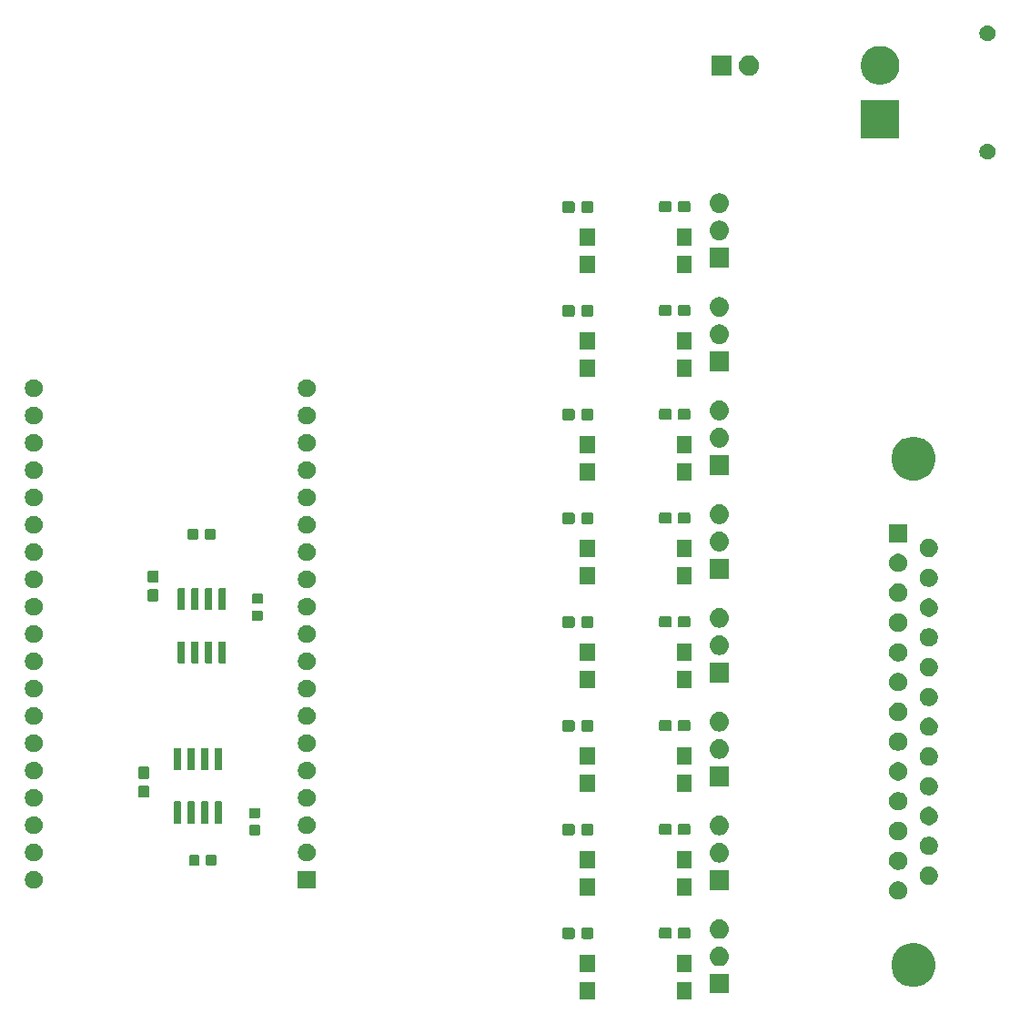
<source format=gbr>
G04 #@! TF.GenerationSoftware,KiCad,Pcbnew,(5.1.4)-1*
G04 #@! TF.CreationDate,2020-09-30T13:08:59+02:00*
G04 #@! TF.ProjectId,car_controller,6361725f-636f-46e7-9472-6f6c6c65722e,rev?*
G04 #@! TF.SameCoordinates,Original*
G04 #@! TF.FileFunction,Soldermask,Bot*
G04 #@! TF.FilePolarity,Negative*
%FSLAX46Y46*%
G04 Gerber Fmt 4.6, Leading zero omitted, Abs format (unit mm)*
G04 Created by KiCad (PCBNEW (5.1.4)-1) date 2020-09-30 13:08:59*
%MOMM*%
%LPD*%
G04 APERTURE LIST*
%ADD10C,0.100000*%
G04 APERTURE END LIST*
D10*
G36*
X135874970Y-130365300D02*
G01*
X134475030Y-130365300D01*
X134475030Y-128764700D01*
X135874970Y-128764700D01*
X135874970Y-130365300D01*
X135874970Y-130365300D01*
G37*
G36*
X126876630Y-130365300D02*
G01*
X125476690Y-130365300D01*
X125476690Y-128764700D01*
X126876630Y-128764700D01*
X126876630Y-130365300D01*
X126876630Y-130365300D01*
G37*
G36*
X139356000Y-129846000D02*
G01*
X137554000Y-129846000D01*
X137554000Y-128044000D01*
X139356000Y-128044000D01*
X139356000Y-129846000D01*
X139356000Y-129846000D01*
G37*
G36*
X157118254Y-125222818D02*
G01*
X157491511Y-125377426D01*
X157491513Y-125377427D01*
X157700454Y-125517037D01*
X157827436Y-125601884D01*
X158113116Y-125887564D01*
X158337574Y-126223489D01*
X158492182Y-126596746D01*
X158571000Y-126992993D01*
X158571000Y-127397007D01*
X158492182Y-127793254D01*
X158337574Y-128166511D01*
X158337573Y-128166513D01*
X158113116Y-128502436D01*
X157827436Y-128788116D01*
X157491513Y-129012573D01*
X157491512Y-129012574D01*
X157491511Y-129012574D01*
X157118254Y-129167182D01*
X156722007Y-129246000D01*
X156317993Y-129246000D01*
X155921746Y-129167182D01*
X155548489Y-129012574D01*
X155548488Y-129012574D01*
X155548487Y-129012573D01*
X155212564Y-128788116D01*
X154926884Y-128502436D01*
X154702427Y-128166513D01*
X154702426Y-128166511D01*
X154547818Y-127793254D01*
X154469000Y-127397007D01*
X154469000Y-126992993D01*
X154547818Y-126596746D01*
X154702426Y-126223489D01*
X154926884Y-125887564D01*
X155212564Y-125601884D01*
X155339546Y-125517037D01*
X155548487Y-125377427D01*
X155548489Y-125377426D01*
X155921746Y-125222818D01*
X156317993Y-125144000D01*
X156722007Y-125144000D01*
X157118254Y-125222818D01*
X157118254Y-125222818D01*
G37*
G36*
X135874970Y-127825300D02*
G01*
X134475030Y-127825300D01*
X134475030Y-126224700D01*
X135874970Y-126224700D01*
X135874970Y-127825300D01*
X135874970Y-127825300D01*
G37*
G36*
X126876630Y-127825300D02*
G01*
X125476690Y-127825300D01*
X125476690Y-126224700D01*
X126876630Y-126224700D01*
X126876630Y-127825300D01*
X126876630Y-127825300D01*
G37*
G36*
X138565443Y-125510519D02*
G01*
X138631627Y-125517037D01*
X138801466Y-125568557D01*
X138957991Y-125652222D01*
X138993729Y-125681552D01*
X139095186Y-125764814D01*
X139178448Y-125866271D01*
X139207778Y-125902009D01*
X139291443Y-126058534D01*
X139342963Y-126228373D01*
X139360359Y-126405000D01*
X139342963Y-126581627D01*
X139291443Y-126751466D01*
X139207778Y-126907991D01*
X139178448Y-126943729D01*
X139095186Y-127045186D01*
X138993729Y-127128448D01*
X138957991Y-127157778D01*
X138801466Y-127241443D01*
X138631627Y-127292963D01*
X138565442Y-127299482D01*
X138499260Y-127306000D01*
X138410740Y-127306000D01*
X138344558Y-127299482D01*
X138278373Y-127292963D01*
X138108534Y-127241443D01*
X137952009Y-127157778D01*
X137916271Y-127128448D01*
X137814814Y-127045186D01*
X137731552Y-126943729D01*
X137702222Y-126907991D01*
X137618557Y-126751466D01*
X137567037Y-126581627D01*
X137549641Y-126405000D01*
X137567037Y-126228373D01*
X137618557Y-126058534D01*
X137702222Y-125902009D01*
X137731552Y-125866271D01*
X137814814Y-125764814D01*
X137916271Y-125681552D01*
X137952009Y-125652222D01*
X138108534Y-125568557D01*
X138278373Y-125517037D01*
X138344557Y-125510519D01*
X138410740Y-125504000D01*
X138499260Y-125504000D01*
X138565443Y-125510519D01*
X138565443Y-125510519D01*
G37*
G36*
X124839499Y-123723445D02*
G01*
X124876995Y-123734820D01*
X124911554Y-123753292D01*
X124941847Y-123778153D01*
X124966708Y-123808446D01*
X124985180Y-123843005D01*
X124996555Y-123880501D01*
X125001000Y-123925638D01*
X125001000Y-124564362D01*
X124996555Y-124609499D01*
X124985180Y-124646995D01*
X124966708Y-124681554D01*
X124941847Y-124711847D01*
X124911554Y-124736708D01*
X124876995Y-124755180D01*
X124839499Y-124766555D01*
X124794362Y-124771000D01*
X124055638Y-124771000D01*
X124010501Y-124766555D01*
X123973005Y-124755180D01*
X123938446Y-124736708D01*
X123908153Y-124711847D01*
X123883292Y-124681554D01*
X123864820Y-124646995D01*
X123853445Y-124609499D01*
X123849000Y-124564362D01*
X123849000Y-123925638D01*
X123853445Y-123880501D01*
X123864820Y-123843005D01*
X123883292Y-123808446D01*
X123908153Y-123778153D01*
X123938446Y-123753292D01*
X123973005Y-123734820D01*
X124010501Y-123723445D01*
X124055638Y-123719000D01*
X124794362Y-123719000D01*
X124839499Y-123723445D01*
X124839499Y-123723445D01*
G37*
G36*
X126589499Y-123723445D02*
G01*
X126626995Y-123734820D01*
X126661554Y-123753292D01*
X126691847Y-123778153D01*
X126716708Y-123808446D01*
X126735180Y-123843005D01*
X126746555Y-123880501D01*
X126751000Y-123925638D01*
X126751000Y-124564362D01*
X126746555Y-124609499D01*
X126735180Y-124646995D01*
X126716708Y-124681554D01*
X126691847Y-124711847D01*
X126661554Y-124736708D01*
X126626995Y-124755180D01*
X126589499Y-124766555D01*
X126544362Y-124771000D01*
X125805638Y-124771000D01*
X125760501Y-124766555D01*
X125723005Y-124755180D01*
X125688446Y-124736708D01*
X125658153Y-124711847D01*
X125633292Y-124681554D01*
X125614820Y-124646995D01*
X125603445Y-124609499D01*
X125599000Y-124564362D01*
X125599000Y-123925638D01*
X125603445Y-123880501D01*
X125614820Y-123843005D01*
X125633292Y-123808446D01*
X125658153Y-123778153D01*
X125688446Y-123753292D01*
X125723005Y-123734820D01*
X125760501Y-123723445D01*
X125805638Y-123719000D01*
X126544362Y-123719000D01*
X126589499Y-123723445D01*
X126589499Y-123723445D01*
G37*
G36*
X138565442Y-122970518D02*
G01*
X138631627Y-122977037D01*
X138801466Y-123028557D01*
X138957991Y-123112222D01*
X138993729Y-123141552D01*
X139095186Y-123224814D01*
X139178448Y-123326271D01*
X139207778Y-123362009D01*
X139291443Y-123518534D01*
X139342963Y-123688373D01*
X139360359Y-123865000D01*
X139342963Y-124041627D01*
X139291443Y-124211466D01*
X139207778Y-124367991D01*
X139178448Y-124403729D01*
X139095186Y-124505186D01*
X138999581Y-124583646D01*
X138957991Y-124617778D01*
X138801466Y-124701443D01*
X138631627Y-124752963D01*
X138565443Y-124759481D01*
X138499260Y-124766000D01*
X138410740Y-124766000D01*
X138344557Y-124759481D01*
X138278373Y-124752963D01*
X138108534Y-124701443D01*
X137952009Y-124617778D01*
X137910419Y-124583646D01*
X137814814Y-124505186D01*
X137731552Y-124403729D01*
X137702222Y-124367991D01*
X137618557Y-124211466D01*
X137567037Y-124041627D01*
X137549641Y-123865000D01*
X137567037Y-123688373D01*
X137618557Y-123518534D01*
X137702222Y-123362009D01*
X137731552Y-123326271D01*
X137814814Y-123224814D01*
X137916271Y-123141552D01*
X137952009Y-123112222D01*
X138108534Y-123028557D01*
X138278373Y-122977037D01*
X138344558Y-122970518D01*
X138410740Y-122964000D01*
X138499260Y-122964000D01*
X138565442Y-122970518D01*
X138565442Y-122970518D01*
G37*
G36*
X135589499Y-123698445D02*
G01*
X135626995Y-123709820D01*
X135661554Y-123728292D01*
X135691847Y-123753153D01*
X135716708Y-123783446D01*
X135735180Y-123818005D01*
X135746555Y-123855501D01*
X135751000Y-123900638D01*
X135751000Y-124539362D01*
X135746555Y-124584499D01*
X135735180Y-124621995D01*
X135716708Y-124656554D01*
X135691847Y-124686847D01*
X135661554Y-124711708D01*
X135626995Y-124730180D01*
X135589499Y-124741555D01*
X135544362Y-124746000D01*
X134805638Y-124746000D01*
X134760501Y-124741555D01*
X134723005Y-124730180D01*
X134688446Y-124711708D01*
X134658153Y-124686847D01*
X134633292Y-124656554D01*
X134614820Y-124621995D01*
X134603445Y-124584499D01*
X134599000Y-124539362D01*
X134599000Y-123900638D01*
X134603445Y-123855501D01*
X134614820Y-123818005D01*
X134633292Y-123783446D01*
X134658153Y-123753153D01*
X134688446Y-123728292D01*
X134723005Y-123709820D01*
X134760501Y-123698445D01*
X134805638Y-123694000D01*
X135544362Y-123694000D01*
X135589499Y-123698445D01*
X135589499Y-123698445D01*
G37*
G36*
X133839499Y-123698445D02*
G01*
X133876995Y-123709820D01*
X133911554Y-123728292D01*
X133941847Y-123753153D01*
X133966708Y-123783446D01*
X133985180Y-123818005D01*
X133996555Y-123855501D01*
X134001000Y-123900638D01*
X134001000Y-124539362D01*
X133996555Y-124584499D01*
X133985180Y-124621995D01*
X133966708Y-124656554D01*
X133941847Y-124686847D01*
X133911554Y-124711708D01*
X133876995Y-124730180D01*
X133839499Y-124741555D01*
X133794362Y-124746000D01*
X133055638Y-124746000D01*
X133010501Y-124741555D01*
X132973005Y-124730180D01*
X132938446Y-124711708D01*
X132908153Y-124686847D01*
X132883292Y-124656554D01*
X132864820Y-124621995D01*
X132853445Y-124584499D01*
X132849000Y-124539362D01*
X132849000Y-123900638D01*
X132853445Y-123855501D01*
X132864820Y-123818005D01*
X132883292Y-123783446D01*
X132908153Y-123753153D01*
X132938446Y-123728292D01*
X132973005Y-123709820D01*
X133010501Y-123698445D01*
X133055638Y-123694000D01*
X133794362Y-123694000D01*
X133839499Y-123698445D01*
X133839499Y-123698445D01*
G37*
G36*
X155348228Y-119446703D02*
G01*
X155503100Y-119510853D01*
X155642481Y-119603985D01*
X155761015Y-119722519D01*
X155854147Y-119861900D01*
X155918297Y-120016772D01*
X155951000Y-120181184D01*
X155951000Y-120348816D01*
X155918297Y-120513228D01*
X155854147Y-120668100D01*
X155761015Y-120807481D01*
X155642481Y-120926015D01*
X155503100Y-121019147D01*
X155348228Y-121083297D01*
X155183816Y-121116000D01*
X155016184Y-121116000D01*
X154851772Y-121083297D01*
X154696900Y-121019147D01*
X154557519Y-120926015D01*
X154438985Y-120807481D01*
X154345853Y-120668100D01*
X154281703Y-120513228D01*
X154249000Y-120348816D01*
X154249000Y-120181184D01*
X154281703Y-120016772D01*
X154345853Y-119861900D01*
X154438985Y-119722519D01*
X154557519Y-119603985D01*
X154696900Y-119510853D01*
X154851772Y-119446703D01*
X155016184Y-119414000D01*
X155183816Y-119414000D01*
X155348228Y-119446703D01*
X155348228Y-119446703D01*
G37*
G36*
X126876630Y-120715300D02*
G01*
X125476690Y-120715300D01*
X125476690Y-119114700D01*
X126876630Y-119114700D01*
X126876630Y-120715300D01*
X126876630Y-120715300D01*
G37*
G36*
X135874970Y-120715300D02*
G01*
X134475030Y-120715300D01*
X134475030Y-119114700D01*
X135874970Y-119114700D01*
X135874970Y-120715300D01*
X135874970Y-120715300D01*
G37*
G36*
X139356000Y-120196000D02*
G01*
X137554000Y-120196000D01*
X137554000Y-118394000D01*
X139356000Y-118394000D01*
X139356000Y-120196000D01*
X139356000Y-120196000D01*
G37*
G36*
X74907394Y-118465934D02*
G01*
X75058624Y-118528576D01*
X75058626Y-118528577D01*
X75194732Y-118619520D01*
X75310480Y-118735268D01*
X75351183Y-118796185D01*
X75401424Y-118871376D01*
X75464066Y-119022606D01*
X75496000Y-119183152D01*
X75496000Y-119346848D01*
X75464066Y-119507394D01*
X75411562Y-119634148D01*
X75401423Y-119658626D01*
X75310480Y-119794732D01*
X75194732Y-119910480D01*
X75058626Y-120001423D01*
X75058625Y-120001424D01*
X75058624Y-120001424D01*
X74907394Y-120064066D01*
X74746848Y-120096000D01*
X74583152Y-120096000D01*
X74422606Y-120064066D01*
X74271376Y-120001424D01*
X74271375Y-120001424D01*
X74271374Y-120001423D01*
X74135268Y-119910480D01*
X74019520Y-119794732D01*
X73928577Y-119658626D01*
X73918438Y-119634148D01*
X73865934Y-119507394D01*
X73834000Y-119346848D01*
X73834000Y-119183152D01*
X73865934Y-119022606D01*
X73928576Y-118871376D01*
X73978817Y-118796185D01*
X74019520Y-118735268D01*
X74135268Y-118619520D01*
X74271374Y-118528577D01*
X74271376Y-118528576D01*
X74422606Y-118465934D01*
X74583152Y-118434000D01*
X74746848Y-118434000D01*
X74907394Y-118465934D01*
X74907394Y-118465934D01*
G37*
G36*
X100896000Y-120096000D02*
G01*
X99234000Y-120096000D01*
X99234000Y-118434000D01*
X100896000Y-118434000D01*
X100896000Y-120096000D01*
X100896000Y-120096000D01*
G37*
G36*
X158188228Y-118061703D02*
G01*
X158343100Y-118125853D01*
X158482481Y-118218985D01*
X158601015Y-118337519D01*
X158694147Y-118476900D01*
X158758297Y-118631772D01*
X158791000Y-118796184D01*
X158791000Y-118963816D01*
X158758297Y-119128228D01*
X158694147Y-119283100D01*
X158601015Y-119422481D01*
X158482481Y-119541015D01*
X158343100Y-119634147D01*
X158188228Y-119698297D01*
X158023816Y-119731000D01*
X157856184Y-119731000D01*
X157691772Y-119698297D01*
X157536900Y-119634147D01*
X157397519Y-119541015D01*
X157278985Y-119422481D01*
X157185853Y-119283100D01*
X157121703Y-119128228D01*
X157089000Y-118963816D01*
X157089000Y-118796184D01*
X157121703Y-118631772D01*
X157185853Y-118476900D01*
X157278985Y-118337519D01*
X157397519Y-118218985D01*
X157536900Y-118125853D01*
X157691772Y-118061703D01*
X157856184Y-118029000D01*
X158023816Y-118029000D01*
X158188228Y-118061703D01*
X158188228Y-118061703D01*
G37*
G36*
X155348228Y-116676703D02*
G01*
X155503100Y-116740853D01*
X155642481Y-116833985D01*
X155761015Y-116952519D01*
X155854147Y-117091900D01*
X155918297Y-117246772D01*
X155951000Y-117411184D01*
X155951000Y-117578816D01*
X155918297Y-117743228D01*
X155854147Y-117898100D01*
X155761015Y-118037481D01*
X155642481Y-118156015D01*
X155503100Y-118249147D01*
X155348228Y-118313297D01*
X155183816Y-118346000D01*
X155016184Y-118346000D01*
X154851772Y-118313297D01*
X154696900Y-118249147D01*
X154557519Y-118156015D01*
X154438985Y-118037481D01*
X154345853Y-117898100D01*
X154281703Y-117743228D01*
X154249000Y-117578816D01*
X154249000Y-117411184D01*
X154281703Y-117246772D01*
X154345853Y-117091900D01*
X154438985Y-116952519D01*
X154557519Y-116833985D01*
X154696900Y-116740853D01*
X154851772Y-116676703D01*
X155016184Y-116644000D01*
X155183816Y-116644000D01*
X155348228Y-116676703D01*
X155348228Y-116676703D01*
G37*
G36*
X135874970Y-118175300D02*
G01*
X134475030Y-118175300D01*
X134475030Y-116574700D01*
X135874970Y-116574700D01*
X135874970Y-118175300D01*
X135874970Y-118175300D01*
G37*
G36*
X126876630Y-118175300D02*
G01*
X125476690Y-118175300D01*
X125476690Y-116574700D01*
X126876630Y-116574700D01*
X126876630Y-118175300D01*
X126876630Y-118175300D01*
G37*
G36*
X91514591Y-116933085D02*
G01*
X91548569Y-116943393D01*
X91579890Y-116960134D01*
X91607339Y-116982661D01*
X91629866Y-117010110D01*
X91646607Y-117041431D01*
X91656915Y-117075409D01*
X91661000Y-117116890D01*
X91661000Y-117793110D01*
X91656915Y-117834591D01*
X91646607Y-117868569D01*
X91629866Y-117899890D01*
X91607339Y-117927339D01*
X91579890Y-117949866D01*
X91548569Y-117966607D01*
X91514591Y-117976915D01*
X91473110Y-117981000D01*
X90871890Y-117981000D01*
X90830409Y-117976915D01*
X90796431Y-117966607D01*
X90765110Y-117949866D01*
X90737661Y-117927339D01*
X90715134Y-117899890D01*
X90698393Y-117868569D01*
X90688085Y-117834591D01*
X90684000Y-117793110D01*
X90684000Y-117116890D01*
X90688085Y-117075409D01*
X90698393Y-117041431D01*
X90715134Y-117010110D01*
X90737661Y-116982661D01*
X90765110Y-116960134D01*
X90796431Y-116943393D01*
X90830409Y-116933085D01*
X90871890Y-116929000D01*
X91473110Y-116929000D01*
X91514591Y-116933085D01*
X91514591Y-116933085D01*
G37*
G36*
X89939591Y-116933085D02*
G01*
X89973569Y-116943393D01*
X90004890Y-116960134D01*
X90032339Y-116982661D01*
X90054866Y-117010110D01*
X90071607Y-117041431D01*
X90081915Y-117075409D01*
X90086000Y-117116890D01*
X90086000Y-117793110D01*
X90081915Y-117834591D01*
X90071607Y-117868569D01*
X90054866Y-117899890D01*
X90032339Y-117927339D01*
X90004890Y-117949866D01*
X89973569Y-117966607D01*
X89939591Y-117976915D01*
X89898110Y-117981000D01*
X89296890Y-117981000D01*
X89255409Y-117976915D01*
X89221431Y-117966607D01*
X89190110Y-117949866D01*
X89162661Y-117927339D01*
X89140134Y-117899890D01*
X89123393Y-117868569D01*
X89113085Y-117834591D01*
X89109000Y-117793110D01*
X89109000Y-117116890D01*
X89113085Y-117075409D01*
X89123393Y-117041431D01*
X89140134Y-117010110D01*
X89162661Y-116982661D01*
X89190110Y-116960134D01*
X89221431Y-116943393D01*
X89255409Y-116933085D01*
X89296890Y-116929000D01*
X89898110Y-116929000D01*
X89939591Y-116933085D01*
X89939591Y-116933085D01*
G37*
G36*
X138565442Y-115860518D02*
G01*
X138631627Y-115867037D01*
X138801466Y-115918557D01*
X138957991Y-116002222D01*
X138987190Y-116026185D01*
X139095186Y-116114814D01*
X139178448Y-116216271D01*
X139207778Y-116252009D01*
X139291443Y-116408534D01*
X139342963Y-116578373D01*
X139360359Y-116755000D01*
X139342963Y-116931627D01*
X139291443Y-117101466D01*
X139207778Y-117257991D01*
X139178448Y-117293729D01*
X139095186Y-117395186D01*
X138993729Y-117478448D01*
X138957991Y-117507778D01*
X138801466Y-117591443D01*
X138631627Y-117642963D01*
X138565442Y-117649482D01*
X138499260Y-117656000D01*
X138410740Y-117656000D01*
X138344558Y-117649482D01*
X138278373Y-117642963D01*
X138108534Y-117591443D01*
X137952009Y-117507778D01*
X137916271Y-117478448D01*
X137814814Y-117395186D01*
X137731552Y-117293729D01*
X137702222Y-117257991D01*
X137618557Y-117101466D01*
X137567037Y-116931627D01*
X137549641Y-116755000D01*
X137567037Y-116578373D01*
X137618557Y-116408534D01*
X137702222Y-116252009D01*
X137731552Y-116216271D01*
X137814814Y-116114814D01*
X137922810Y-116026185D01*
X137952009Y-116002222D01*
X138108534Y-115918557D01*
X138278373Y-115867037D01*
X138344558Y-115860518D01*
X138410740Y-115854000D01*
X138499260Y-115854000D01*
X138565442Y-115860518D01*
X138565442Y-115860518D01*
G37*
G36*
X100307394Y-115925934D02*
G01*
X100458624Y-115988576D01*
X100458626Y-115988577D01*
X100594732Y-116079520D01*
X100710480Y-116195268D01*
X100748393Y-116252009D01*
X100801424Y-116331376D01*
X100864066Y-116482606D01*
X100896000Y-116643152D01*
X100896000Y-116806848D01*
X100864066Y-116967394D01*
X100812492Y-117091903D01*
X100801423Y-117118626D01*
X100710480Y-117254732D01*
X100594732Y-117370480D01*
X100458626Y-117461423D01*
X100458625Y-117461424D01*
X100458624Y-117461424D01*
X100307394Y-117524066D01*
X100146848Y-117556000D01*
X99983152Y-117556000D01*
X99822606Y-117524066D01*
X99671376Y-117461424D01*
X99671375Y-117461424D01*
X99671374Y-117461423D01*
X99535268Y-117370480D01*
X99419520Y-117254732D01*
X99328577Y-117118626D01*
X99317508Y-117091903D01*
X99265934Y-116967394D01*
X99234000Y-116806848D01*
X99234000Y-116643152D01*
X99265934Y-116482606D01*
X99328576Y-116331376D01*
X99381607Y-116252009D01*
X99419520Y-116195268D01*
X99535268Y-116079520D01*
X99671374Y-115988577D01*
X99671376Y-115988576D01*
X99822606Y-115925934D01*
X99983152Y-115894000D01*
X100146848Y-115894000D01*
X100307394Y-115925934D01*
X100307394Y-115925934D01*
G37*
G36*
X74907394Y-115925934D02*
G01*
X75058624Y-115988576D01*
X75058626Y-115988577D01*
X75194732Y-116079520D01*
X75310480Y-116195268D01*
X75348393Y-116252009D01*
X75401424Y-116331376D01*
X75464066Y-116482606D01*
X75496000Y-116643152D01*
X75496000Y-116806848D01*
X75464066Y-116967394D01*
X75412492Y-117091903D01*
X75401423Y-117118626D01*
X75310480Y-117254732D01*
X75194732Y-117370480D01*
X75058626Y-117461423D01*
X75058625Y-117461424D01*
X75058624Y-117461424D01*
X74907394Y-117524066D01*
X74746848Y-117556000D01*
X74583152Y-117556000D01*
X74422606Y-117524066D01*
X74271376Y-117461424D01*
X74271375Y-117461424D01*
X74271374Y-117461423D01*
X74135268Y-117370480D01*
X74019520Y-117254732D01*
X73928577Y-117118626D01*
X73917508Y-117091903D01*
X73865934Y-116967394D01*
X73834000Y-116806848D01*
X73834000Y-116643152D01*
X73865934Y-116482606D01*
X73928576Y-116331376D01*
X73981607Y-116252009D01*
X74019520Y-116195268D01*
X74135268Y-116079520D01*
X74271374Y-115988577D01*
X74271376Y-115988576D01*
X74422606Y-115925934D01*
X74583152Y-115894000D01*
X74746848Y-115894000D01*
X74907394Y-115925934D01*
X74907394Y-115925934D01*
G37*
G36*
X158188228Y-115291703D02*
G01*
X158343100Y-115355853D01*
X158482481Y-115448985D01*
X158601015Y-115567519D01*
X158694147Y-115706900D01*
X158758297Y-115861772D01*
X158791000Y-116026184D01*
X158791000Y-116193816D01*
X158758297Y-116358228D01*
X158694147Y-116513100D01*
X158601015Y-116652481D01*
X158482481Y-116771015D01*
X158343100Y-116864147D01*
X158188228Y-116928297D01*
X158023816Y-116961000D01*
X157856184Y-116961000D01*
X157691772Y-116928297D01*
X157536900Y-116864147D01*
X157397519Y-116771015D01*
X157278985Y-116652481D01*
X157185853Y-116513100D01*
X157121703Y-116358228D01*
X157089000Y-116193816D01*
X157089000Y-116026184D01*
X157121703Y-115861772D01*
X157185853Y-115706900D01*
X157278985Y-115567519D01*
X157397519Y-115448985D01*
X157536900Y-115355853D01*
X157691772Y-115291703D01*
X157856184Y-115259000D01*
X158023816Y-115259000D01*
X158188228Y-115291703D01*
X158188228Y-115291703D01*
G37*
G36*
X155348228Y-113906703D02*
G01*
X155503100Y-113970853D01*
X155642481Y-114063985D01*
X155761015Y-114182519D01*
X155854147Y-114321900D01*
X155918297Y-114476772D01*
X155951000Y-114641184D01*
X155951000Y-114808816D01*
X155918297Y-114973228D01*
X155854147Y-115128100D01*
X155761015Y-115267481D01*
X155642481Y-115386015D01*
X155503100Y-115479147D01*
X155348228Y-115543297D01*
X155183816Y-115576000D01*
X155016184Y-115576000D01*
X154851772Y-115543297D01*
X154696900Y-115479147D01*
X154557519Y-115386015D01*
X154438985Y-115267481D01*
X154345853Y-115128100D01*
X154281703Y-114973228D01*
X154249000Y-114808816D01*
X154249000Y-114641184D01*
X154281703Y-114476772D01*
X154345853Y-114321900D01*
X154438985Y-114182519D01*
X154557519Y-114063985D01*
X154696900Y-113970853D01*
X154851772Y-113906703D01*
X155016184Y-113874000D01*
X155183816Y-113874000D01*
X155348228Y-113906703D01*
X155348228Y-113906703D01*
G37*
G36*
X95594591Y-114155585D02*
G01*
X95628569Y-114165893D01*
X95659890Y-114182634D01*
X95687339Y-114205161D01*
X95709866Y-114232610D01*
X95726607Y-114263931D01*
X95736915Y-114297909D01*
X95741000Y-114339390D01*
X95741000Y-114940610D01*
X95736915Y-114982091D01*
X95726607Y-115016069D01*
X95709866Y-115047390D01*
X95687339Y-115074839D01*
X95659890Y-115097366D01*
X95628569Y-115114107D01*
X95594591Y-115124415D01*
X95553110Y-115128500D01*
X94876890Y-115128500D01*
X94835409Y-115124415D01*
X94801431Y-115114107D01*
X94770110Y-115097366D01*
X94742661Y-115074839D01*
X94720134Y-115047390D01*
X94703393Y-115016069D01*
X94693085Y-114982091D01*
X94689000Y-114940610D01*
X94689000Y-114339390D01*
X94693085Y-114297909D01*
X94703393Y-114263931D01*
X94720134Y-114232610D01*
X94742661Y-114205161D01*
X94770110Y-114182634D01*
X94801431Y-114165893D01*
X94835409Y-114155585D01*
X94876890Y-114151500D01*
X95553110Y-114151500D01*
X95594591Y-114155585D01*
X95594591Y-114155585D01*
G37*
G36*
X124839499Y-114073445D02*
G01*
X124876995Y-114084820D01*
X124911554Y-114103292D01*
X124941847Y-114128153D01*
X124966708Y-114158446D01*
X124985180Y-114193005D01*
X124996555Y-114230501D01*
X125001000Y-114275638D01*
X125001000Y-114914362D01*
X124996555Y-114959499D01*
X124985180Y-114996995D01*
X124966708Y-115031554D01*
X124941847Y-115061847D01*
X124911554Y-115086708D01*
X124876995Y-115105180D01*
X124839499Y-115116555D01*
X124794362Y-115121000D01*
X124055638Y-115121000D01*
X124010501Y-115116555D01*
X123973005Y-115105180D01*
X123938446Y-115086708D01*
X123908153Y-115061847D01*
X123883292Y-115031554D01*
X123864820Y-114996995D01*
X123853445Y-114959499D01*
X123849000Y-114914362D01*
X123849000Y-114275638D01*
X123853445Y-114230501D01*
X123864820Y-114193005D01*
X123883292Y-114158446D01*
X123908153Y-114128153D01*
X123938446Y-114103292D01*
X123973005Y-114084820D01*
X124010501Y-114073445D01*
X124055638Y-114069000D01*
X124794362Y-114069000D01*
X124839499Y-114073445D01*
X124839499Y-114073445D01*
G37*
G36*
X126589499Y-114073445D02*
G01*
X126626995Y-114084820D01*
X126661554Y-114103292D01*
X126691847Y-114128153D01*
X126716708Y-114158446D01*
X126735180Y-114193005D01*
X126746555Y-114230501D01*
X126751000Y-114275638D01*
X126751000Y-114914362D01*
X126746555Y-114959499D01*
X126735180Y-114996995D01*
X126716708Y-115031554D01*
X126691847Y-115061847D01*
X126661554Y-115086708D01*
X126626995Y-115105180D01*
X126589499Y-115116555D01*
X126544362Y-115121000D01*
X125805638Y-115121000D01*
X125760501Y-115116555D01*
X125723005Y-115105180D01*
X125688446Y-115086708D01*
X125658153Y-115061847D01*
X125633292Y-115031554D01*
X125614820Y-114996995D01*
X125603445Y-114959499D01*
X125599000Y-114914362D01*
X125599000Y-114275638D01*
X125603445Y-114230501D01*
X125614820Y-114193005D01*
X125633292Y-114158446D01*
X125658153Y-114128153D01*
X125688446Y-114103292D01*
X125723005Y-114084820D01*
X125760501Y-114073445D01*
X125805638Y-114069000D01*
X126544362Y-114069000D01*
X126589499Y-114073445D01*
X126589499Y-114073445D01*
G37*
G36*
X138565442Y-113320518D02*
G01*
X138631627Y-113327037D01*
X138801466Y-113378557D01*
X138957991Y-113462222D01*
X138982043Y-113481961D01*
X139095186Y-113574814D01*
X139178448Y-113676271D01*
X139207778Y-113712009D01*
X139291443Y-113868534D01*
X139342963Y-114038373D01*
X139360359Y-114215000D01*
X139342963Y-114391627D01*
X139291443Y-114561466D01*
X139207778Y-114717991D01*
X139178448Y-114753729D01*
X139095186Y-114855186D01*
X139001707Y-114931901D01*
X138957991Y-114967778D01*
X138801466Y-115051443D01*
X138631627Y-115102963D01*
X138565442Y-115109482D01*
X138499260Y-115116000D01*
X138410740Y-115116000D01*
X138344558Y-115109482D01*
X138278373Y-115102963D01*
X138108534Y-115051443D01*
X137952009Y-114967778D01*
X137908293Y-114931901D01*
X137814814Y-114855186D01*
X137731552Y-114753729D01*
X137702222Y-114717991D01*
X137618557Y-114561466D01*
X137567037Y-114391627D01*
X137549641Y-114215000D01*
X137567037Y-114038373D01*
X137618557Y-113868534D01*
X137702222Y-113712009D01*
X137731552Y-113676271D01*
X137814814Y-113574814D01*
X137927957Y-113481961D01*
X137952009Y-113462222D01*
X138108534Y-113378557D01*
X138278373Y-113327037D01*
X138344558Y-113320518D01*
X138410740Y-113314000D01*
X138499260Y-113314000D01*
X138565442Y-113320518D01*
X138565442Y-113320518D01*
G37*
G36*
X133839499Y-114048445D02*
G01*
X133876995Y-114059820D01*
X133911554Y-114078292D01*
X133941847Y-114103153D01*
X133966708Y-114133446D01*
X133985180Y-114168005D01*
X133996555Y-114205501D01*
X134001000Y-114250638D01*
X134001000Y-114889362D01*
X133996555Y-114934498D01*
X133985180Y-114971995D01*
X133966708Y-115006554D01*
X133941847Y-115036847D01*
X133911554Y-115061708D01*
X133876995Y-115080180D01*
X133839499Y-115091555D01*
X133794362Y-115096000D01*
X133055638Y-115096000D01*
X133010501Y-115091555D01*
X132973005Y-115080180D01*
X132938446Y-115061708D01*
X132908153Y-115036847D01*
X132883292Y-115006554D01*
X132864820Y-114971995D01*
X132853445Y-114934498D01*
X132849000Y-114889362D01*
X132849000Y-114250638D01*
X132853445Y-114205501D01*
X132864820Y-114168005D01*
X132883292Y-114133446D01*
X132908153Y-114103153D01*
X132938446Y-114078292D01*
X132973005Y-114059820D01*
X133010501Y-114048445D01*
X133055638Y-114044000D01*
X133794362Y-114044000D01*
X133839499Y-114048445D01*
X133839499Y-114048445D01*
G37*
G36*
X135589499Y-114048445D02*
G01*
X135626995Y-114059820D01*
X135661554Y-114078292D01*
X135691847Y-114103153D01*
X135716708Y-114133446D01*
X135735180Y-114168005D01*
X135746555Y-114205501D01*
X135751000Y-114250638D01*
X135751000Y-114889362D01*
X135746555Y-114934498D01*
X135735180Y-114971995D01*
X135716708Y-115006554D01*
X135691847Y-115036847D01*
X135661554Y-115061708D01*
X135626995Y-115080180D01*
X135589499Y-115091555D01*
X135544362Y-115096000D01*
X134805638Y-115096000D01*
X134760501Y-115091555D01*
X134723005Y-115080180D01*
X134688446Y-115061708D01*
X134658153Y-115036847D01*
X134633292Y-115006554D01*
X134614820Y-114971995D01*
X134603445Y-114934498D01*
X134599000Y-114889362D01*
X134599000Y-114250638D01*
X134603445Y-114205501D01*
X134614820Y-114168005D01*
X134633292Y-114133446D01*
X134658153Y-114103153D01*
X134688446Y-114078292D01*
X134723005Y-114059820D01*
X134760501Y-114048445D01*
X134805638Y-114044000D01*
X135544362Y-114044000D01*
X135589499Y-114048445D01*
X135589499Y-114048445D01*
G37*
G36*
X100307394Y-113385934D02*
G01*
X100449865Y-113444948D01*
X100458626Y-113448577D01*
X100594732Y-113539520D01*
X100710480Y-113655268D01*
X100748393Y-113712009D01*
X100801424Y-113791376D01*
X100864066Y-113942606D01*
X100896000Y-114103152D01*
X100896000Y-114266848D01*
X100864066Y-114427394D01*
X100808531Y-114561466D01*
X100801423Y-114578626D01*
X100710480Y-114714732D01*
X100594732Y-114830480D01*
X100458626Y-114921423D01*
X100458625Y-114921424D01*
X100458624Y-114921424D01*
X100307394Y-114984066D01*
X100146848Y-115016000D01*
X99983152Y-115016000D01*
X99822606Y-114984066D01*
X99671376Y-114921424D01*
X99671375Y-114921424D01*
X99671374Y-114921423D01*
X99535268Y-114830480D01*
X99419520Y-114714732D01*
X99328577Y-114578626D01*
X99321469Y-114561466D01*
X99265934Y-114427394D01*
X99234000Y-114266848D01*
X99234000Y-114103152D01*
X99265934Y-113942606D01*
X99328576Y-113791376D01*
X99381607Y-113712009D01*
X99419520Y-113655268D01*
X99535268Y-113539520D01*
X99671374Y-113448577D01*
X99680135Y-113444948D01*
X99822606Y-113385934D01*
X99983152Y-113354000D01*
X100146848Y-113354000D01*
X100307394Y-113385934D01*
X100307394Y-113385934D01*
G37*
G36*
X74907394Y-113385934D02*
G01*
X75049865Y-113444948D01*
X75058626Y-113448577D01*
X75194732Y-113539520D01*
X75310480Y-113655268D01*
X75348393Y-113712009D01*
X75401424Y-113791376D01*
X75464066Y-113942606D01*
X75496000Y-114103152D01*
X75496000Y-114266848D01*
X75464066Y-114427394D01*
X75408531Y-114561466D01*
X75401423Y-114578626D01*
X75310480Y-114714732D01*
X75194732Y-114830480D01*
X75058626Y-114921423D01*
X75058625Y-114921424D01*
X75058624Y-114921424D01*
X74907394Y-114984066D01*
X74746848Y-115016000D01*
X74583152Y-115016000D01*
X74422606Y-114984066D01*
X74271376Y-114921424D01*
X74271375Y-114921424D01*
X74271374Y-114921423D01*
X74135268Y-114830480D01*
X74019520Y-114714732D01*
X73928577Y-114578626D01*
X73921469Y-114561466D01*
X73865934Y-114427394D01*
X73834000Y-114266848D01*
X73834000Y-114103152D01*
X73865934Y-113942606D01*
X73928576Y-113791376D01*
X73981607Y-113712009D01*
X74019520Y-113655268D01*
X74135268Y-113539520D01*
X74271374Y-113448577D01*
X74280135Y-113444948D01*
X74422606Y-113385934D01*
X74583152Y-113354000D01*
X74746848Y-113354000D01*
X74907394Y-113385934D01*
X74907394Y-113385934D01*
G37*
G36*
X158188228Y-112521703D02*
G01*
X158343100Y-112585853D01*
X158482481Y-112678985D01*
X158601015Y-112797519D01*
X158694147Y-112936900D01*
X158758297Y-113091772D01*
X158791000Y-113256184D01*
X158791000Y-113423816D01*
X158758297Y-113588228D01*
X158694147Y-113743100D01*
X158601015Y-113882481D01*
X158482481Y-114001015D01*
X158343100Y-114094147D01*
X158188228Y-114158297D01*
X158023816Y-114191000D01*
X157856184Y-114191000D01*
X157691772Y-114158297D01*
X157536900Y-114094147D01*
X157397519Y-114001015D01*
X157278985Y-113882481D01*
X157185853Y-113743100D01*
X157121703Y-113588228D01*
X157089000Y-113423816D01*
X157089000Y-113256184D01*
X157121703Y-113091772D01*
X157185853Y-112936900D01*
X157278985Y-112797519D01*
X157397519Y-112678985D01*
X157536900Y-112585853D01*
X157691772Y-112521703D01*
X157856184Y-112489000D01*
X158023816Y-112489000D01*
X158188228Y-112521703D01*
X158188228Y-112521703D01*
G37*
G36*
X88289928Y-111976764D02*
G01*
X88311009Y-111983160D01*
X88330445Y-111993548D01*
X88347476Y-112007524D01*
X88361452Y-112024555D01*
X88371840Y-112043991D01*
X88378236Y-112065072D01*
X88381000Y-112093140D01*
X88381000Y-113906860D01*
X88378236Y-113934928D01*
X88371840Y-113956009D01*
X88361452Y-113975445D01*
X88347476Y-113992476D01*
X88330445Y-114006452D01*
X88311009Y-114016840D01*
X88289928Y-114023236D01*
X88261860Y-114026000D01*
X87798140Y-114026000D01*
X87770072Y-114023236D01*
X87748991Y-114016840D01*
X87729555Y-114006452D01*
X87712524Y-113992476D01*
X87698548Y-113975445D01*
X87688160Y-113956009D01*
X87681764Y-113934928D01*
X87679000Y-113906860D01*
X87679000Y-112093140D01*
X87681764Y-112065072D01*
X87688160Y-112043991D01*
X87698548Y-112024555D01*
X87712524Y-112007524D01*
X87729555Y-111993548D01*
X87748991Y-111983160D01*
X87770072Y-111976764D01*
X87798140Y-111974000D01*
X88261860Y-111974000D01*
X88289928Y-111976764D01*
X88289928Y-111976764D01*
G37*
G36*
X92099928Y-111976764D02*
G01*
X92121009Y-111983160D01*
X92140445Y-111993548D01*
X92157476Y-112007524D01*
X92171452Y-112024555D01*
X92181840Y-112043991D01*
X92188236Y-112065072D01*
X92191000Y-112093140D01*
X92191000Y-113906860D01*
X92188236Y-113934928D01*
X92181840Y-113956009D01*
X92171452Y-113975445D01*
X92157476Y-113992476D01*
X92140445Y-114006452D01*
X92121009Y-114016840D01*
X92099928Y-114023236D01*
X92071860Y-114026000D01*
X91608140Y-114026000D01*
X91580072Y-114023236D01*
X91558991Y-114016840D01*
X91539555Y-114006452D01*
X91522524Y-113992476D01*
X91508548Y-113975445D01*
X91498160Y-113956009D01*
X91491764Y-113934928D01*
X91489000Y-113906860D01*
X91489000Y-112093140D01*
X91491764Y-112065072D01*
X91498160Y-112043991D01*
X91508548Y-112024555D01*
X91522524Y-112007524D01*
X91539555Y-111993548D01*
X91558991Y-111983160D01*
X91580072Y-111976764D01*
X91608140Y-111974000D01*
X92071860Y-111974000D01*
X92099928Y-111976764D01*
X92099928Y-111976764D01*
G37*
G36*
X89559928Y-111976764D02*
G01*
X89581009Y-111983160D01*
X89600445Y-111993548D01*
X89617476Y-112007524D01*
X89631452Y-112024555D01*
X89641840Y-112043991D01*
X89648236Y-112065072D01*
X89651000Y-112093140D01*
X89651000Y-113906860D01*
X89648236Y-113934928D01*
X89641840Y-113956009D01*
X89631452Y-113975445D01*
X89617476Y-113992476D01*
X89600445Y-114006452D01*
X89581009Y-114016840D01*
X89559928Y-114023236D01*
X89531860Y-114026000D01*
X89068140Y-114026000D01*
X89040072Y-114023236D01*
X89018991Y-114016840D01*
X88999555Y-114006452D01*
X88982524Y-113992476D01*
X88968548Y-113975445D01*
X88958160Y-113956009D01*
X88951764Y-113934928D01*
X88949000Y-113906860D01*
X88949000Y-112093140D01*
X88951764Y-112065072D01*
X88958160Y-112043991D01*
X88968548Y-112024555D01*
X88982524Y-112007524D01*
X88999555Y-111993548D01*
X89018991Y-111983160D01*
X89040072Y-111976764D01*
X89068140Y-111974000D01*
X89531860Y-111974000D01*
X89559928Y-111976764D01*
X89559928Y-111976764D01*
G37*
G36*
X90829928Y-111976764D02*
G01*
X90851009Y-111983160D01*
X90870445Y-111993548D01*
X90887476Y-112007524D01*
X90901452Y-112024555D01*
X90911840Y-112043991D01*
X90918236Y-112065072D01*
X90921000Y-112093140D01*
X90921000Y-113906860D01*
X90918236Y-113934928D01*
X90911840Y-113956009D01*
X90901452Y-113975445D01*
X90887476Y-113992476D01*
X90870445Y-114006452D01*
X90851009Y-114016840D01*
X90829928Y-114023236D01*
X90801860Y-114026000D01*
X90338140Y-114026000D01*
X90310072Y-114023236D01*
X90288991Y-114016840D01*
X90269555Y-114006452D01*
X90252524Y-113992476D01*
X90238548Y-113975445D01*
X90228160Y-113956009D01*
X90221764Y-113934928D01*
X90219000Y-113906860D01*
X90219000Y-112093140D01*
X90221764Y-112065072D01*
X90228160Y-112043991D01*
X90238548Y-112024555D01*
X90252524Y-112007524D01*
X90269555Y-111993548D01*
X90288991Y-111983160D01*
X90310072Y-111976764D01*
X90338140Y-111974000D01*
X90801860Y-111974000D01*
X90829928Y-111976764D01*
X90829928Y-111976764D01*
G37*
G36*
X95594591Y-112580585D02*
G01*
X95628569Y-112590893D01*
X95659890Y-112607634D01*
X95687339Y-112630161D01*
X95709866Y-112657610D01*
X95726607Y-112688931D01*
X95736915Y-112722909D01*
X95741000Y-112764390D01*
X95741000Y-113365610D01*
X95736915Y-113407091D01*
X95726607Y-113441069D01*
X95709866Y-113472390D01*
X95687339Y-113499839D01*
X95659890Y-113522366D01*
X95628569Y-113539107D01*
X95594591Y-113549415D01*
X95553110Y-113553500D01*
X94876890Y-113553500D01*
X94835409Y-113549415D01*
X94801431Y-113539107D01*
X94770110Y-113522366D01*
X94742661Y-113499839D01*
X94720134Y-113472390D01*
X94703393Y-113441069D01*
X94693085Y-113407091D01*
X94689000Y-113365610D01*
X94689000Y-112764390D01*
X94693085Y-112722909D01*
X94703393Y-112688931D01*
X94720134Y-112657610D01*
X94742661Y-112630161D01*
X94770110Y-112607634D01*
X94801431Y-112590893D01*
X94835409Y-112580585D01*
X94876890Y-112576500D01*
X95553110Y-112576500D01*
X95594591Y-112580585D01*
X95594591Y-112580585D01*
G37*
G36*
X155348228Y-111136703D02*
G01*
X155503100Y-111200853D01*
X155642481Y-111293985D01*
X155761015Y-111412519D01*
X155854147Y-111551900D01*
X155918297Y-111706772D01*
X155951000Y-111871184D01*
X155951000Y-112038816D01*
X155918297Y-112203228D01*
X155854147Y-112358100D01*
X155761015Y-112497481D01*
X155642481Y-112616015D01*
X155503100Y-112709147D01*
X155348228Y-112773297D01*
X155183816Y-112806000D01*
X155016184Y-112806000D01*
X154851772Y-112773297D01*
X154696900Y-112709147D01*
X154557519Y-112616015D01*
X154438985Y-112497481D01*
X154345853Y-112358100D01*
X154281703Y-112203228D01*
X154249000Y-112038816D01*
X154249000Y-111871184D01*
X154281703Y-111706772D01*
X154345853Y-111551900D01*
X154438985Y-111412519D01*
X154557519Y-111293985D01*
X154696900Y-111200853D01*
X154851772Y-111136703D01*
X155016184Y-111104000D01*
X155183816Y-111104000D01*
X155348228Y-111136703D01*
X155348228Y-111136703D01*
G37*
G36*
X74907394Y-110845934D02*
G01*
X75058624Y-110908576D01*
X75058626Y-110908577D01*
X75194732Y-110999520D01*
X75310480Y-111115268D01*
X75401423Y-111251374D01*
X75401424Y-111251376D01*
X75464066Y-111402606D01*
X75496000Y-111563152D01*
X75496000Y-111726848D01*
X75464066Y-111887394D01*
X75406900Y-112025403D01*
X75401423Y-112038626D01*
X75310480Y-112174732D01*
X75194732Y-112290480D01*
X75058626Y-112381423D01*
X75058625Y-112381424D01*
X75058624Y-112381424D01*
X74907394Y-112444066D01*
X74746848Y-112476000D01*
X74583152Y-112476000D01*
X74422606Y-112444066D01*
X74271376Y-112381424D01*
X74271375Y-112381424D01*
X74271374Y-112381423D01*
X74135268Y-112290480D01*
X74019520Y-112174732D01*
X73928577Y-112038626D01*
X73923100Y-112025403D01*
X73865934Y-111887394D01*
X73834000Y-111726848D01*
X73834000Y-111563152D01*
X73865934Y-111402606D01*
X73928576Y-111251376D01*
X73928577Y-111251374D01*
X74019520Y-111115268D01*
X74135268Y-110999520D01*
X74271374Y-110908577D01*
X74271376Y-110908576D01*
X74422606Y-110845934D01*
X74583152Y-110814000D01*
X74746848Y-110814000D01*
X74907394Y-110845934D01*
X74907394Y-110845934D01*
G37*
G36*
X100307394Y-110845934D02*
G01*
X100458624Y-110908576D01*
X100458626Y-110908577D01*
X100594732Y-110999520D01*
X100710480Y-111115268D01*
X100801423Y-111251374D01*
X100801424Y-111251376D01*
X100864066Y-111402606D01*
X100896000Y-111563152D01*
X100896000Y-111726848D01*
X100864066Y-111887394D01*
X100806900Y-112025403D01*
X100801423Y-112038626D01*
X100710480Y-112174732D01*
X100594732Y-112290480D01*
X100458626Y-112381423D01*
X100458625Y-112381424D01*
X100458624Y-112381424D01*
X100307394Y-112444066D01*
X100146848Y-112476000D01*
X99983152Y-112476000D01*
X99822606Y-112444066D01*
X99671376Y-112381424D01*
X99671375Y-112381424D01*
X99671374Y-112381423D01*
X99535268Y-112290480D01*
X99419520Y-112174732D01*
X99328577Y-112038626D01*
X99323100Y-112025403D01*
X99265934Y-111887394D01*
X99234000Y-111726848D01*
X99234000Y-111563152D01*
X99265934Y-111402606D01*
X99328576Y-111251376D01*
X99328577Y-111251374D01*
X99419520Y-111115268D01*
X99535268Y-110999520D01*
X99671374Y-110908577D01*
X99671376Y-110908576D01*
X99822606Y-110845934D01*
X99983152Y-110814000D01*
X100146848Y-110814000D01*
X100307394Y-110845934D01*
X100307394Y-110845934D01*
G37*
G36*
X85259499Y-110493445D02*
G01*
X85296995Y-110504820D01*
X85331554Y-110523292D01*
X85361847Y-110548153D01*
X85386708Y-110578446D01*
X85405180Y-110613005D01*
X85416555Y-110650501D01*
X85421000Y-110695638D01*
X85421000Y-111434362D01*
X85416555Y-111479499D01*
X85405180Y-111516995D01*
X85386708Y-111551554D01*
X85361847Y-111581847D01*
X85331554Y-111606708D01*
X85296995Y-111625180D01*
X85259499Y-111636555D01*
X85214362Y-111641000D01*
X84575638Y-111641000D01*
X84530501Y-111636555D01*
X84493005Y-111625180D01*
X84458446Y-111606708D01*
X84428153Y-111581847D01*
X84403292Y-111551554D01*
X84384820Y-111516995D01*
X84373445Y-111479499D01*
X84369000Y-111434362D01*
X84369000Y-110695638D01*
X84373445Y-110650501D01*
X84384820Y-110613005D01*
X84403292Y-110578446D01*
X84428153Y-110548153D01*
X84458446Y-110523292D01*
X84493005Y-110504820D01*
X84530501Y-110493445D01*
X84575638Y-110489000D01*
X85214362Y-110489000D01*
X85259499Y-110493445D01*
X85259499Y-110493445D01*
G37*
G36*
X158188228Y-109751703D02*
G01*
X158343100Y-109815853D01*
X158482481Y-109908985D01*
X158601015Y-110027519D01*
X158694147Y-110166900D01*
X158758297Y-110321772D01*
X158791000Y-110486184D01*
X158791000Y-110653816D01*
X158758297Y-110818228D01*
X158694147Y-110973100D01*
X158601015Y-111112481D01*
X158482481Y-111231015D01*
X158343100Y-111324147D01*
X158188228Y-111388297D01*
X158023816Y-111421000D01*
X157856184Y-111421000D01*
X157691772Y-111388297D01*
X157536900Y-111324147D01*
X157397519Y-111231015D01*
X157278985Y-111112481D01*
X157185853Y-110973100D01*
X157121703Y-110818228D01*
X157089000Y-110653816D01*
X157089000Y-110486184D01*
X157121703Y-110321772D01*
X157185853Y-110166900D01*
X157278985Y-110027519D01*
X157397519Y-109908985D01*
X157536900Y-109815853D01*
X157691772Y-109751703D01*
X157856184Y-109719000D01*
X158023816Y-109719000D01*
X158188228Y-109751703D01*
X158188228Y-109751703D01*
G37*
G36*
X126876630Y-111065300D02*
G01*
X125476690Y-111065300D01*
X125476690Y-109464700D01*
X126876630Y-109464700D01*
X126876630Y-111065300D01*
X126876630Y-111065300D01*
G37*
G36*
X135874970Y-111065300D02*
G01*
X134475030Y-111065300D01*
X134475030Y-109464700D01*
X135874970Y-109464700D01*
X135874970Y-111065300D01*
X135874970Y-111065300D01*
G37*
G36*
X139356000Y-110546000D02*
G01*
X137554000Y-110546000D01*
X137554000Y-108744000D01*
X139356000Y-108744000D01*
X139356000Y-110546000D01*
X139356000Y-110546000D01*
G37*
G36*
X155348228Y-108366703D02*
G01*
X155503100Y-108430853D01*
X155642481Y-108523985D01*
X155761015Y-108642519D01*
X155854147Y-108781900D01*
X155918297Y-108936772D01*
X155951000Y-109101184D01*
X155951000Y-109268816D01*
X155918297Y-109433228D01*
X155854147Y-109588100D01*
X155761015Y-109727481D01*
X155642481Y-109846015D01*
X155503100Y-109939147D01*
X155348228Y-110003297D01*
X155183816Y-110036000D01*
X155016184Y-110036000D01*
X154851772Y-110003297D01*
X154696900Y-109939147D01*
X154557519Y-109846015D01*
X154438985Y-109727481D01*
X154345853Y-109588100D01*
X154281703Y-109433228D01*
X154249000Y-109268816D01*
X154249000Y-109101184D01*
X154281703Y-108936772D01*
X154345853Y-108781900D01*
X154438985Y-108642519D01*
X154557519Y-108523985D01*
X154696900Y-108430853D01*
X154851772Y-108366703D01*
X155016184Y-108334000D01*
X155183816Y-108334000D01*
X155348228Y-108366703D01*
X155348228Y-108366703D01*
G37*
G36*
X74907394Y-108305934D02*
G01*
X75054102Y-108366703D01*
X75058626Y-108368577D01*
X75194732Y-108459520D01*
X75310480Y-108575268D01*
X75355416Y-108642520D01*
X75401424Y-108711376D01*
X75464066Y-108862606D01*
X75496000Y-109023152D01*
X75496000Y-109186848D01*
X75464066Y-109347394D01*
X75415476Y-109464700D01*
X75401423Y-109498626D01*
X75310480Y-109634732D01*
X75194732Y-109750480D01*
X75058626Y-109841423D01*
X75058625Y-109841424D01*
X75058624Y-109841424D01*
X74907394Y-109904066D01*
X74746848Y-109936000D01*
X74583152Y-109936000D01*
X74422606Y-109904066D01*
X74271376Y-109841424D01*
X74271375Y-109841424D01*
X74271374Y-109841423D01*
X74135268Y-109750480D01*
X74019520Y-109634732D01*
X73928577Y-109498626D01*
X73914524Y-109464700D01*
X73865934Y-109347394D01*
X73834000Y-109186848D01*
X73834000Y-109023152D01*
X73865934Y-108862606D01*
X73928576Y-108711376D01*
X73974584Y-108642520D01*
X74019520Y-108575268D01*
X74135268Y-108459520D01*
X74271374Y-108368577D01*
X74275898Y-108366703D01*
X74422606Y-108305934D01*
X74583152Y-108274000D01*
X74746848Y-108274000D01*
X74907394Y-108305934D01*
X74907394Y-108305934D01*
G37*
G36*
X100307394Y-108305934D02*
G01*
X100454102Y-108366703D01*
X100458626Y-108368577D01*
X100594732Y-108459520D01*
X100710480Y-108575268D01*
X100755416Y-108642520D01*
X100801424Y-108711376D01*
X100864066Y-108862606D01*
X100896000Y-109023152D01*
X100896000Y-109186848D01*
X100864066Y-109347394D01*
X100815476Y-109464700D01*
X100801423Y-109498626D01*
X100710480Y-109634732D01*
X100594732Y-109750480D01*
X100458626Y-109841423D01*
X100458625Y-109841424D01*
X100458624Y-109841424D01*
X100307394Y-109904066D01*
X100146848Y-109936000D01*
X99983152Y-109936000D01*
X99822606Y-109904066D01*
X99671376Y-109841424D01*
X99671375Y-109841424D01*
X99671374Y-109841423D01*
X99535268Y-109750480D01*
X99419520Y-109634732D01*
X99328577Y-109498626D01*
X99314524Y-109464700D01*
X99265934Y-109347394D01*
X99234000Y-109186848D01*
X99234000Y-109023152D01*
X99265934Y-108862606D01*
X99328576Y-108711376D01*
X99374584Y-108642520D01*
X99419520Y-108575268D01*
X99535268Y-108459520D01*
X99671374Y-108368577D01*
X99675898Y-108366703D01*
X99822606Y-108305934D01*
X99983152Y-108274000D01*
X100146848Y-108274000D01*
X100307394Y-108305934D01*
X100307394Y-108305934D01*
G37*
G36*
X85259499Y-108743445D02*
G01*
X85296995Y-108754820D01*
X85331554Y-108773292D01*
X85361847Y-108798153D01*
X85386708Y-108828446D01*
X85405180Y-108863005D01*
X85416555Y-108900501D01*
X85421000Y-108945638D01*
X85421000Y-109684362D01*
X85416555Y-109729499D01*
X85405180Y-109766995D01*
X85386708Y-109801554D01*
X85361847Y-109831847D01*
X85331554Y-109856708D01*
X85296995Y-109875180D01*
X85259499Y-109886555D01*
X85214362Y-109891000D01*
X84575638Y-109891000D01*
X84530501Y-109886555D01*
X84493005Y-109875180D01*
X84458446Y-109856708D01*
X84428153Y-109831847D01*
X84403292Y-109801554D01*
X84384820Y-109766995D01*
X84373445Y-109729499D01*
X84369000Y-109684362D01*
X84369000Y-108945638D01*
X84373445Y-108900501D01*
X84384820Y-108863005D01*
X84403292Y-108828446D01*
X84428153Y-108798153D01*
X84458446Y-108773292D01*
X84493005Y-108754820D01*
X84530501Y-108743445D01*
X84575638Y-108739000D01*
X85214362Y-108739000D01*
X85259499Y-108743445D01*
X85259499Y-108743445D01*
G37*
G36*
X92099928Y-107026764D02*
G01*
X92121009Y-107033160D01*
X92140445Y-107043548D01*
X92157476Y-107057524D01*
X92171452Y-107074555D01*
X92181840Y-107093991D01*
X92188236Y-107115072D01*
X92191000Y-107143140D01*
X92191000Y-108956860D01*
X92188236Y-108984928D01*
X92181840Y-109006009D01*
X92171452Y-109025445D01*
X92157476Y-109042476D01*
X92140445Y-109056452D01*
X92121009Y-109066840D01*
X92099928Y-109073236D01*
X92071860Y-109076000D01*
X91608140Y-109076000D01*
X91580072Y-109073236D01*
X91558991Y-109066840D01*
X91539555Y-109056452D01*
X91522524Y-109042476D01*
X91508548Y-109025445D01*
X91498160Y-109006009D01*
X91491764Y-108984928D01*
X91489000Y-108956860D01*
X91489000Y-107143140D01*
X91491764Y-107115072D01*
X91498160Y-107093991D01*
X91508548Y-107074555D01*
X91522524Y-107057524D01*
X91539555Y-107043548D01*
X91558991Y-107033160D01*
X91580072Y-107026764D01*
X91608140Y-107024000D01*
X92071860Y-107024000D01*
X92099928Y-107026764D01*
X92099928Y-107026764D01*
G37*
G36*
X88289928Y-107026764D02*
G01*
X88311009Y-107033160D01*
X88330445Y-107043548D01*
X88347476Y-107057524D01*
X88361452Y-107074555D01*
X88371840Y-107093991D01*
X88378236Y-107115072D01*
X88381000Y-107143140D01*
X88381000Y-108956860D01*
X88378236Y-108984928D01*
X88371840Y-109006009D01*
X88361452Y-109025445D01*
X88347476Y-109042476D01*
X88330445Y-109056452D01*
X88311009Y-109066840D01*
X88289928Y-109073236D01*
X88261860Y-109076000D01*
X87798140Y-109076000D01*
X87770072Y-109073236D01*
X87748991Y-109066840D01*
X87729555Y-109056452D01*
X87712524Y-109042476D01*
X87698548Y-109025445D01*
X87688160Y-109006009D01*
X87681764Y-108984928D01*
X87679000Y-108956860D01*
X87679000Y-107143140D01*
X87681764Y-107115072D01*
X87688160Y-107093991D01*
X87698548Y-107074555D01*
X87712524Y-107057524D01*
X87729555Y-107043548D01*
X87748991Y-107033160D01*
X87770072Y-107026764D01*
X87798140Y-107024000D01*
X88261860Y-107024000D01*
X88289928Y-107026764D01*
X88289928Y-107026764D01*
G37*
G36*
X89559928Y-107026764D02*
G01*
X89581009Y-107033160D01*
X89600445Y-107043548D01*
X89617476Y-107057524D01*
X89631452Y-107074555D01*
X89641840Y-107093991D01*
X89648236Y-107115072D01*
X89651000Y-107143140D01*
X89651000Y-108956860D01*
X89648236Y-108984928D01*
X89641840Y-109006009D01*
X89631452Y-109025445D01*
X89617476Y-109042476D01*
X89600445Y-109056452D01*
X89581009Y-109066840D01*
X89559928Y-109073236D01*
X89531860Y-109076000D01*
X89068140Y-109076000D01*
X89040072Y-109073236D01*
X89018991Y-109066840D01*
X88999555Y-109056452D01*
X88982524Y-109042476D01*
X88968548Y-109025445D01*
X88958160Y-109006009D01*
X88951764Y-108984928D01*
X88949000Y-108956860D01*
X88949000Y-107143140D01*
X88951764Y-107115072D01*
X88958160Y-107093991D01*
X88968548Y-107074555D01*
X88982524Y-107057524D01*
X88999555Y-107043548D01*
X89018991Y-107033160D01*
X89040072Y-107026764D01*
X89068140Y-107024000D01*
X89531860Y-107024000D01*
X89559928Y-107026764D01*
X89559928Y-107026764D01*
G37*
G36*
X90829928Y-107026764D02*
G01*
X90851009Y-107033160D01*
X90870445Y-107043548D01*
X90887476Y-107057524D01*
X90901452Y-107074555D01*
X90911840Y-107093991D01*
X90918236Y-107115072D01*
X90921000Y-107143140D01*
X90921000Y-108956860D01*
X90918236Y-108984928D01*
X90911840Y-109006009D01*
X90901452Y-109025445D01*
X90887476Y-109042476D01*
X90870445Y-109056452D01*
X90851009Y-109066840D01*
X90829928Y-109073236D01*
X90801860Y-109076000D01*
X90338140Y-109076000D01*
X90310072Y-109073236D01*
X90288991Y-109066840D01*
X90269555Y-109056452D01*
X90252524Y-109042476D01*
X90238548Y-109025445D01*
X90228160Y-109006009D01*
X90221764Y-108984928D01*
X90219000Y-108956860D01*
X90219000Y-107143140D01*
X90221764Y-107115072D01*
X90228160Y-107093991D01*
X90238548Y-107074555D01*
X90252524Y-107057524D01*
X90269555Y-107043548D01*
X90288991Y-107033160D01*
X90310072Y-107026764D01*
X90338140Y-107024000D01*
X90801860Y-107024000D01*
X90829928Y-107026764D01*
X90829928Y-107026764D01*
G37*
G36*
X158188228Y-106981703D02*
G01*
X158343100Y-107045853D01*
X158482481Y-107138985D01*
X158601015Y-107257519D01*
X158694147Y-107396900D01*
X158758297Y-107551772D01*
X158791000Y-107716184D01*
X158791000Y-107883816D01*
X158758297Y-108048228D01*
X158694147Y-108203100D01*
X158601015Y-108342481D01*
X158482481Y-108461015D01*
X158343100Y-108554147D01*
X158188228Y-108618297D01*
X158023816Y-108651000D01*
X157856184Y-108651000D01*
X157691772Y-108618297D01*
X157536900Y-108554147D01*
X157397519Y-108461015D01*
X157278985Y-108342481D01*
X157185853Y-108203100D01*
X157121703Y-108048228D01*
X157089000Y-107883816D01*
X157089000Y-107716184D01*
X157121703Y-107551772D01*
X157185853Y-107396900D01*
X157278985Y-107257519D01*
X157397519Y-107138985D01*
X157536900Y-107045853D01*
X157691772Y-106981703D01*
X157856184Y-106949000D01*
X158023816Y-106949000D01*
X158188228Y-106981703D01*
X158188228Y-106981703D01*
G37*
G36*
X135874970Y-108525300D02*
G01*
X134475030Y-108525300D01*
X134475030Y-106924700D01*
X135874970Y-106924700D01*
X135874970Y-108525300D01*
X135874970Y-108525300D01*
G37*
G36*
X126876630Y-108525300D02*
G01*
X125476690Y-108525300D01*
X125476690Y-106924700D01*
X126876630Y-106924700D01*
X126876630Y-108525300D01*
X126876630Y-108525300D01*
G37*
G36*
X138565443Y-106210519D02*
G01*
X138631627Y-106217037D01*
X138801466Y-106268557D01*
X138957991Y-106352222D01*
X138993729Y-106381552D01*
X139095186Y-106464814D01*
X139178448Y-106566271D01*
X139207778Y-106602009D01*
X139291443Y-106758534D01*
X139342963Y-106928373D01*
X139360359Y-107105000D01*
X139342963Y-107281627D01*
X139291443Y-107451466D01*
X139207778Y-107607991D01*
X139178448Y-107643729D01*
X139095186Y-107745186D01*
X138993729Y-107828448D01*
X138957991Y-107857778D01*
X138801466Y-107941443D01*
X138631627Y-107992963D01*
X138565443Y-107999481D01*
X138499260Y-108006000D01*
X138410740Y-108006000D01*
X138344557Y-107999481D01*
X138278373Y-107992963D01*
X138108534Y-107941443D01*
X137952009Y-107857778D01*
X137916271Y-107828448D01*
X137814814Y-107745186D01*
X137731552Y-107643729D01*
X137702222Y-107607991D01*
X137618557Y-107451466D01*
X137567037Y-107281627D01*
X137549641Y-107105000D01*
X137567037Y-106928373D01*
X137618557Y-106758534D01*
X137702222Y-106602009D01*
X137731552Y-106566271D01*
X137814814Y-106464814D01*
X137916271Y-106381552D01*
X137952009Y-106352222D01*
X138108534Y-106268557D01*
X138278373Y-106217037D01*
X138344557Y-106210519D01*
X138410740Y-106204000D01*
X138499260Y-106204000D01*
X138565443Y-106210519D01*
X138565443Y-106210519D01*
G37*
G36*
X74907394Y-105765934D02*
G01*
X75058624Y-105828576D01*
X75058626Y-105828577D01*
X75194732Y-105919520D01*
X75310480Y-106035268D01*
X75398347Y-106166771D01*
X75401424Y-106171376D01*
X75464066Y-106322606D01*
X75496000Y-106483152D01*
X75496000Y-106646848D01*
X75464066Y-106807394D01*
X75405410Y-106949000D01*
X75401423Y-106958626D01*
X75310480Y-107094732D01*
X75194732Y-107210480D01*
X75058626Y-107301423D01*
X75058625Y-107301424D01*
X75058624Y-107301424D01*
X74907394Y-107364066D01*
X74746848Y-107396000D01*
X74583152Y-107396000D01*
X74422606Y-107364066D01*
X74271376Y-107301424D01*
X74271375Y-107301424D01*
X74271374Y-107301423D01*
X74135268Y-107210480D01*
X74019520Y-107094732D01*
X73928577Y-106958626D01*
X73924590Y-106949000D01*
X73865934Y-106807394D01*
X73834000Y-106646848D01*
X73834000Y-106483152D01*
X73865934Y-106322606D01*
X73928576Y-106171376D01*
X73931653Y-106166771D01*
X74019520Y-106035268D01*
X74135268Y-105919520D01*
X74271374Y-105828577D01*
X74271376Y-105828576D01*
X74422606Y-105765934D01*
X74583152Y-105734000D01*
X74746848Y-105734000D01*
X74907394Y-105765934D01*
X74907394Y-105765934D01*
G37*
G36*
X100307394Y-105765934D02*
G01*
X100458624Y-105828576D01*
X100458626Y-105828577D01*
X100594732Y-105919520D01*
X100710480Y-106035268D01*
X100798347Y-106166771D01*
X100801424Y-106171376D01*
X100864066Y-106322606D01*
X100896000Y-106483152D01*
X100896000Y-106646848D01*
X100864066Y-106807394D01*
X100805410Y-106949000D01*
X100801423Y-106958626D01*
X100710480Y-107094732D01*
X100594732Y-107210480D01*
X100458626Y-107301423D01*
X100458625Y-107301424D01*
X100458624Y-107301424D01*
X100307394Y-107364066D01*
X100146848Y-107396000D01*
X99983152Y-107396000D01*
X99822606Y-107364066D01*
X99671376Y-107301424D01*
X99671375Y-107301424D01*
X99671374Y-107301423D01*
X99535268Y-107210480D01*
X99419520Y-107094732D01*
X99328577Y-106958626D01*
X99324590Y-106949000D01*
X99265934Y-106807394D01*
X99234000Y-106646848D01*
X99234000Y-106483152D01*
X99265934Y-106322606D01*
X99328576Y-106171376D01*
X99331653Y-106166771D01*
X99419520Y-106035268D01*
X99535268Y-105919520D01*
X99671374Y-105828577D01*
X99671376Y-105828576D01*
X99822606Y-105765934D01*
X99983152Y-105734000D01*
X100146848Y-105734000D01*
X100307394Y-105765934D01*
X100307394Y-105765934D01*
G37*
G36*
X155348228Y-105596703D02*
G01*
X155503100Y-105660853D01*
X155642481Y-105753985D01*
X155761015Y-105872519D01*
X155854147Y-106011900D01*
X155918297Y-106166772D01*
X155951000Y-106331184D01*
X155951000Y-106498816D01*
X155918297Y-106663228D01*
X155854147Y-106818100D01*
X155761015Y-106957481D01*
X155642481Y-107076015D01*
X155503100Y-107169147D01*
X155348228Y-107233297D01*
X155183816Y-107266000D01*
X155016184Y-107266000D01*
X154851772Y-107233297D01*
X154696900Y-107169147D01*
X154557519Y-107076015D01*
X154438985Y-106957481D01*
X154345853Y-106818100D01*
X154281703Y-106663228D01*
X154249000Y-106498816D01*
X154249000Y-106331184D01*
X154281703Y-106166772D01*
X154345853Y-106011900D01*
X154438985Y-105872519D01*
X154557519Y-105753985D01*
X154696900Y-105660853D01*
X154851772Y-105596703D01*
X155016184Y-105564000D01*
X155183816Y-105564000D01*
X155348228Y-105596703D01*
X155348228Y-105596703D01*
G37*
G36*
X158188228Y-104211703D02*
G01*
X158343100Y-104275853D01*
X158482481Y-104368985D01*
X158601015Y-104487519D01*
X158694147Y-104626900D01*
X158758297Y-104781772D01*
X158791000Y-104946184D01*
X158791000Y-105113816D01*
X158758297Y-105278228D01*
X158694147Y-105433100D01*
X158601015Y-105572481D01*
X158482481Y-105691015D01*
X158343100Y-105784147D01*
X158188228Y-105848297D01*
X158023816Y-105881000D01*
X157856184Y-105881000D01*
X157691772Y-105848297D01*
X157536900Y-105784147D01*
X157397519Y-105691015D01*
X157278985Y-105572481D01*
X157185853Y-105433100D01*
X157121703Y-105278228D01*
X157089000Y-105113816D01*
X157089000Y-104946184D01*
X157121703Y-104781772D01*
X157185853Y-104626900D01*
X157278985Y-104487519D01*
X157397519Y-104368985D01*
X157536900Y-104275853D01*
X157691772Y-104211703D01*
X157856184Y-104179000D01*
X158023816Y-104179000D01*
X158188228Y-104211703D01*
X158188228Y-104211703D01*
G37*
G36*
X124839499Y-104423445D02*
G01*
X124876995Y-104434820D01*
X124911554Y-104453292D01*
X124941847Y-104478153D01*
X124966708Y-104508446D01*
X124985180Y-104543005D01*
X124996555Y-104580501D01*
X125001000Y-104625638D01*
X125001000Y-105264362D01*
X124996555Y-105309499D01*
X124985180Y-105346995D01*
X124966708Y-105381554D01*
X124941847Y-105411847D01*
X124911554Y-105436708D01*
X124876995Y-105455180D01*
X124839499Y-105466555D01*
X124794362Y-105471000D01*
X124055638Y-105471000D01*
X124010501Y-105466555D01*
X123973005Y-105455180D01*
X123938446Y-105436708D01*
X123908153Y-105411847D01*
X123883292Y-105381554D01*
X123864820Y-105346995D01*
X123853445Y-105309499D01*
X123849000Y-105264362D01*
X123849000Y-104625638D01*
X123853445Y-104580501D01*
X123864820Y-104543005D01*
X123883292Y-104508446D01*
X123908153Y-104478153D01*
X123938446Y-104453292D01*
X123973005Y-104434820D01*
X124010501Y-104423445D01*
X124055638Y-104419000D01*
X124794362Y-104419000D01*
X124839499Y-104423445D01*
X124839499Y-104423445D01*
G37*
G36*
X126589499Y-104423445D02*
G01*
X126626995Y-104434820D01*
X126661554Y-104453292D01*
X126691847Y-104478153D01*
X126716708Y-104508446D01*
X126735180Y-104543005D01*
X126746555Y-104580501D01*
X126751000Y-104625638D01*
X126751000Y-105264362D01*
X126746555Y-105309499D01*
X126735180Y-105346995D01*
X126716708Y-105381554D01*
X126691847Y-105411847D01*
X126661554Y-105436708D01*
X126626995Y-105455180D01*
X126589499Y-105466555D01*
X126544362Y-105471000D01*
X125805638Y-105471000D01*
X125760501Y-105466555D01*
X125723005Y-105455180D01*
X125688446Y-105436708D01*
X125658153Y-105411847D01*
X125633292Y-105381554D01*
X125614820Y-105346995D01*
X125603445Y-105309499D01*
X125599000Y-105264362D01*
X125599000Y-104625638D01*
X125603445Y-104580501D01*
X125614820Y-104543005D01*
X125633292Y-104508446D01*
X125658153Y-104478153D01*
X125688446Y-104453292D01*
X125723005Y-104434820D01*
X125760501Y-104423445D01*
X125805638Y-104419000D01*
X126544362Y-104419000D01*
X126589499Y-104423445D01*
X126589499Y-104423445D01*
G37*
G36*
X138565442Y-103670518D02*
G01*
X138631627Y-103677037D01*
X138801466Y-103728557D01*
X138957991Y-103812222D01*
X138993729Y-103841552D01*
X139095186Y-103924814D01*
X139178448Y-104026271D01*
X139207778Y-104062009D01*
X139207779Y-104062011D01*
X139270312Y-104179000D01*
X139291443Y-104218534D01*
X139342963Y-104388373D01*
X139360359Y-104565000D01*
X139342963Y-104741627D01*
X139291443Y-104911466D01*
X139207778Y-105067991D01*
X139178448Y-105103729D01*
X139095186Y-105205186D01*
X138999581Y-105283646D01*
X138957991Y-105317778D01*
X138801466Y-105401443D01*
X138631627Y-105452963D01*
X138565442Y-105459482D01*
X138499260Y-105466000D01*
X138410740Y-105466000D01*
X138344557Y-105459481D01*
X138278373Y-105452963D01*
X138108534Y-105401443D01*
X137952009Y-105317778D01*
X137910419Y-105283646D01*
X137814814Y-105205186D01*
X137731552Y-105103729D01*
X137702222Y-105067991D01*
X137618557Y-104911466D01*
X137567037Y-104741627D01*
X137549641Y-104565000D01*
X137567037Y-104388373D01*
X137618557Y-104218534D01*
X137639689Y-104179000D01*
X137702221Y-104062011D01*
X137702222Y-104062009D01*
X137731552Y-104026271D01*
X137814814Y-103924814D01*
X137916271Y-103841552D01*
X137952009Y-103812222D01*
X138108534Y-103728557D01*
X138278373Y-103677037D01*
X138344557Y-103670519D01*
X138410740Y-103664000D01*
X138499260Y-103664000D01*
X138565442Y-103670518D01*
X138565442Y-103670518D01*
G37*
G36*
X135589499Y-104398445D02*
G01*
X135626995Y-104409820D01*
X135661554Y-104428292D01*
X135691847Y-104453153D01*
X135716708Y-104483446D01*
X135735180Y-104518005D01*
X135746555Y-104555501D01*
X135751000Y-104600638D01*
X135751000Y-105239362D01*
X135746555Y-105284499D01*
X135735180Y-105321995D01*
X135716708Y-105356554D01*
X135691847Y-105386847D01*
X135661554Y-105411708D01*
X135626995Y-105430180D01*
X135589499Y-105441555D01*
X135544362Y-105446000D01*
X134805638Y-105446000D01*
X134760501Y-105441555D01*
X134723005Y-105430180D01*
X134688446Y-105411708D01*
X134658153Y-105386847D01*
X134633292Y-105356554D01*
X134614820Y-105321995D01*
X134603445Y-105284499D01*
X134599000Y-105239362D01*
X134599000Y-104600638D01*
X134603445Y-104555501D01*
X134614820Y-104518005D01*
X134633292Y-104483446D01*
X134658153Y-104453153D01*
X134688446Y-104428292D01*
X134723005Y-104409820D01*
X134760501Y-104398445D01*
X134805638Y-104394000D01*
X135544362Y-104394000D01*
X135589499Y-104398445D01*
X135589499Y-104398445D01*
G37*
G36*
X133839499Y-104398445D02*
G01*
X133876995Y-104409820D01*
X133911554Y-104428292D01*
X133941847Y-104453153D01*
X133966708Y-104483446D01*
X133985180Y-104518005D01*
X133996555Y-104555501D01*
X134001000Y-104600638D01*
X134001000Y-105239362D01*
X133996555Y-105284499D01*
X133985180Y-105321995D01*
X133966708Y-105356554D01*
X133941847Y-105386847D01*
X133911554Y-105411708D01*
X133876995Y-105430180D01*
X133839499Y-105441555D01*
X133794362Y-105446000D01*
X133055638Y-105446000D01*
X133010501Y-105441555D01*
X132973005Y-105430180D01*
X132938446Y-105411708D01*
X132908153Y-105386847D01*
X132883292Y-105356554D01*
X132864820Y-105321995D01*
X132853445Y-105284499D01*
X132849000Y-105239362D01*
X132849000Y-104600638D01*
X132853445Y-104555501D01*
X132864820Y-104518005D01*
X132883292Y-104483446D01*
X132908153Y-104453153D01*
X132938446Y-104428292D01*
X132973005Y-104409820D01*
X133010501Y-104398445D01*
X133055638Y-104394000D01*
X133794362Y-104394000D01*
X133839499Y-104398445D01*
X133839499Y-104398445D01*
G37*
G36*
X74907394Y-103225934D02*
G01*
X75058624Y-103288576D01*
X75058626Y-103288577D01*
X75194732Y-103379520D01*
X75310480Y-103495268D01*
X75354524Y-103561185D01*
X75401424Y-103631376D01*
X75464066Y-103782606D01*
X75496000Y-103943152D01*
X75496000Y-104106848D01*
X75464066Y-104267394D01*
X75409491Y-104399148D01*
X75401423Y-104418626D01*
X75310480Y-104554732D01*
X75194732Y-104670480D01*
X75058626Y-104761423D01*
X75058625Y-104761424D01*
X75058624Y-104761424D01*
X74907394Y-104824066D01*
X74746848Y-104856000D01*
X74583152Y-104856000D01*
X74422606Y-104824066D01*
X74271376Y-104761424D01*
X74271375Y-104761424D01*
X74271374Y-104761423D01*
X74135268Y-104670480D01*
X74019520Y-104554732D01*
X73928577Y-104418626D01*
X73920509Y-104399148D01*
X73865934Y-104267394D01*
X73834000Y-104106848D01*
X73834000Y-103943152D01*
X73865934Y-103782606D01*
X73928576Y-103631376D01*
X73975476Y-103561185D01*
X74019520Y-103495268D01*
X74135268Y-103379520D01*
X74271374Y-103288577D01*
X74271376Y-103288576D01*
X74422606Y-103225934D01*
X74583152Y-103194000D01*
X74746848Y-103194000D01*
X74907394Y-103225934D01*
X74907394Y-103225934D01*
G37*
G36*
X100307394Y-103225934D02*
G01*
X100458624Y-103288576D01*
X100458626Y-103288577D01*
X100594732Y-103379520D01*
X100710480Y-103495268D01*
X100754524Y-103561185D01*
X100801424Y-103631376D01*
X100864066Y-103782606D01*
X100896000Y-103943152D01*
X100896000Y-104106848D01*
X100864066Y-104267394D01*
X100809491Y-104399148D01*
X100801423Y-104418626D01*
X100710480Y-104554732D01*
X100594732Y-104670480D01*
X100458626Y-104761423D01*
X100458625Y-104761424D01*
X100458624Y-104761424D01*
X100307394Y-104824066D01*
X100146848Y-104856000D01*
X99983152Y-104856000D01*
X99822606Y-104824066D01*
X99671376Y-104761424D01*
X99671375Y-104761424D01*
X99671374Y-104761423D01*
X99535268Y-104670480D01*
X99419520Y-104554732D01*
X99328577Y-104418626D01*
X99320509Y-104399148D01*
X99265934Y-104267394D01*
X99234000Y-104106848D01*
X99234000Y-103943152D01*
X99265934Y-103782606D01*
X99328576Y-103631376D01*
X99375476Y-103561185D01*
X99419520Y-103495268D01*
X99535268Y-103379520D01*
X99671374Y-103288577D01*
X99671376Y-103288576D01*
X99822606Y-103225934D01*
X99983152Y-103194000D01*
X100146848Y-103194000D01*
X100307394Y-103225934D01*
X100307394Y-103225934D01*
G37*
G36*
X155348228Y-102826703D02*
G01*
X155503100Y-102890853D01*
X155642481Y-102983985D01*
X155761015Y-103102519D01*
X155854147Y-103241900D01*
X155918297Y-103396772D01*
X155951000Y-103561184D01*
X155951000Y-103728816D01*
X155918297Y-103893228D01*
X155854147Y-104048100D01*
X155761015Y-104187481D01*
X155642481Y-104306015D01*
X155503100Y-104399147D01*
X155348228Y-104463297D01*
X155183816Y-104496000D01*
X155016184Y-104496000D01*
X154851772Y-104463297D01*
X154696900Y-104399147D01*
X154557519Y-104306015D01*
X154438985Y-104187481D01*
X154345853Y-104048100D01*
X154281703Y-103893228D01*
X154249000Y-103728816D01*
X154249000Y-103561184D01*
X154281703Y-103396772D01*
X154345853Y-103241900D01*
X154438985Y-103102519D01*
X154557519Y-102983985D01*
X154696900Y-102890853D01*
X154851772Y-102826703D01*
X155016184Y-102794000D01*
X155183816Y-102794000D01*
X155348228Y-102826703D01*
X155348228Y-102826703D01*
G37*
G36*
X158188228Y-101441703D02*
G01*
X158343100Y-101505853D01*
X158482481Y-101598985D01*
X158601015Y-101717519D01*
X158694147Y-101856900D01*
X158758297Y-102011772D01*
X158791000Y-102176184D01*
X158791000Y-102343816D01*
X158758297Y-102508228D01*
X158694147Y-102663100D01*
X158601015Y-102802481D01*
X158482481Y-102921015D01*
X158343100Y-103014147D01*
X158188228Y-103078297D01*
X158023816Y-103111000D01*
X157856184Y-103111000D01*
X157691772Y-103078297D01*
X157536900Y-103014147D01*
X157397519Y-102921015D01*
X157278985Y-102802481D01*
X157185853Y-102663100D01*
X157121703Y-102508228D01*
X157089000Y-102343816D01*
X157089000Y-102176184D01*
X157121703Y-102011772D01*
X157185853Y-101856900D01*
X157278985Y-101717519D01*
X157397519Y-101598985D01*
X157536900Y-101505853D01*
X157691772Y-101441703D01*
X157856184Y-101409000D01*
X158023816Y-101409000D01*
X158188228Y-101441703D01*
X158188228Y-101441703D01*
G37*
G36*
X100307394Y-100685934D02*
G01*
X100458624Y-100748576D01*
X100458626Y-100748577D01*
X100594732Y-100839520D01*
X100710480Y-100955268D01*
X100801423Y-101091374D01*
X100801424Y-101091376D01*
X100864066Y-101242606D01*
X100896000Y-101403152D01*
X100896000Y-101566848D01*
X100864066Y-101727394D01*
X100810422Y-101856900D01*
X100801423Y-101878626D01*
X100710480Y-102014732D01*
X100594732Y-102130480D01*
X100458626Y-102221423D01*
X100458625Y-102221424D01*
X100458624Y-102221424D01*
X100307394Y-102284066D01*
X100146848Y-102316000D01*
X99983152Y-102316000D01*
X99822606Y-102284066D01*
X99671376Y-102221424D01*
X99671375Y-102221424D01*
X99671374Y-102221423D01*
X99535268Y-102130480D01*
X99419520Y-102014732D01*
X99328577Y-101878626D01*
X99319578Y-101856900D01*
X99265934Y-101727394D01*
X99234000Y-101566848D01*
X99234000Y-101403152D01*
X99265934Y-101242606D01*
X99328576Y-101091376D01*
X99328577Y-101091374D01*
X99419520Y-100955268D01*
X99535268Y-100839520D01*
X99671374Y-100748577D01*
X99671376Y-100748576D01*
X99822606Y-100685934D01*
X99983152Y-100654000D01*
X100146848Y-100654000D01*
X100307394Y-100685934D01*
X100307394Y-100685934D01*
G37*
G36*
X74907394Y-100685934D02*
G01*
X75058624Y-100748576D01*
X75058626Y-100748577D01*
X75194732Y-100839520D01*
X75310480Y-100955268D01*
X75401423Y-101091374D01*
X75401424Y-101091376D01*
X75464066Y-101242606D01*
X75496000Y-101403152D01*
X75496000Y-101566848D01*
X75464066Y-101727394D01*
X75410422Y-101856900D01*
X75401423Y-101878626D01*
X75310480Y-102014732D01*
X75194732Y-102130480D01*
X75058626Y-102221423D01*
X75058625Y-102221424D01*
X75058624Y-102221424D01*
X74907394Y-102284066D01*
X74746848Y-102316000D01*
X74583152Y-102316000D01*
X74422606Y-102284066D01*
X74271376Y-102221424D01*
X74271375Y-102221424D01*
X74271374Y-102221423D01*
X74135268Y-102130480D01*
X74019520Y-102014732D01*
X73928577Y-101878626D01*
X73919578Y-101856900D01*
X73865934Y-101727394D01*
X73834000Y-101566848D01*
X73834000Y-101403152D01*
X73865934Y-101242606D01*
X73928576Y-101091376D01*
X73928577Y-101091374D01*
X74019520Y-100955268D01*
X74135268Y-100839520D01*
X74271374Y-100748577D01*
X74271376Y-100748576D01*
X74422606Y-100685934D01*
X74583152Y-100654000D01*
X74746848Y-100654000D01*
X74907394Y-100685934D01*
X74907394Y-100685934D01*
G37*
G36*
X155348228Y-100056703D02*
G01*
X155503100Y-100120853D01*
X155642481Y-100213985D01*
X155761015Y-100332519D01*
X155854147Y-100471900D01*
X155918297Y-100626772D01*
X155951000Y-100791184D01*
X155951000Y-100958816D01*
X155918297Y-101123228D01*
X155854147Y-101278100D01*
X155761015Y-101417481D01*
X155642481Y-101536015D01*
X155503100Y-101629147D01*
X155348228Y-101693297D01*
X155183816Y-101726000D01*
X155016184Y-101726000D01*
X154851772Y-101693297D01*
X154696900Y-101629147D01*
X154557519Y-101536015D01*
X154438985Y-101417481D01*
X154345853Y-101278100D01*
X154281703Y-101123228D01*
X154249000Y-100958816D01*
X154249000Y-100791184D01*
X154281703Y-100626772D01*
X154345853Y-100471900D01*
X154438985Y-100332519D01*
X154557519Y-100213985D01*
X154696900Y-100120853D01*
X154851772Y-100056703D01*
X155016184Y-100024000D01*
X155183816Y-100024000D01*
X155348228Y-100056703D01*
X155348228Y-100056703D01*
G37*
G36*
X135874970Y-101415300D02*
G01*
X134475030Y-101415300D01*
X134475030Y-99814700D01*
X135874970Y-99814700D01*
X135874970Y-101415300D01*
X135874970Y-101415300D01*
G37*
G36*
X126876630Y-101415300D02*
G01*
X125476690Y-101415300D01*
X125476690Y-99814700D01*
X126876630Y-99814700D01*
X126876630Y-101415300D01*
X126876630Y-101415300D01*
G37*
G36*
X139356000Y-100896000D02*
G01*
X137554000Y-100896000D01*
X137554000Y-99094000D01*
X139356000Y-99094000D01*
X139356000Y-100896000D01*
X139356000Y-100896000D01*
G37*
G36*
X158188228Y-98671703D02*
G01*
X158343100Y-98735853D01*
X158482481Y-98828985D01*
X158601015Y-98947519D01*
X158694147Y-99086900D01*
X158758297Y-99241772D01*
X158791000Y-99406184D01*
X158791000Y-99573816D01*
X158758297Y-99738228D01*
X158694147Y-99893100D01*
X158601015Y-100032481D01*
X158482481Y-100151015D01*
X158343100Y-100244147D01*
X158188228Y-100308297D01*
X158023816Y-100341000D01*
X157856184Y-100341000D01*
X157691772Y-100308297D01*
X157536900Y-100244147D01*
X157397519Y-100151015D01*
X157278985Y-100032481D01*
X157185853Y-99893100D01*
X157121703Y-99738228D01*
X157089000Y-99573816D01*
X157089000Y-99406184D01*
X157121703Y-99241772D01*
X157185853Y-99086900D01*
X157278985Y-98947519D01*
X157397519Y-98828985D01*
X157536900Y-98735853D01*
X157691772Y-98671703D01*
X157856184Y-98639000D01*
X158023816Y-98639000D01*
X158188228Y-98671703D01*
X158188228Y-98671703D01*
G37*
G36*
X74907394Y-98145934D02*
G01*
X75058624Y-98208576D01*
X75058626Y-98208577D01*
X75194732Y-98299520D01*
X75310480Y-98415268D01*
X75372506Y-98508097D01*
X75401424Y-98551376D01*
X75464066Y-98702606D01*
X75496000Y-98863152D01*
X75496000Y-99026848D01*
X75464066Y-99187394D01*
X75401424Y-99338624D01*
X75401423Y-99338626D01*
X75310480Y-99474732D01*
X75194732Y-99590480D01*
X75058626Y-99681423D01*
X75058625Y-99681424D01*
X75058624Y-99681424D01*
X74907394Y-99744066D01*
X74746848Y-99776000D01*
X74583152Y-99776000D01*
X74422606Y-99744066D01*
X74271376Y-99681424D01*
X74271375Y-99681424D01*
X74271374Y-99681423D01*
X74135268Y-99590480D01*
X74019520Y-99474732D01*
X73928577Y-99338626D01*
X73928576Y-99338624D01*
X73865934Y-99187394D01*
X73834000Y-99026848D01*
X73834000Y-98863152D01*
X73865934Y-98702606D01*
X73928576Y-98551376D01*
X73957494Y-98508097D01*
X74019520Y-98415268D01*
X74135268Y-98299520D01*
X74271374Y-98208577D01*
X74271376Y-98208576D01*
X74422606Y-98145934D01*
X74583152Y-98114000D01*
X74746848Y-98114000D01*
X74907394Y-98145934D01*
X74907394Y-98145934D01*
G37*
G36*
X100307394Y-98145934D02*
G01*
X100458624Y-98208576D01*
X100458626Y-98208577D01*
X100594732Y-98299520D01*
X100710480Y-98415268D01*
X100772506Y-98508097D01*
X100801424Y-98551376D01*
X100864066Y-98702606D01*
X100896000Y-98863152D01*
X100896000Y-99026848D01*
X100864066Y-99187394D01*
X100801424Y-99338624D01*
X100801423Y-99338626D01*
X100710480Y-99474732D01*
X100594732Y-99590480D01*
X100458626Y-99681423D01*
X100458625Y-99681424D01*
X100458624Y-99681424D01*
X100307394Y-99744066D01*
X100146848Y-99776000D01*
X99983152Y-99776000D01*
X99822606Y-99744066D01*
X99671376Y-99681424D01*
X99671375Y-99681424D01*
X99671374Y-99681423D01*
X99535268Y-99590480D01*
X99419520Y-99474732D01*
X99328577Y-99338626D01*
X99328576Y-99338624D01*
X99265934Y-99187394D01*
X99234000Y-99026848D01*
X99234000Y-98863152D01*
X99265934Y-98702606D01*
X99328576Y-98551376D01*
X99357494Y-98508097D01*
X99419520Y-98415268D01*
X99535268Y-98299520D01*
X99671374Y-98208577D01*
X99671376Y-98208576D01*
X99822606Y-98145934D01*
X99983152Y-98114000D01*
X100146848Y-98114000D01*
X100307394Y-98145934D01*
X100307394Y-98145934D01*
G37*
G36*
X92469928Y-97086764D02*
G01*
X92491009Y-97093160D01*
X92510445Y-97103548D01*
X92527476Y-97117524D01*
X92541452Y-97134555D01*
X92551840Y-97153991D01*
X92558236Y-97175072D01*
X92561000Y-97203140D01*
X92561000Y-99016860D01*
X92558236Y-99044928D01*
X92551840Y-99066009D01*
X92541452Y-99085445D01*
X92527476Y-99102476D01*
X92510445Y-99116452D01*
X92491009Y-99126840D01*
X92469928Y-99133236D01*
X92441860Y-99136000D01*
X91978140Y-99136000D01*
X91950072Y-99133236D01*
X91928991Y-99126840D01*
X91909555Y-99116452D01*
X91892524Y-99102476D01*
X91878548Y-99085445D01*
X91868160Y-99066009D01*
X91861764Y-99044928D01*
X91859000Y-99016860D01*
X91859000Y-97203140D01*
X91861764Y-97175072D01*
X91868160Y-97153991D01*
X91878548Y-97134555D01*
X91892524Y-97117524D01*
X91909555Y-97103548D01*
X91928991Y-97093160D01*
X91950072Y-97086764D01*
X91978140Y-97084000D01*
X92441860Y-97084000D01*
X92469928Y-97086764D01*
X92469928Y-97086764D01*
G37*
G36*
X91199928Y-97086764D02*
G01*
X91221009Y-97093160D01*
X91240445Y-97103548D01*
X91257476Y-97117524D01*
X91271452Y-97134555D01*
X91281840Y-97153991D01*
X91288236Y-97175072D01*
X91291000Y-97203140D01*
X91291000Y-99016860D01*
X91288236Y-99044928D01*
X91281840Y-99066009D01*
X91271452Y-99085445D01*
X91257476Y-99102476D01*
X91240445Y-99116452D01*
X91221009Y-99126840D01*
X91199928Y-99133236D01*
X91171860Y-99136000D01*
X90708140Y-99136000D01*
X90680072Y-99133236D01*
X90658991Y-99126840D01*
X90639555Y-99116452D01*
X90622524Y-99102476D01*
X90608548Y-99085445D01*
X90598160Y-99066009D01*
X90591764Y-99044928D01*
X90589000Y-99016860D01*
X90589000Y-97203140D01*
X90591764Y-97175072D01*
X90598160Y-97153991D01*
X90608548Y-97134555D01*
X90622524Y-97117524D01*
X90639555Y-97103548D01*
X90658991Y-97093160D01*
X90680072Y-97086764D01*
X90708140Y-97084000D01*
X91171860Y-97084000D01*
X91199928Y-97086764D01*
X91199928Y-97086764D01*
G37*
G36*
X89929928Y-97086764D02*
G01*
X89951009Y-97093160D01*
X89970445Y-97103548D01*
X89987476Y-97117524D01*
X90001452Y-97134555D01*
X90011840Y-97153991D01*
X90018236Y-97175072D01*
X90021000Y-97203140D01*
X90021000Y-99016860D01*
X90018236Y-99044928D01*
X90011840Y-99066009D01*
X90001452Y-99085445D01*
X89987476Y-99102476D01*
X89970445Y-99116452D01*
X89951009Y-99126840D01*
X89929928Y-99133236D01*
X89901860Y-99136000D01*
X89438140Y-99136000D01*
X89410072Y-99133236D01*
X89388991Y-99126840D01*
X89369555Y-99116452D01*
X89352524Y-99102476D01*
X89338548Y-99085445D01*
X89328160Y-99066009D01*
X89321764Y-99044928D01*
X89319000Y-99016860D01*
X89319000Y-97203140D01*
X89321764Y-97175072D01*
X89328160Y-97153991D01*
X89338548Y-97134555D01*
X89352524Y-97117524D01*
X89369555Y-97103548D01*
X89388991Y-97093160D01*
X89410072Y-97086764D01*
X89438140Y-97084000D01*
X89901860Y-97084000D01*
X89929928Y-97086764D01*
X89929928Y-97086764D01*
G37*
G36*
X88659928Y-97086764D02*
G01*
X88681009Y-97093160D01*
X88700445Y-97103548D01*
X88717476Y-97117524D01*
X88731452Y-97134555D01*
X88741840Y-97153991D01*
X88748236Y-97175072D01*
X88751000Y-97203140D01*
X88751000Y-99016860D01*
X88748236Y-99044928D01*
X88741840Y-99066009D01*
X88731452Y-99085445D01*
X88717476Y-99102476D01*
X88700445Y-99116452D01*
X88681009Y-99126840D01*
X88659928Y-99133236D01*
X88631860Y-99136000D01*
X88168140Y-99136000D01*
X88140072Y-99133236D01*
X88118991Y-99126840D01*
X88099555Y-99116452D01*
X88082524Y-99102476D01*
X88068548Y-99085445D01*
X88058160Y-99066009D01*
X88051764Y-99044928D01*
X88049000Y-99016860D01*
X88049000Y-97203140D01*
X88051764Y-97175072D01*
X88058160Y-97153991D01*
X88068548Y-97134555D01*
X88082524Y-97117524D01*
X88099555Y-97103548D01*
X88118991Y-97093160D01*
X88140072Y-97086764D01*
X88168140Y-97084000D01*
X88631860Y-97084000D01*
X88659928Y-97086764D01*
X88659928Y-97086764D01*
G37*
G36*
X155348228Y-97286703D02*
G01*
X155503100Y-97350853D01*
X155642481Y-97443985D01*
X155761015Y-97562519D01*
X155854147Y-97701900D01*
X155918297Y-97856772D01*
X155951000Y-98021184D01*
X155951000Y-98188816D01*
X155918297Y-98353228D01*
X155854147Y-98508100D01*
X155761015Y-98647481D01*
X155642481Y-98766015D01*
X155503100Y-98859147D01*
X155348228Y-98923297D01*
X155183816Y-98956000D01*
X155016184Y-98956000D01*
X154851772Y-98923297D01*
X154696900Y-98859147D01*
X154557519Y-98766015D01*
X154438985Y-98647481D01*
X154345853Y-98508100D01*
X154281703Y-98353228D01*
X154249000Y-98188816D01*
X154249000Y-98021184D01*
X154281703Y-97856772D01*
X154345853Y-97701900D01*
X154438985Y-97562519D01*
X154557519Y-97443985D01*
X154696900Y-97350853D01*
X154851772Y-97286703D01*
X155016184Y-97254000D01*
X155183816Y-97254000D01*
X155348228Y-97286703D01*
X155348228Y-97286703D01*
G37*
G36*
X126876630Y-98875300D02*
G01*
X125476690Y-98875300D01*
X125476690Y-97274700D01*
X126876630Y-97274700D01*
X126876630Y-98875300D01*
X126876630Y-98875300D01*
G37*
G36*
X135874970Y-98875300D02*
G01*
X134475030Y-98875300D01*
X134475030Y-97274700D01*
X135874970Y-97274700D01*
X135874970Y-98875300D01*
X135874970Y-98875300D01*
G37*
G36*
X138565443Y-96560519D02*
G01*
X138631627Y-96567037D01*
X138801466Y-96618557D01*
X138957991Y-96702222D01*
X138993729Y-96731552D01*
X139095186Y-96814814D01*
X139178448Y-96916271D01*
X139207778Y-96952009D01*
X139291443Y-97108534D01*
X139342963Y-97278373D01*
X139360359Y-97455000D01*
X139342963Y-97631627D01*
X139291443Y-97801466D01*
X139207778Y-97957991D01*
X139178448Y-97993729D01*
X139095186Y-98095186D01*
X138993729Y-98178448D01*
X138957991Y-98207778D01*
X138801466Y-98291443D01*
X138631627Y-98342963D01*
X138565443Y-98349481D01*
X138499260Y-98356000D01*
X138410740Y-98356000D01*
X138344557Y-98349481D01*
X138278373Y-98342963D01*
X138108534Y-98291443D01*
X137952009Y-98207778D01*
X137916271Y-98178448D01*
X137814814Y-98095186D01*
X137731552Y-97993729D01*
X137702222Y-97957991D01*
X137618557Y-97801466D01*
X137567037Y-97631627D01*
X137549641Y-97455000D01*
X137567037Y-97278373D01*
X137618557Y-97108534D01*
X137702222Y-96952009D01*
X137731552Y-96916271D01*
X137814814Y-96814814D01*
X137916271Y-96731552D01*
X137952009Y-96702222D01*
X138108534Y-96618557D01*
X138278373Y-96567037D01*
X138344558Y-96560518D01*
X138410740Y-96554000D01*
X138499260Y-96554000D01*
X138565443Y-96560519D01*
X138565443Y-96560519D01*
G37*
G36*
X158188228Y-95901703D02*
G01*
X158343100Y-95965853D01*
X158482481Y-96058985D01*
X158601015Y-96177519D01*
X158694147Y-96316900D01*
X158758297Y-96471772D01*
X158791000Y-96636184D01*
X158791000Y-96803816D01*
X158758297Y-96968228D01*
X158694147Y-97123100D01*
X158601015Y-97262481D01*
X158482481Y-97381015D01*
X158343100Y-97474147D01*
X158188228Y-97538297D01*
X158023816Y-97571000D01*
X157856184Y-97571000D01*
X157691772Y-97538297D01*
X157536900Y-97474147D01*
X157397519Y-97381015D01*
X157278985Y-97262481D01*
X157185853Y-97123100D01*
X157121703Y-96968228D01*
X157089000Y-96803816D01*
X157089000Y-96636184D01*
X157121703Y-96471772D01*
X157185853Y-96316900D01*
X157278985Y-96177519D01*
X157397519Y-96058985D01*
X157536900Y-95965853D01*
X157691772Y-95901703D01*
X157856184Y-95869000D01*
X158023816Y-95869000D01*
X158188228Y-95901703D01*
X158188228Y-95901703D01*
G37*
G36*
X74907394Y-95605934D02*
G01*
X75058624Y-95668576D01*
X75058626Y-95668577D01*
X75194732Y-95759520D01*
X75310480Y-95875268D01*
X75391160Y-95996015D01*
X75401424Y-96011376D01*
X75464066Y-96162606D01*
X75496000Y-96323152D01*
X75496000Y-96486848D01*
X75464066Y-96647394D01*
X75441355Y-96702222D01*
X75401423Y-96798626D01*
X75310480Y-96934732D01*
X75194732Y-97050480D01*
X75058626Y-97141423D01*
X75058625Y-97141424D01*
X75058624Y-97141424D01*
X74907394Y-97204066D01*
X74746848Y-97236000D01*
X74583152Y-97236000D01*
X74422606Y-97204066D01*
X74271376Y-97141424D01*
X74271375Y-97141424D01*
X74271374Y-97141423D01*
X74135268Y-97050480D01*
X74019520Y-96934732D01*
X73928577Y-96798626D01*
X73888645Y-96702222D01*
X73865934Y-96647394D01*
X73834000Y-96486848D01*
X73834000Y-96323152D01*
X73865934Y-96162606D01*
X73928576Y-96011376D01*
X73938840Y-95996015D01*
X74019520Y-95875268D01*
X74135268Y-95759520D01*
X74271374Y-95668577D01*
X74271376Y-95668576D01*
X74422606Y-95605934D01*
X74583152Y-95574000D01*
X74746848Y-95574000D01*
X74907394Y-95605934D01*
X74907394Y-95605934D01*
G37*
G36*
X100307394Y-95605934D02*
G01*
X100458624Y-95668576D01*
X100458626Y-95668577D01*
X100594732Y-95759520D01*
X100710480Y-95875268D01*
X100791160Y-95996015D01*
X100801424Y-96011376D01*
X100864066Y-96162606D01*
X100896000Y-96323152D01*
X100896000Y-96486848D01*
X100864066Y-96647394D01*
X100841355Y-96702222D01*
X100801423Y-96798626D01*
X100710480Y-96934732D01*
X100594732Y-97050480D01*
X100458626Y-97141423D01*
X100458625Y-97141424D01*
X100458624Y-97141424D01*
X100307394Y-97204066D01*
X100146848Y-97236000D01*
X99983152Y-97236000D01*
X99822606Y-97204066D01*
X99671376Y-97141424D01*
X99671375Y-97141424D01*
X99671374Y-97141423D01*
X99535268Y-97050480D01*
X99419520Y-96934732D01*
X99328577Y-96798626D01*
X99288645Y-96702222D01*
X99265934Y-96647394D01*
X99234000Y-96486848D01*
X99234000Y-96323152D01*
X99265934Y-96162606D01*
X99328576Y-96011376D01*
X99338840Y-95996015D01*
X99419520Y-95875268D01*
X99535268Y-95759520D01*
X99671374Y-95668577D01*
X99671376Y-95668576D01*
X99822606Y-95605934D01*
X99983152Y-95574000D01*
X100146848Y-95574000D01*
X100307394Y-95605934D01*
X100307394Y-95605934D01*
G37*
G36*
X155348228Y-94516703D02*
G01*
X155503100Y-94580853D01*
X155642481Y-94673985D01*
X155761015Y-94792519D01*
X155854147Y-94931900D01*
X155918297Y-95086772D01*
X155951000Y-95251184D01*
X155951000Y-95418816D01*
X155918297Y-95583228D01*
X155854147Y-95738100D01*
X155761015Y-95877481D01*
X155642481Y-95996015D01*
X155503100Y-96089147D01*
X155348228Y-96153297D01*
X155183816Y-96186000D01*
X155016184Y-96186000D01*
X154851772Y-96153297D01*
X154696900Y-96089147D01*
X154557519Y-95996015D01*
X154438985Y-95877481D01*
X154345853Y-95738100D01*
X154281703Y-95583228D01*
X154249000Y-95418816D01*
X154249000Y-95251184D01*
X154281703Y-95086772D01*
X154345853Y-94931900D01*
X154438985Y-94792519D01*
X154557519Y-94673985D01*
X154696900Y-94580853D01*
X154851772Y-94516703D01*
X155016184Y-94484000D01*
X155183816Y-94484000D01*
X155348228Y-94516703D01*
X155348228Y-94516703D01*
G37*
G36*
X124839499Y-94773445D02*
G01*
X124876995Y-94784820D01*
X124911554Y-94803292D01*
X124941847Y-94828153D01*
X124966708Y-94858446D01*
X124985180Y-94893005D01*
X124996555Y-94930501D01*
X125001000Y-94975638D01*
X125001000Y-95614362D01*
X124996555Y-95659499D01*
X124985180Y-95696995D01*
X124966708Y-95731554D01*
X124941847Y-95761847D01*
X124911554Y-95786708D01*
X124876995Y-95805180D01*
X124839499Y-95816555D01*
X124794362Y-95821000D01*
X124055638Y-95821000D01*
X124010501Y-95816555D01*
X123973005Y-95805180D01*
X123938446Y-95786708D01*
X123908153Y-95761847D01*
X123883292Y-95731554D01*
X123864820Y-95696995D01*
X123853445Y-95659499D01*
X123849000Y-95614362D01*
X123849000Y-94975638D01*
X123853445Y-94930501D01*
X123864820Y-94893005D01*
X123883292Y-94858446D01*
X123908153Y-94828153D01*
X123938446Y-94803292D01*
X123973005Y-94784820D01*
X124010501Y-94773445D01*
X124055638Y-94769000D01*
X124794362Y-94769000D01*
X124839499Y-94773445D01*
X124839499Y-94773445D01*
G37*
G36*
X126589499Y-94773445D02*
G01*
X126626995Y-94784820D01*
X126661554Y-94803292D01*
X126691847Y-94828153D01*
X126716708Y-94858446D01*
X126735180Y-94893005D01*
X126746555Y-94930501D01*
X126751000Y-94975638D01*
X126751000Y-95614362D01*
X126746555Y-95659499D01*
X126735180Y-95696995D01*
X126716708Y-95731554D01*
X126691847Y-95761847D01*
X126661554Y-95786708D01*
X126626995Y-95805180D01*
X126589499Y-95816555D01*
X126544362Y-95821000D01*
X125805638Y-95821000D01*
X125760501Y-95816555D01*
X125723005Y-95805180D01*
X125688446Y-95786708D01*
X125658153Y-95761847D01*
X125633292Y-95731554D01*
X125614820Y-95696995D01*
X125603445Y-95659499D01*
X125599000Y-95614362D01*
X125599000Y-94975638D01*
X125603445Y-94930501D01*
X125614820Y-94893005D01*
X125633292Y-94858446D01*
X125658153Y-94828153D01*
X125688446Y-94803292D01*
X125723005Y-94784820D01*
X125760501Y-94773445D01*
X125805638Y-94769000D01*
X126544362Y-94769000D01*
X126589499Y-94773445D01*
X126589499Y-94773445D01*
G37*
G36*
X138565442Y-94020518D02*
G01*
X138631627Y-94027037D01*
X138801466Y-94078557D01*
X138957991Y-94162222D01*
X138983596Y-94183236D01*
X139095186Y-94274814D01*
X139162863Y-94357280D01*
X139207778Y-94412009D01*
X139291443Y-94568534D01*
X139342963Y-94738373D01*
X139360359Y-94915000D01*
X139342963Y-95091627D01*
X139291443Y-95261466D01*
X139207778Y-95417991D01*
X139178448Y-95453729D01*
X139095186Y-95555186D01*
X138999581Y-95633646D01*
X138957991Y-95667778D01*
X138936781Y-95679115D01*
X138826435Y-95738097D01*
X138801466Y-95751443D01*
X138631627Y-95802963D01*
X138565442Y-95809482D01*
X138499260Y-95816000D01*
X138410740Y-95816000D01*
X138344557Y-95809481D01*
X138278373Y-95802963D01*
X138108534Y-95751443D01*
X138083566Y-95738097D01*
X137973219Y-95679115D01*
X137952009Y-95667778D01*
X137910419Y-95633646D01*
X137814814Y-95555186D01*
X137731552Y-95453729D01*
X137702222Y-95417991D01*
X137618557Y-95261466D01*
X137567037Y-95091627D01*
X137549641Y-94915000D01*
X137567037Y-94738373D01*
X137618557Y-94568534D01*
X137702222Y-94412009D01*
X137747137Y-94357280D01*
X137814814Y-94274814D01*
X137926404Y-94183236D01*
X137952009Y-94162222D01*
X138108534Y-94078557D01*
X138278373Y-94027037D01*
X138344558Y-94020518D01*
X138410740Y-94014000D01*
X138499260Y-94014000D01*
X138565442Y-94020518D01*
X138565442Y-94020518D01*
G37*
G36*
X135589499Y-94748445D02*
G01*
X135626995Y-94759820D01*
X135661554Y-94778292D01*
X135691847Y-94803153D01*
X135716708Y-94833446D01*
X135735180Y-94868005D01*
X135746555Y-94905501D01*
X135751000Y-94950638D01*
X135751000Y-95589362D01*
X135746555Y-95634499D01*
X135735180Y-95671995D01*
X135716708Y-95706554D01*
X135691847Y-95736847D01*
X135661554Y-95761708D01*
X135626995Y-95780180D01*
X135589499Y-95791555D01*
X135544362Y-95796000D01*
X134805638Y-95796000D01*
X134760501Y-95791555D01*
X134723005Y-95780180D01*
X134688446Y-95761708D01*
X134658153Y-95736847D01*
X134633292Y-95706554D01*
X134614820Y-95671995D01*
X134603445Y-95634499D01*
X134599000Y-95589362D01*
X134599000Y-94950638D01*
X134603445Y-94905501D01*
X134614820Y-94868005D01*
X134633292Y-94833446D01*
X134658153Y-94803153D01*
X134688446Y-94778292D01*
X134723005Y-94759820D01*
X134760501Y-94748445D01*
X134805638Y-94744000D01*
X135544362Y-94744000D01*
X135589499Y-94748445D01*
X135589499Y-94748445D01*
G37*
G36*
X133839499Y-94748445D02*
G01*
X133876995Y-94759820D01*
X133911554Y-94778292D01*
X133941847Y-94803153D01*
X133966708Y-94833446D01*
X133985180Y-94868005D01*
X133996555Y-94905501D01*
X134001000Y-94950638D01*
X134001000Y-95589362D01*
X133996555Y-95634499D01*
X133985180Y-95671995D01*
X133966708Y-95706554D01*
X133941847Y-95736847D01*
X133911554Y-95761708D01*
X133876995Y-95780180D01*
X133839499Y-95791555D01*
X133794362Y-95796000D01*
X133055638Y-95796000D01*
X133010501Y-95791555D01*
X132973005Y-95780180D01*
X132938446Y-95761708D01*
X132908153Y-95736847D01*
X132883292Y-95706554D01*
X132864820Y-95671995D01*
X132853445Y-95634499D01*
X132849000Y-95589362D01*
X132849000Y-94950638D01*
X132853445Y-94905501D01*
X132864820Y-94868005D01*
X132883292Y-94833446D01*
X132908153Y-94803153D01*
X132938446Y-94778292D01*
X132973005Y-94759820D01*
X133010501Y-94748445D01*
X133055638Y-94744000D01*
X133794362Y-94744000D01*
X133839499Y-94748445D01*
X133839499Y-94748445D01*
G37*
G36*
X95854591Y-94210585D02*
G01*
X95888569Y-94220893D01*
X95919890Y-94237634D01*
X95947339Y-94260161D01*
X95969866Y-94287610D01*
X95986607Y-94318931D01*
X95996915Y-94352909D01*
X96001000Y-94394390D01*
X96001000Y-94995610D01*
X95996915Y-95037091D01*
X95986607Y-95071069D01*
X95969866Y-95102390D01*
X95947339Y-95129839D01*
X95919890Y-95152366D01*
X95888569Y-95169107D01*
X95854591Y-95179415D01*
X95813110Y-95183500D01*
X95136890Y-95183500D01*
X95095409Y-95179415D01*
X95061431Y-95169107D01*
X95030110Y-95152366D01*
X95002661Y-95129839D01*
X94980134Y-95102390D01*
X94963393Y-95071069D01*
X94953085Y-95037091D01*
X94949000Y-94995610D01*
X94949000Y-94394390D01*
X94953085Y-94352909D01*
X94963393Y-94318931D01*
X94980134Y-94287610D01*
X95002661Y-94260161D01*
X95030110Y-94237634D01*
X95061431Y-94220893D01*
X95095409Y-94210585D01*
X95136890Y-94206500D01*
X95813110Y-94206500D01*
X95854591Y-94210585D01*
X95854591Y-94210585D01*
G37*
G36*
X158188228Y-93131703D02*
G01*
X158343100Y-93195853D01*
X158482481Y-93288985D01*
X158601015Y-93407519D01*
X158694147Y-93546900D01*
X158758297Y-93701772D01*
X158791000Y-93866184D01*
X158791000Y-94033816D01*
X158758297Y-94198228D01*
X158694147Y-94353100D01*
X158601015Y-94492481D01*
X158482481Y-94611015D01*
X158343100Y-94704147D01*
X158188228Y-94768297D01*
X158023816Y-94801000D01*
X157856184Y-94801000D01*
X157691772Y-94768297D01*
X157536900Y-94704147D01*
X157397519Y-94611015D01*
X157278985Y-94492481D01*
X157185853Y-94353100D01*
X157121703Y-94198228D01*
X157089000Y-94033816D01*
X157089000Y-93866184D01*
X157121703Y-93701772D01*
X157185853Y-93546900D01*
X157278985Y-93407519D01*
X157397519Y-93288985D01*
X157536900Y-93195853D01*
X157691772Y-93131703D01*
X157856184Y-93099000D01*
X158023816Y-93099000D01*
X158188228Y-93131703D01*
X158188228Y-93131703D01*
G37*
G36*
X100307394Y-93065934D02*
G01*
X100445162Y-93123000D01*
X100458626Y-93128577D01*
X100594732Y-93219520D01*
X100710480Y-93335268D01*
X100795220Y-93462091D01*
X100801424Y-93471376D01*
X100864066Y-93622606D01*
X100896000Y-93783152D01*
X100896000Y-93946848D01*
X100864066Y-94107394D01*
X100810118Y-94237634D01*
X100801423Y-94258626D01*
X100710480Y-94394732D01*
X100594732Y-94510480D01*
X100458626Y-94601423D01*
X100458625Y-94601424D01*
X100458624Y-94601424D01*
X100307394Y-94664066D01*
X100146848Y-94696000D01*
X99983152Y-94696000D01*
X99822606Y-94664066D01*
X99671376Y-94601424D01*
X99671375Y-94601424D01*
X99671374Y-94601423D01*
X99535268Y-94510480D01*
X99419520Y-94394732D01*
X99328577Y-94258626D01*
X99319882Y-94237634D01*
X99265934Y-94107394D01*
X99234000Y-93946848D01*
X99234000Y-93783152D01*
X99265934Y-93622606D01*
X99328576Y-93471376D01*
X99334780Y-93462091D01*
X99419520Y-93335268D01*
X99535268Y-93219520D01*
X99671374Y-93128577D01*
X99684838Y-93123000D01*
X99822606Y-93065934D01*
X99983152Y-93034000D01*
X100146848Y-93034000D01*
X100307394Y-93065934D01*
X100307394Y-93065934D01*
G37*
G36*
X74907394Y-93065934D02*
G01*
X75045162Y-93123000D01*
X75058626Y-93128577D01*
X75194732Y-93219520D01*
X75310480Y-93335268D01*
X75395220Y-93462091D01*
X75401424Y-93471376D01*
X75464066Y-93622606D01*
X75496000Y-93783152D01*
X75496000Y-93946848D01*
X75464066Y-94107394D01*
X75410118Y-94237634D01*
X75401423Y-94258626D01*
X75310480Y-94394732D01*
X75194732Y-94510480D01*
X75058626Y-94601423D01*
X75058625Y-94601424D01*
X75058624Y-94601424D01*
X74907394Y-94664066D01*
X74746848Y-94696000D01*
X74583152Y-94696000D01*
X74422606Y-94664066D01*
X74271376Y-94601424D01*
X74271375Y-94601424D01*
X74271374Y-94601423D01*
X74135268Y-94510480D01*
X74019520Y-94394732D01*
X73928577Y-94258626D01*
X73919882Y-94237634D01*
X73865934Y-94107394D01*
X73834000Y-93946848D01*
X73834000Y-93783152D01*
X73865934Y-93622606D01*
X73928576Y-93471376D01*
X73934780Y-93462091D01*
X74019520Y-93335268D01*
X74135268Y-93219520D01*
X74271374Y-93128577D01*
X74284838Y-93123000D01*
X74422606Y-93065934D01*
X74583152Y-93034000D01*
X74746848Y-93034000D01*
X74907394Y-93065934D01*
X74907394Y-93065934D01*
G37*
G36*
X91199928Y-92136764D02*
G01*
X91221009Y-92143160D01*
X91240445Y-92153548D01*
X91257476Y-92167524D01*
X91271452Y-92184555D01*
X91281840Y-92203991D01*
X91288236Y-92225072D01*
X91291000Y-92253140D01*
X91291000Y-94066860D01*
X91288236Y-94094928D01*
X91281840Y-94116009D01*
X91271452Y-94135445D01*
X91257476Y-94152476D01*
X91240445Y-94166452D01*
X91221009Y-94176840D01*
X91199928Y-94183236D01*
X91171860Y-94186000D01*
X90708140Y-94186000D01*
X90680072Y-94183236D01*
X90658991Y-94176840D01*
X90639555Y-94166452D01*
X90622524Y-94152476D01*
X90608548Y-94135445D01*
X90598160Y-94116009D01*
X90591764Y-94094928D01*
X90589000Y-94066860D01*
X90589000Y-92253140D01*
X90591764Y-92225072D01*
X90598160Y-92203991D01*
X90608548Y-92184555D01*
X90622524Y-92167524D01*
X90639555Y-92153548D01*
X90658991Y-92143160D01*
X90680072Y-92136764D01*
X90708140Y-92134000D01*
X91171860Y-92134000D01*
X91199928Y-92136764D01*
X91199928Y-92136764D01*
G37*
G36*
X92469928Y-92136764D02*
G01*
X92491009Y-92143160D01*
X92510445Y-92153548D01*
X92527476Y-92167524D01*
X92541452Y-92184555D01*
X92551840Y-92203991D01*
X92558236Y-92225072D01*
X92561000Y-92253140D01*
X92561000Y-94066860D01*
X92558236Y-94094928D01*
X92551840Y-94116009D01*
X92541452Y-94135445D01*
X92527476Y-94152476D01*
X92510445Y-94166452D01*
X92491009Y-94176840D01*
X92469928Y-94183236D01*
X92441860Y-94186000D01*
X91978140Y-94186000D01*
X91950072Y-94183236D01*
X91928991Y-94176840D01*
X91909555Y-94166452D01*
X91892524Y-94152476D01*
X91878548Y-94135445D01*
X91868160Y-94116009D01*
X91861764Y-94094928D01*
X91859000Y-94066860D01*
X91859000Y-92253140D01*
X91861764Y-92225072D01*
X91868160Y-92203991D01*
X91878548Y-92184555D01*
X91892524Y-92167524D01*
X91909555Y-92153548D01*
X91928991Y-92143160D01*
X91950072Y-92136764D01*
X91978140Y-92134000D01*
X92441860Y-92134000D01*
X92469928Y-92136764D01*
X92469928Y-92136764D01*
G37*
G36*
X89929928Y-92136764D02*
G01*
X89951009Y-92143160D01*
X89970445Y-92153548D01*
X89987476Y-92167524D01*
X90001452Y-92184555D01*
X90011840Y-92203991D01*
X90018236Y-92225072D01*
X90021000Y-92253140D01*
X90021000Y-94066860D01*
X90018236Y-94094928D01*
X90011840Y-94116009D01*
X90001452Y-94135445D01*
X89987476Y-94152476D01*
X89970445Y-94166452D01*
X89951009Y-94176840D01*
X89929928Y-94183236D01*
X89901860Y-94186000D01*
X89438140Y-94186000D01*
X89410072Y-94183236D01*
X89388991Y-94176840D01*
X89369555Y-94166452D01*
X89352524Y-94152476D01*
X89338548Y-94135445D01*
X89328160Y-94116009D01*
X89321764Y-94094928D01*
X89319000Y-94066860D01*
X89319000Y-92253140D01*
X89321764Y-92225072D01*
X89328160Y-92203991D01*
X89338548Y-92184555D01*
X89352524Y-92167524D01*
X89369555Y-92153548D01*
X89388991Y-92143160D01*
X89410072Y-92136764D01*
X89438140Y-92134000D01*
X89901860Y-92134000D01*
X89929928Y-92136764D01*
X89929928Y-92136764D01*
G37*
G36*
X88659928Y-92136764D02*
G01*
X88681009Y-92143160D01*
X88700445Y-92153548D01*
X88717476Y-92167524D01*
X88731452Y-92184555D01*
X88741840Y-92203991D01*
X88748236Y-92225072D01*
X88751000Y-92253140D01*
X88751000Y-94066860D01*
X88748236Y-94094928D01*
X88741840Y-94116009D01*
X88731452Y-94135445D01*
X88717476Y-94152476D01*
X88700445Y-94166452D01*
X88681009Y-94176840D01*
X88659928Y-94183236D01*
X88631860Y-94186000D01*
X88168140Y-94186000D01*
X88140072Y-94183236D01*
X88118991Y-94176840D01*
X88099555Y-94166452D01*
X88082524Y-94152476D01*
X88068548Y-94135445D01*
X88058160Y-94116009D01*
X88051764Y-94094928D01*
X88049000Y-94066860D01*
X88049000Y-92253140D01*
X88051764Y-92225072D01*
X88058160Y-92203991D01*
X88068548Y-92184555D01*
X88082524Y-92167524D01*
X88099555Y-92153548D01*
X88118991Y-92143160D01*
X88140072Y-92136764D01*
X88168140Y-92134000D01*
X88631860Y-92134000D01*
X88659928Y-92136764D01*
X88659928Y-92136764D01*
G37*
G36*
X95854591Y-92635585D02*
G01*
X95888569Y-92645893D01*
X95919890Y-92662634D01*
X95947339Y-92685161D01*
X95969866Y-92712610D01*
X95986607Y-92743931D01*
X95996915Y-92777909D01*
X96001000Y-92819390D01*
X96001000Y-93420610D01*
X95996915Y-93462091D01*
X95986607Y-93496069D01*
X95969866Y-93527390D01*
X95947339Y-93554839D01*
X95919890Y-93577366D01*
X95888569Y-93594107D01*
X95854591Y-93604415D01*
X95813110Y-93608500D01*
X95136890Y-93608500D01*
X95095409Y-93604415D01*
X95061431Y-93594107D01*
X95030110Y-93577366D01*
X95002661Y-93554839D01*
X94980134Y-93527390D01*
X94963393Y-93496069D01*
X94953085Y-93462091D01*
X94949000Y-93420610D01*
X94949000Y-92819390D01*
X94953085Y-92777909D01*
X94963393Y-92743931D01*
X94980134Y-92712610D01*
X95002661Y-92685161D01*
X95030110Y-92662634D01*
X95061431Y-92645893D01*
X95095409Y-92635585D01*
X95136890Y-92631500D01*
X95813110Y-92631500D01*
X95854591Y-92635585D01*
X95854591Y-92635585D01*
G37*
G36*
X155348228Y-91746703D02*
G01*
X155503100Y-91810853D01*
X155642481Y-91903985D01*
X155761015Y-92022519D01*
X155854147Y-92161900D01*
X155918297Y-92316772D01*
X155951000Y-92481184D01*
X155951000Y-92648816D01*
X155918297Y-92813228D01*
X155854147Y-92968100D01*
X155761015Y-93107481D01*
X155642481Y-93226015D01*
X155503100Y-93319147D01*
X155348228Y-93383297D01*
X155183816Y-93416000D01*
X155016184Y-93416000D01*
X154851772Y-93383297D01*
X154696900Y-93319147D01*
X154557519Y-93226015D01*
X154438985Y-93107481D01*
X154345853Y-92968100D01*
X154281703Y-92813228D01*
X154249000Y-92648816D01*
X154249000Y-92481184D01*
X154281703Y-92316772D01*
X154345853Y-92161900D01*
X154438985Y-92022519D01*
X154557519Y-91903985D01*
X154696900Y-91810853D01*
X154851772Y-91746703D01*
X155016184Y-91714000D01*
X155183816Y-91714000D01*
X155348228Y-91746703D01*
X155348228Y-91746703D01*
G37*
G36*
X86134499Y-92238445D02*
G01*
X86171995Y-92249820D01*
X86206554Y-92268292D01*
X86236847Y-92293153D01*
X86261708Y-92323446D01*
X86280180Y-92358005D01*
X86291555Y-92395501D01*
X86296000Y-92440638D01*
X86296000Y-93179362D01*
X86291555Y-93224499D01*
X86280180Y-93261995D01*
X86261708Y-93296554D01*
X86236847Y-93326847D01*
X86206554Y-93351708D01*
X86171995Y-93370180D01*
X86134499Y-93381555D01*
X86089362Y-93386000D01*
X85450638Y-93386000D01*
X85405501Y-93381555D01*
X85368005Y-93370180D01*
X85333446Y-93351708D01*
X85303153Y-93326847D01*
X85278292Y-93296554D01*
X85259820Y-93261995D01*
X85248445Y-93224499D01*
X85244000Y-93179362D01*
X85244000Y-92440638D01*
X85248445Y-92395501D01*
X85259820Y-92358005D01*
X85278292Y-92323446D01*
X85303153Y-92293153D01*
X85333446Y-92268292D01*
X85368005Y-92249820D01*
X85405501Y-92238445D01*
X85450638Y-92234000D01*
X86089362Y-92234000D01*
X86134499Y-92238445D01*
X86134499Y-92238445D01*
G37*
G36*
X100307394Y-90525934D02*
G01*
X100458624Y-90588576D01*
X100458626Y-90588577D01*
X100594732Y-90679520D01*
X100710480Y-90795268D01*
X100801423Y-90931374D01*
X100801424Y-90931376D01*
X100864066Y-91082606D01*
X100896000Y-91243152D01*
X100896000Y-91406848D01*
X100864066Y-91567394D01*
X100837741Y-91630947D01*
X100801423Y-91718626D01*
X100710480Y-91854732D01*
X100594732Y-91970480D01*
X100458626Y-92061423D01*
X100458625Y-92061424D01*
X100458624Y-92061424D01*
X100307394Y-92124066D01*
X100146848Y-92156000D01*
X99983152Y-92156000D01*
X99822606Y-92124066D01*
X99671376Y-92061424D01*
X99671375Y-92061424D01*
X99671374Y-92061423D01*
X99535268Y-91970480D01*
X99419520Y-91854732D01*
X99328577Y-91718626D01*
X99292259Y-91630947D01*
X99265934Y-91567394D01*
X99234000Y-91406848D01*
X99234000Y-91243152D01*
X99265934Y-91082606D01*
X99328576Y-90931376D01*
X99328577Y-90931374D01*
X99419520Y-90795268D01*
X99535268Y-90679520D01*
X99671374Y-90588577D01*
X99671376Y-90588576D01*
X99822606Y-90525934D01*
X99983152Y-90494000D01*
X100146848Y-90494000D01*
X100307394Y-90525934D01*
X100307394Y-90525934D01*
G37*
G36*
X74907394Y-90525934D02*
G01*
X75058624Y-90588576D01*
X75058626Y-90588577D01*
X75194732Y-90679520D01*
X75310480Y-90795268D01*
X75401423Y-90931374D01*
X75401424Y-90931376D01*
X75464066Y-91082606D01*
X75496000Y-91243152D01*
X75496000Y-91406848D01*
X75464066Y-91567394D01*
X75437741Y-91630947D01*
X75401423Y-91718626D01*
X75310480Y-91854732D01*
X75194732Y-91970480D01*
X75058626Y-92061423D01*
X75058625Y-92061424D01*
X75058624Y-92061424D01*
X74907394Y-92124066D01*
X74746848Y-92156000D01*
X74583152Y-92156000D01*
X74422606Y-92124066D01*
X74271376Y-92061424D01*
X74271375Y-92061424D01*
X74271374Y-92061423D01*
X74135268Y-91970480D01*
X74019520Y-91854732D01*
X73928577Y-91718626D01*
X73892259Y-91630947D01*
X73865934Y-91567394D01*
X73834000Y-91406848D01*
X73834000Y-91243152D01*
X73865934Y-91082606D01*
X73928576Y-90931376D01*
X73928577Y-90931374D01*
X74019520Y-90795268D01*
X74135268Y-90679520D01*
X74271374Y-90588577D01*
X74271376Y-90588576D01*
X74422606Y-90525934D01*
X74583152Y-90494000D01*
X74746848Y-90494000D01*
X74907394Y-90525934D01*
X74907394Y-90525934D01*
G37*
G36*
X158188228Y-90361703D02*
G01*
X158343100Y-90425853D01*
X158482481Y-90518985D01*
X158601015Y-90637519D01*
X158694147Y-90776900D01*
X158758297Y-90931772D01*
X158791000Y-91096184D01*
X158791000Y-91263816D01*
X158758297Y-91428228D01*
X158694147Y-91583100D01*
X158601015Y-91722481D01*
X158482481Y-91841015D01*
X158343100Y-91934147D01*
X158188228Y-91998297D01*
X158023816Y-92031000D01*
X157856184Y-92031000D01*
X157691772Y-91998297D01*
X157536900Y-91934147D01*
X157397519Y-91841015D01*
X157278985Y-91722481D01*
X157185853Y-91583100D01*
X157121703Y-91428228D01*
X157089000Y-91263816D01*
X157089000Y-91096184D01*
X157121703Y-90931772D01*
X157185853Y-90776900D01*
X157278985Y-90637519D01*
X157397519Y-90518985D01*
X157536900Y-90425853D01*
X157691772Y-90361703D01*
X157856184Y-90329000D01*
X158023816Y-90329000D01*
X158188228Y-90361703D01*
X158188228Y-90361703D01*
G37*
G36*
X135874970Y-91765300D02*
G01*
X134475030Y-91765300D01*
X134475030Y-90164700D01*
X135874970Y-90164700D01*
X135874970Y-91765300D01*
X135874970Y-91765300D01*
G37*
G36*
X126876630Y-91765300D02*
G01*
X125476690Y-91765300D01*
X125476690Y-90164700D01*
X126876630Y-90164700D01*
X126876630Y-91765300D01*
X126876630Y-91765300D01*
G37*
G36*
X86134499Y-90488445D02*
G01*
X86171995Y-90499820D01*
X86206554Y-90518292D01*
X86236847Y-90543153D01*
X86261708Y-90573446D01*
X86280180Y-90608005D01*
X86291555Y-90645501D01*
X86296000Y-90690638D01*
X86296000Y-91429362D01*
X86291555Y-91474499D01*
X86280180Y-91511995D01*
X86261708Y-91546554D01*
X86236847Y-91576847D01*
X86206554Y-91601708D01*
X86171995Y-91620180D01*
X86134499Y-91631555D01*
X86089362Y-91636000D01*
X85450638Y-91636000D01*
X85405501Y-91631555D01*
X85368005Y-91620180D01*
X85333446Y-91601708D01*
X85303153Y-91576847D01*
X85278292Y-91546554D01*
X85259820Y-91511995D01*
X85248445Y-91474499D01*
X85244000Y-91429362D01*
X85244000Y-90690638D01*
X85248445Y-90645501D01*
X85259820Y-90608005D01*
X85278292Y-90573446D01*
X85303153Y-90543153D01*
X85333446Y-90518292D01*
X85368005Y-90499820D01*
X85405501Y-90488445D01*
X85450638Y-90484000D01*
X86089362Y-90484000D01*
X86134499Y-90488445D01*
X86134499Y-90488445D01*
G37*
G36*
X139356000Y-91246000D02*
G01*
X137554000Y-91246000D01*
X137554000Y-89444000D01*
X139356000Y-89444000D01*
X139356000Y-91246000D01*
X139356000Y-91246000D01*
G37*
G36*
X155348228Y-88976703D02*
G01*
X155503100Y-89040853D01*
X155642481Y-89133985D01*
X155761015Y-89252519D01*
X155854147Y-89391900D01*
X155918297Y-89546772D01*
X155951000Y-89711184D01*
X155951000Y-89878816D01*
X155918297Y-90043228D01*
X155854147Y-90198100D01*
X155761015Y-90337481D01*
X155642481Y-90456015D01*
X155503100Y-90549147D01*
X155348228Y-90613297D01*
X155183816Y-90646000D01*
X155016184Y-90646000D01*
X154851772Y-90613297D01*
X154696900Y-90549147D01*
X154557519Y-90456015D01*
X154438985Y-90337481D01*
X154345853Y-90198100D01*
X154281703Y-90043228D01*
X154249000Y-89878816D01*
X154249000Y-89711184D01*
X154281703Y-89546772D01*
X154345853Y-89391900D01*
X154438985Y-89252519D01*
X154557519Y-89133985D01*
X154696900Y-89040853D01*
X154851772Y-88976703D01*
X155016184Y-88944000D01*
X155183816Y-88944000D01*
X155348228Y-88976703D01*
X155348228Y-88976703D01*
G37*
G36*
X100307394Y-87985934D02*
G01*
X100458624Y-88048576D01*
X100458626Y-88048577D01*
X100594732Y-88139520D01*
X100710480Y-88255268D01*
X100745708Y-88307991D01*
X100801424Y-88391376D01*
X100864066Y-88542606D01*
X100896000Y-88703152D01*
X100896000Y-88866848D01*
X100864066Y-89027394D01*
X100807420Y-89164148D01*
X100801423Y-89178626D01*
X100710480Y-89314732D01*
X100594732Y-89430480D01*
X100458626Y-89521423D01*
X100458625Y-89521424D01*
X100458624Y-89521424D01*
X100307394Y-89584066D01*
X100146848Y-89616000D01*
X99983152Y-89616000D01*
X99822606Y-89584066D01*
X99671376Y-89521424D01*
X99671375Y-89521424D01*
X99671374Y-89521423D01*
X99535268Y-89430480D01*
X99419520Y-89314732D01*
X99328577Y-89178626D01*
X99322580Y-89164148D01*
X99265934Y-89027394D01*
X99234000Y-88866848D01*
X99234000Y-88703152D01*
X99265934Y-88542606D01*
X99328576Y-88391376D01*
X99384292Y-88307991D01*
X99419520Y-88255268D01*
X99535268Y-88139520D01*
X99671374Y-88048577D01*
X99671376Y-88048576D01*
X99822606Y-87985934D01*
X99983152Y-87954000D01*
X100146848Y-87954000D01*
X100307394Y-87985934D01*
X100307394Y-87985934D01*
G37*
G36*
X74907394Y-87985934D02*
G01*
X75058624Y-88048576D01*
X75058626Y-88048577D01*
X75194732Y-88139520D01*
X75310480Y-88255268D01*
X75345708Y-88307991D01*
X75401424Y-88391376D01*
X75464066Y-88542606D01*
X75496000Y-88703152D01*
X75496000Y-88866848D01*
X75464066Y-89027394D01*
X75407420Y-89164148D01*
X75401423Y-89178626D01*
X75310480Y-89314732D01*
X75194732Y-89430480D01*
X75058626Y-89521423D01*
X75058625Y-89521424D01*
X75058624Y-89521424D01*
X74907394Y-89584066D01*
X74746848Y-89616000D01*
X74583152Y-89616000D01*
X74422606Y-89584066D01*
X74271376Y-89521424D01*
X74271375Y-89521424D01*
X74271374Y-89521423D01*
X74135268Y-89430480D01*
X74019520Y-89314732D01*
X73928577Y-89178626D01*
X73922580Y-89164148D01*
X73865934Y-89027394D01*
X73834000Y-88866848D01*
X73834000Y-88703152D01*
X73865934Y-88542606D01*
X73928576Y-88391376D01*
X73984292Y-88307991D01*
X74019520Y-88255268D01*
X74135268Y-88139520D01*
X74271374Y-88048577D01*
X74271376Y-88048576D01*
X74422606Y-87985934D01*
X74583152Y-87954000D01*
X74746848Y-87954000D01*
X74907394Y-87985934D01*
X74907394Y-87985934D01*
G37*
G36*
X158188228Y-87591703D02*
G01*
X158343100Y-87655853D01*
X158482481Y-87748985D01*
X158601015Y-87867519D01*
X158694147Y-88006900D01*
X158758297Y-88161772D01*
X158791000Y-88326184D01*
X158791000Y-88493816D01*
X158758297Y-88658228D01*
X158694147Y-88813100D01*
X158601015Y-88952481D01*
X158482481Y-89071015D01*
X158343100Y-89164147D01*
X158188228Y-89228297D01*
X158023816Y-89261000D01*
X157856184Y-89261000D01*
X157691772Y-89228297D01*
X157536900Y-89164147D01*
X157397519Y-89071015D01*
X157278985Y-88952481D01*
X157185853Y-88813100D01*
X157121703Y-88658228D01*
X157089000Y-88493816D01*
X157089000Y-88326184D01*
X157121703Y-88161772D01*
X157185853Y-88006900D01*
X157278985Y-87867519D01*
X157397519Y-87748985D01*
X157536900Y-87655853D01*
X157691772Y-87591703D01*
X157856184Y-87559000D01*
X158023816Y-87559000D01*
X158188228Y-87591703D01*
X158188228Y-87591703D01*
G37*
G36*
X126876630Y-89225300D02*
G01*
X125476690Y-89225300D01*
X125476690Y-87624700D01*
X126876630Y-87624700D01*
X126876630Y-89225300D01*
X126876630Y-89225300D01*
G37*
G36*
X135874970Y-89225300D02*
G01*
X134475030Y-89225300D01*
X134475030Y-87624700D01*
X135874970Y-87624700D01*
X135874970Y-89225300D01*
X135874970Y-89225300D01*
G37*
G36*
X138565442Y-86910518D02*
G01*
X138631627Y-86917037D01*
X138801466Y-86968557D01*
X138957991Y-87052222D01*
X138986964Y-87076000D01*
X139095186Y-87164814D01*
X139178448Y-87266271D01*
X139207778Y-87302009D01*
X139291443Y-87458534D01*
X139342963Y-87628373D01*
X139360359Y-87805000D01*
X139342963Y-87981627D01*
X139291443Y-88151466D01*
X139207778Y-88307991D01*
X139192847Y-88326184D01*
X139095186Y-88445186D01*
X138993729Y-88528448D01*
X138957991Y-88557778D01*
X138801466Y-88641443D01*
X138631627Y-88692963D01*
X138565443Y-88699481D01*
X138499260Y-88706000D01*
X138410740Y-88706000D01*
X138344557Y-88699481D01*
X138278373Y-88692963D01*
X138108534Y-88641443D01*
X137952009Y-88557778D01*
X137916271Y-88528448D01*
X137814814Y-88445186D01*
X137717153Y-88326184D01*
X137702222Y-88307991D01*
X137618557Y-88151466D01*
X137567037Y-87981627D01*
X137549641Y-87805000D01*
X137567037Y-87628373D01*
X137618557Y-87458534D01*
X137702222Y-87302009D01*
X137731552Y-87266271D01*
X137814814Y-87164814D01*
X137923036Y-87076000D01*
X137952009Y-87052222D01*
X138108534Y-86968557D01*
X138278373Y-86917037D01*
X138344558Y-86910518D01*
X138410740Y-86904000D01*
X138499260Y-86904000D01*
X138565442Y-86910518D01*
X138565442Y-86910518D01*
G37*
G36*
X155951000Y-87876000D02*
G01*
X154249000Y-87876000D01*
X154249000Y-86174000D01*
X155951000Y-86174000D01*
X155951000Y-87876000D01*
X155951000Y-87876000D01*
G37*
G36*
X89829591Y-86603085D02*
G01*
X89863569Y-86613393D01*
X89894890Y-86630134D01*
X89922339Y-86652661D01*
X89944866Y-86680110D01*
X89961607Y-86711431D01*
X89971915Y-86745409D01*
X89976000Y-86786890D01*
X89976000Y-87463110D01*
X89971915Y-87504591D01*
X89961607Y-87538569D01*
X89944866Y-87569890D01*
X89922339Y-87597339D01*
X89894890Y-87619866D01*
X89863569Y-87636607D01*
X89829591Y-87646915D01*
X89788110Y-87651000D01*
X89186890Y-87651000D01*
X89145409Y-87646915D01*
X89111431Y-87636607D01*
X89080110Y-87619866D01*
X89052661Y-87597339D01*
X89030134Y-87569890D01*
X89013393Y-87538569D01*
X89003085Y-87504591D01*
X88999000Y-87463110D01*
X88999000Y-86786890D01*
X89003085Y-86745409D01*
X89013393Y-86711431D01*
X89030134Y-86680110D01*
X89052661Y-86652661D01*
X89080110Y-86630134D01*
X89111431Y-86613393D01*
X89145409Y-86603085D01*
X89186890Y-86599000D01*
X89788110Y-86599000D01*
X89829591Y-86603085D01*
X89829591Y-86603085D01*
G37*
G36*
X91404591Y-86603085D02*
G01*
X91438569Y-86613393D01*
X91469890Y-86630134D01*
X91497339Y-86652661D01*
X91519866Y-86680110D01*
X91536607Y-86711431D01*
X91546915Y-86745409D01*
X91551000Y-86786890D01*
X91551000Y-87463110D01*
X91546915Y-87504591D01*
X91536607Y-87538569D01*
X91519866Y-87569890D01*
X91497339Y-87597339D01*
X91469890Y-87619866D01*
X91438569Y-87636607D01*
X91404591Y-87646915D01*
X91363110Y-87651000D01*
X90761890Y-87651000D01*
X90720409Y-87646915D01*
X90686431Y-87636607D01*
X90655110Y-87619866D01*
X90627661Y-87597339D01*
X90605134Y-87569890D01*
X90588393Y-87538569D01*
X90578085Y-87504591D01*
X90574000Y-87463110D01*
X90574000Y-86786890D01*
X90578085Y-86745409D01*
X90588393Y-86711431D01*
X90605134Y-86680110D01*
X90627661Y-86652661D01*
X90655110Y-86630134D01*
X90686431Y-86613393D01*
X90720409Y-86603085D01*
X90761890Y-86599000D01*
X91363110Y-86599000D01*
X91404591Y-86603085D01*
X91404591Y-86603085D01*
G37*
G36*
X100307394Y-85445934D02*
G01*
X100458624Y-85508576D01*
X100458626Y-85508577D01*
X100594732Y-85599520D01*
X100710480Y-85715268D01*
X100745708Y-85767991D01*
X100801424Y-85851376D01*
X100864066Y-86002606D01*
X100896000Y-86163152D01*
X100896000Y-86326848D01*
X100864066Y-86487394D01*
X100801424Y-86638624D01*
X100801423Y-86638626D01*
X100710480Y-86774732D01*
X100594732Y-86890480D01*
X100458626Y-86981423D01*
X100458625Y-86981424D01*
X100458624Y-86981424D01*
X100307394Y-87044066D01*
X100146848Y-87076000D01*
X99983152Y-87076000D01*
X99822606Y-87044066D01*
X99671376Y-86981424D01*
X99671375Y-86981424D01*
X99671374Y-86981423D01*
X99535268Y-86890480D01*
X99419520Y-86774732D01*
X99328577Y-86638626D01*
X99328576Y-86638624D01*
X99265934Y-86487394D01*
X99234000Y-86326848D01*
X99234000Y-86163152D01*
X99265934Y-86002606D01*
X99328576Y-85851376D01*
X99384292Y-85767991D01*
X99419520Y-85715268D01*
X99535268Y-85599520D01*
X99671374Y-85508577D01*
X99671376Y-85508576D01*
X99822606Y-85445934D01*
X99983152Y-85414000D01*
X100146848Y-85414000D01*
X100307394Y-85445934D01*
X100307394Y-85445934D01*
G37*
G36*
X74907394Y-85445934D02*
G01*
X75058624Y-85508576D01*
X75058626Y-85508577D01*
X75194732Y-85599520D01*
X75310480Y-85715268D01*
X75345708Y-85767991D01*
X75401424Y-85851376D01*
X75464066Y-86002606D01*
X75496000Y-86163152D01*
X75496000Y-86326848D01*
X75464066Y-86487394D01*
X75401424Y-86638624D01*
X75401423Y-86638626D01*
X75310480Y-86774732D01*
X75194732Y-86890480D01*
X75058626Y-86981423D01*
X75058625Y-86981424D01*
X75058624Y-86981424D01*
X74907394Y-87044066D01*
X74746848Y-87076000D01*
X74583152Y-87076000D01*
X74422606Y-87044066D01*
X74271376Y-86981424D01*
X74271375Y-86981424D01*
X74271374Y-86981423D01*
X74135268Y-86890480D01*
X74019520Y-86774732D01*
X73928577Y-86638626D01*
X73928576Y-86638624D01*
X73865934Y-86487394D01*
X73834000Y-86326848D01*
X73834000Y-86163152D01*
X73865934Y-86002606D01*
X73928576Y-85851376D01*
X73984292Y-85767991D01*
X74019520Y-85715268D01*
X74135268Y-85599520D01*
X74271374Y-85508577D01*
X74271376Y-85508576D01*
X74422606Y-85445934D01*
X74583152Y-85414000D01*
X74746848Y-85414000D01*
X74907394Y-85445934D01*
X74907394Y-85445934D01*
G37*
G36*
X126589499Y-85123445D02*
G01*
X126626995Y-85134820D01*
X126661554Y-85153292D01*
X126691847Y-85178153D01*
X126716708Y-85208446D01*
X126735180Y-85243005D01*
X126746555Y-85280501D01*
X126751000Y-85325638D01*
X126751000Y-85964362D01*
X126746555Y-86009499D01*
X126735180Y-86046995D01*
X126716708Y-86081554D01*
X126691847Y-86111847D01*
X126661554Y-86136708D01*
X126626995Y-86155180D01*
X126589499Y-86166555D01*
X126544362Y-86171000D01*
X125805638Y-86171000D01*
X125760501Y-86166555D01*
X125723005Y-86155180D01*
X125688446Y-86136708D01*
X125658153Y-86111847D01*
X125633292Y-86081554D01*
X125614820Y-86046995D01*
X125603445Y-86009499D01*
X125599000Y-85964362D01*
X125599000Y-85325638D01*
X125603445Y-85280501D01*
X125614820Y-85243005D01*
X125633292Y-85208446D01*
X125658153Y-85178153D01*
X125688446Y-85153292D01*
X125723005Y-85134820D01*
X125760501Y-85123445D01*
X125805638Y-85119000D01*
X126544362Y-85119000D01*
X126589499Y-85123445D01*
X126589499Y-85123445D01*
G37*
G36*
X124839499Y-85123445D02*
G01*
X124876995Y-85134820D01*
X124911554Y-85153292D01*
X124941847Y-85178153D01*
X124966708Y-85208446D01*
X124985180Y-85243005D01*
X124996555Y-85280501D01*
X125001000Y-85325638D01*
X125001000Y-85964362D01*
X124996555Y-86009499D01*
X124985180Y-86046995D01*
X124966708Y-86081554D01*
X124941847Y-86111847D01*
X124911554Y-86136708D01*
X124876995Y-86155180D01*
X124839499Y-86166555D01*
X124794362Y-86171000D01*
X124055638Y-86171000D01*
X124010501Y-86166555D01*
X123973005Y-86155180D01*
X123938446Y-86136708D01*
X123908153Y-86111847D01*
X123883292Y-86081554D01*
X123864820Y-86046995D01*
X123853445Y-86009499D01*
X123849000Y-85964362D01*
X123849000Y-85325638D01*
X123853445Y-85280501D01*
X123864820Y-85243005D01*
X123883292Y-85208446D01*
X123908153Y-85178153D01*
X123938446Y-85153292D01*
X123973005Y-85134820D01*
X124010501Y-85123445D01*
X124055638Y-85119000D01*
X124794362Y-85119000D01*
X124839499Y-85123445D01*
X124839499Y-85123445D01*
G37*
G36*
X138565442Y-84370518D02*
G01*
X138631627Y-84377037D01*
X138801466Y-84428557D01*
X138957991Y-84512222D01*
X138986964Y-84536000D01*
X139095186Y-84624814D01*
X139178448Y-84726271D01*
X139207778Y-84762009D01*
X139291443Y-84918534D01*
X139342963Y-85088373D01*
X139360359Y-85265000D01*
X139342963Y-85441627D01*
X139291443Y-85611466D01*
X139207778Y-85767991D01*
X139178448Y-85803729D01*
X139095186Y-85905186D01*
X138999581Y-85983646D01*
X138957991Y-86017778D01*
X138801466Y-86101443D01*
X138631627Y-86152963D01*
X138565443Y-86159481D01*
X138499260Y-86166000D01*
X138410740Y-86166000D01*
X138344557Y-86159481D01*
X138278373Y-86152963D01*
X138108534Y-86101443D01*
X137952009Y-86017778D01*
X137910419Y-85983646D01*
X137814814Y-85905186D01*
X137731552Y-85803729D01*
X137702222Y-85767991D01*
X137618557Y-85611466D01*
X137567037Y-85441627D01*
X137549641Y-85265000D01*
X137567037Y-85088373D01*
X137618557Y-84918534D01*
X137702222Y-84762009D01*
X137731552Y-84726271D01*
X137814814Y-84624814D01*
X137923036Y-84536000D01*
X137952009Y-84512222D01*
X138108534Y-84428557D01*
X138278373Y-84377037D01*
X138344558Y-84370518D01*
X138410740Y-84364000D01*
X138499260Y-84364000D01*
X138565442Y-84370518D01*
X138565442Y-84370518D01*
G37*
G36*
X133839499Y-85098445D02*
G01*
X133876995Y-85109820D01*
X133911554Y-85128292D01*
X133941847Y-85153153D01*
X133966708Y-85183446D01*
X133985180Y-85218005D01*
X133996555Y-85255501D01*
X134001000Y-85300638D01*
X134001000Y-85939362D01*
X133996555Y-85984499D01*
X133985180Y-86021995D01*
X133966708Y-86056554D01*
X133941847Y-86086847D01*
X133911554Y-86111708D01*
X133876995Y-86130180D01*
X133839499Y-86141555D01*
X133794362Y-86146000D01*
X133055638Y-86146000D01*
X133010501Y-86141555D01*
X132973005Y-86130180D01*
X132938446Y-86111708D01*
X132908153Y-86086847D01*
X132883292Y-86056554D01*
X132864820Y-86021995D01*
X132853445Y-85984499D01*
X132849000Y-85939362D01*
X132849000Y-85300638D01*
X132853445Y-85255501D01*
X132864820Y-85218005D01*
X132883292Y-85183446D01*
X132908153Y-85153153D01*
X132938446Y-85128292D01*
X132973005Y-85109820D01*
X133010501Y-85098445D01*
X133055638Y-85094000D01*
X133794362Y-85094000D01*
X133839499Y-85098445D01*
X133839499Y-85098445D01*
G37*
G36*
X135589499Y-85098445D02*
G01*
X135626995Y-85109820D01*
X135661554Y-85128292D01*
X135691847Y-85153153D01*
X135716708Y-85183446D01*
X135735180Y-85218005D01*
X135746555Y-85255501D01*
X135751000Y-85300638D01*
X135751000Y-85939362D01*
X135746555Y-85984499D01*
X135735180Y-86021995D01*
X135716708Y-86056554D01*
X135691847Y-86086847D01*
X135661554Y-86111708D01*
X135626995Y-86130180D01*
X135589499Y-86141555D01*
X135544362Y-86146000D01*
X134805638Y-86146000D01*
X134760501Y-86141555D01*
X134723005Y-86130180D01*
X134688446Y-86111708D01*
X134658153Y-86086847D01*
X134633292Y-86056554D01*
X134614820Y-86021995D01*
X134603445Y-85984499D01*
X134599000Y-85939362D01*
X134599000Y-85300638D01*
X134603445Y-85255501D01*
X134614820Y-85218005D01*
X134633292Y-85183446D01*
X134658153Y-85153153D01*
X134688446Y-85128292D01*
X134723005Y-85109820D01*
X134760501Y-85098445D01*
X134805638Y-85094000D01*
X135544362Y-85094000D01*
X135589499Y-85098445D01*
X135589499Y-85098445D01*
G37*
G36*
X74907394Y-82905934D02*
G01*
X75058624Y-82968576D01*
X75058626Y-82968577D01*
X75194732Y-83059520D01*
X75310480Y-83175268D01*
X75401423Y-83311374D01*
X75401424Y-83311376D01*
X75464066Y-83462606D01*
X75496000Y-83623152D01*
X75496000Y-83786848D01*
X75464066Y-83947394D01*
X75401424Y-84098624D01*
X75401423Y-84098626D01*
X75310480Y-84234732D01*
X75194732Y-84350480D01*
X75058626Y-84441423D01*
X75058625Y-84441424D01*
X75058624Y-84441424D01*
X74907394Y-84504066D01*
X74746848Y-84536000D01*
X74583152Y-84536000D01*
X74422606Y-84504066D01*
X74271376Y-84441424D01*
X74271375Y-84441424D01*
X74271374Y-84441423D01*
X74135268Y-84350480D01*
X74019520Y-84234732D01*
X73928577Y-84098626D01*
X73928576Y-84098624D01*
X73865934Y-83947394D01*
X73834000Y-83786848D01*
X73834000Y-83623152D01*
X73865934Y-83462606D01*
X73928576Y-83311376D01*
X73928577Y-83311374D01*
X74019520Y-83175268D01*
X74135268Y-83059520D01*
X74271374Y-82968577D01*
X74271376Y-82968576D01*
X74422606Y-82905934D01*
X74583152Y-82874000D01*
X74746848Y-82874000D01*
X74907394Y-82905934D01*
X74907394Y-82905934D01*
G37*
G36*
X100307394Y-82905934D02*
G01*
X100458624Y-82968576D01*
X100458626Y-82968577D01*
X100594732Y-83059520D01*
X100710480Y-83175268D01*
X100801423Y-83311374D01*
X100801424Y-83311376D01*
X100864066Y-83462606D01*
X100896000Y-83623152D01*
X100896000Y-83786848D01*
X100864066Y-83947394D01*
X100801424Y-84098624D01*
X100801423Y-84098626D01*
X100710480Y-84234732D01*
X100594732Y-84350480D01*
X100458626Y-84441423D01*
X100458625Y-84441424D01*
X100458624Y-84441424D01*
X100307394Y-84504066D01*
X100146848Y-84536000D01*
X99983152Y-84536000D01*
X99822606Y-84504066D01*
X99671376Y-84441424D01*
X99671375Y-84441424D01*
X99671374Y-84441423D01*
X99535268Y-84350480D01*
X99419520Y-84234732D01*
X99328577Y-84098626D01*
X99328576Y-84098624D01*
X99265934Y-83947394D01*
X99234000Y-83786848D01*
X99234000Y-83623152D01*
X99265934Y-83462606D01*
X99328576Y-83311376D01*
X99328577Y-83311374D01*
X99419520Y-83175268D01*
X99535268Y-83059520D01*
X99671374Y-82968577D01*
X99671376Y-82968576D01*
X99822606Y-82905934D01*
X99983152Y-82874000D01*
X100146848Y-82874000D01*
X100307394Y-82905934D01*
X100307394Y-82905934D01*
G37*
G36*
X157118254Y-78122818D02*
G01*
X157380336Y-78231376D01*
X157491513Y-78277427D01*
X157827436Y-78501884D01*
X158113116Y-78787564D01*
X158292480Y-79056000D01*
X158337574Y-79123489D01*
X158492182Y-79496746D01*
X158571000Y-79892993D01*
X158571000Y-80297007D01*
X158492182Y-80693254D01*
X158397181Y-80922606D01*
X158337573Y-81066513D01*
X158113116Y-81402436D01*
X157827436Y-81688116D01*
X157491513Y-81912573D01*
X157491512Y-81912574D01*
X157491511Y-81912574D01*
X157118254Y-82067182D01*
X156722007Y-82146000D01*
X156317993Y-82146000D01*
X155921746Y-82067182D01*
X155548489Y-81912574D01*
X155548488Y-81912574D01*
X155548487Y-81912573D01*
X155212564Y-81688116D01*
X154926884Y-81402436D01*
X154702427Y-81066513D01*
X154642819Y-80922606D01*
X154547818Y-80693254D01*
X154469000Y-80297007D01*
X154469000Y-79892993D01*
X154547818Y-79496746D01*
X154702426Y-79123489D01*
X154747521Y-79056000D01*
X154926884Y-78787564D01*
X155212564Y-78501884D01*
X155548487Y-78277427D01*
X155659664Y-78231376D01*
X155921746Y-78122818D01*
X156317993Y-78044000D01*
X156722007Y-78044000D01*
X157118254Y-78122818D01*
X157118254Y-78122818D01*
G37*
G36*
X126876630Y-82115300D02*
G01*
X125476690Y-82115300D01*
X125476690Y-80514700D01*
X126876630Y-80514700D01*
X126876630Y-82115300D01*
X126876630Y-82115300D01*
G37*
G36*
X135874970Y-82115300D02*
G01*
X134475030Y-82115300D01*
X134475030Y-80514700D01*
X135874970Y-80514700D01*
X135874970Y-82115300D01*
X135874970Y-82115300D01*
G37*
G36*
X100307394Y-80365934D02*
G01*
X100458624Y-80428576D01*
X100458626Y-80428577D01*
X100594732Y-80519520D01*
X100710480Y-80635268D01*
X100801423Y-80771374D01*
X100801424Y-80771376D01*
X100864066Y-80922606D01*
X100896000Y-81083152D01*
X100896000Y-81246848D01*
X100864066Y-81407394D01*
X100801424Y-81558624D01*
X100801423Y-81558626D01*
X100710480Y-81694732D01*
X100594732Y-81810480D01*
X100458626Y-81901423D01*
X100458625Y-81901424D01*
X100458624Y-81901424D01*
X100307394Y-81964066D01*
X100146848Y-81996000D01*
X99983152Y-81996000D01*
X99822606Y-81964066D01*
X99671376Y-81901424D01*
X99671375Y-81901424D01*
X99671374Y-81901423D01*
X99535268Y-81810480D01*
X99419520Y-81694732D01*
X99328577Y-81558626D01*
X99328576Y-81558624D01*
X99265934Y-81407394D01*
X99234000Y-81246848D01*
X99234000Y-81083152D01*
X99265934Y-80922606D01*
X99328576Y-80771376D01*
X99328577Y-80771374D01*
X99419520Y-80635268D01*
X99535268Y-80519520D01*
X99671374Y-80428577D01*
X99671376Y-80428576D01*
X99822606Y-80365934D01*
X99983152Y-80334000D01*
X100146848Y-80334000D01*
X100307394Y-80365934D01*
X100307394Y-80365934D01*
G37*
G36*
X74907394Y-80365934D02*
G01*
X75058624Y-80428576D01*
X75058626Y-80428577D01*
X75194732Y-80519520D01*
X75310480Y-80635268D01*
X75401423Y-80771374D01*
X75401424Y-80771376D01*
X75464066Y-80922606D01*
X75496000Y-81083152D01*
X75496000Y-81246848D01*
X75464066Y-81407394D01*
X75401424Y-81558624D01*
X75401423Y-81558626D01*
X75310480Y-81694732D01*
X75194732Y-81810480D01*
X75058626Y-81901423D01*
X75058625Y-81901424D01*
X75058624Y-81901424D01*
X74907394Y-81964066D01*
X74746848Y-81996000D01*
X74583152Y-81996000D01*
X74422606Y-81964066D01*
X74271376Y-81901424D01*
X74271375Y-81901424D01*
X74271374Y-81901423D01*
X74135268Y-81810480D01*
X74019520Y-81694732D01*
X73928577Y-81558626D01*
X73928576Y-81558624D01*
X73865934Y-81407394D01*
X73834000Y-81246848D01*
X73834000Y-81083152D01*
X73865934Y-80922606D01*
X73928576Y-80771376D01*
X73928577Y-80771374D01*
X74019520Y-80635268D01*
X74135268Y-80519520D01*
X74271374Y-80428577D01*
X74271376Y-80428576D01*
X74422606Y-80365934D01*
X74583152Y-80334000D01*
X74746848Y-80334000D01*
X74907394Y-80365934D01*
X74907394Y-80365934D01*
G37*
G36*
X139356000Y-81596000D02*
G01*
X137554000Y-81596000D01*
X137554000Y-79794000D01*
X139356000Y-79794000D01*
X139356000Y-81596000D01*
X139356000Y-81596000D01*
G37*
G36*
X126876630Y-79575300D02*
G01*
X125476690Y-79575300D01*
X125476690Y-77974700D01*
X126876630Y-77974700D01*
X126876630Y-79575300D01*
X126876630Y-79575300D01*
G37*
G36*
X135874970Y-79575300D02*
G01*
X134475030Y-79575300D01*
X134475030Y-77974700D01*
X135874970Y-77974700D01*
X135874970Y-79575300D01*
X135874970Y-79575300D01*
G37*
G36*
X100307394Y-77825934D02*
G01*
X100458624Y-77888576D01*
X100458626Y-77888577D01*
X100594732Y-77979520D01*
X100710480Y-78095268D01*
X100801423Y-78231374D01*
X100801424Y-78231376D01*
X100864066Y-78382606D01*
X100896000Y-78543152D01*
X100896000Y-78706848D01*
X100864066Y-78867394D01*
X100812683Y-78991442D01*
X100801423Y-79018626D01*
X100710480Y-79154732D01*
X100594732Y-79270480D01*
X100458626Y-79361423D01*
X100458625Y-79361424D01*
X100458624Y-79361424D01*
X100307394Y-79424066D01*
X100146848Y-79456000D01*
X99983152Y-79456000D01*
X99822606Y-79424066D01*
X99671376Y-79361424D01*
X99671375Y-79361424D01*
X99671374Y-79361423D01*
X99535268Y-79270480D01*
X99419520Y-79154732D01*
X99328577Y-79018626D01*
X99317317Y-78991442D01*
X99265934Y-78867394D01*
X99234000Y-78706848D01*
X99234000Y-78543152D01*
X99265934Y-78382606D01*
X99328576Y-78231376D01*
X99328577Y-78231374D01*
X99419520Y-78095268D01*
X99535268Y-77979520D01*
X99671374Y-77888577D01*
X99671376Y-77888576D01*
X99822606Y-77825934D01*
X99983152Y-77794000D01*
X100146848Y-77794000D01*
X100307394Y-77825934D01*
X100307394Y-77825934D01*
G37*
G36*
X74907394Y-77825934D02*
G01*
X75058624Y-77888576D01*
X75058626Y-77888577D01*
X75194732Y-77979520D01*
X75310480Y-78095268D01*
X75401423Y-78231374D01*
X75401424Y-78231376D01*
X75464066Y-78382606D01*
X75496000Y-78543152D01*
X75496000Y-78706848D01*
X75464066Y-78867394D01*
X75412683Y-78991442D01*
X75401423Y-79018626D01*
X75310480Y-79154732D01*
X75194732Y-79270480D01*
X75058626Y-79361423D01*
X75058625Y-79361424D01*
X75058624Y-79361424D01*
X74907394Y-79424066D01*
X74746848Y-79456000D01*
X74583152Y-79456000D01*
X74422606Y-79424066D01*
X74271376Y-79361424D01*
X74271375Y-79361424D01*
X74271374Y-79361423D01*
X74135268Y-79270480D01*
X74019520Y-79154732D01*
X73928577Y-79018626D01*
X73917317Y-78991442D01*
X73865934Y-78867394D01*
X73834000Y-78706848D01*
X73834000Y-78543152D01*
X73865934Y-78382606D01*
X73928576Y-78231376D01*
X73928577Y-78231374D01*
X74019520Y-78095268D01*
X74135268Y-77979520D01*
X74271374Y-77888577D01*
X74271376Y-77888576D01*
X74422606Y-77825934D01*
X74583152Y-77794000D01*
X74746848Y-77794000D01*
X74907394Y-77825934D01*
X74907394Y-77825934D01*
G37*
G36*
X138565442Y-77260518D02*
G01*
X138631627Y-77267037D01*
X138801466Y-77318557D01*
X138957991Y-77402222D01*
X138993729Y-77431552D01*
X139095186Y-77514814D01*
X139178448Y-77616271D01*
X139207778Y-77652009D01*
X139291443Y-77808534D01*
X139342963Y-77978373D01*
X139360359Y-78155000D01*
X139342963Y-78331627D01*
X139291443Y-78501466D01*
X139207778Y-78657991D01*
X139178448Y-78693729D01*
X139095186Y-78795186D01*
X139007199Y-78867394D01*
X138957991Y-78907778D01*
X138801466Y-78991443D01*
X138631627Y-79042963D01*
X138565443Y-79049481D01*
X138499260Y-79056000D01*
X138410740Y-79056000D01*
X138344557Y-79049481D01*
X138278373Y-79042963D01*
X138108534Y-78991443D01*
X137952009Y-78907778D01*
X137902801Y-78867394D01*
X137814814Y-78795186D01*
X137731552Y-78693729D01*
X137702222Y-78657991D01*
X137618557Y-78501466D01*
X137567037Y-78331627D01*
X137549641Y-78155000D01*
X137567037Y-77978373D01*
X137618557Y-77808534D01*
X137702222Y-77652009D01*
X137731552Y-77616271D01*
X137814814Y-77514814D01*
X137916271Y-77431552D01*
X137952009Y-77402222D01*
X138108534Y-77318557D01*
X138278373Y-77267037D01*
X138344558Y-77260518D01*
X138410740Y-77254000D01*
X138499260Y-77254000D01*
X138565442Y-77260518D01*
X138565442Y-77260518D01*
G37*
G36*
X100307394Y-75285934D02*
G01*
X100458624Y-75348576D01*
X100458626Y-75348577D01*
X100594732Y-75439520D01*
X100710480Y-75555268D01*
X100801423Y-75691374D01*
X100801424Y-75691376D01*
X100864066Y-75842606D01*
X100896000Y-76003152D01*
X100896000Y-76166848D01*
X100864066Y-76327394D01*
X100812683Y-76451442D01*
X100801423Y-76478626D01*
X100710480Y-76614732D01*
X100594732Y-76730480D01*
X100458626Y-76821423D01*
X100458625Y-76821424D01*
X100458624Y-76821424D01*
X100307394Y-76884066D01*
X100146848Y-76916000D01*
X99983152Y-76916000D01*
X99822606Y-76884066D01*
X99671376Y-76821424D01*
X99671375Y-76821424D01*
X99671374Y-76821423D01*
X99535268Y-76730480D01*
X99419520Y-76614732D01*
X99328577Y-76478626D01*
X99317317Y-76451442D01*
X99265934Y-76327394D01*
X99234000Y-76166848D01*
X99234000Y-76003152D01*
X99265934Y-75842606D01*
X99328576Y-75691376D01*
X99328577Y-75691374D01*
X99419520Y-75555268D01*
X99535268Y-75439520D01*
X99671374Y-75348577D01*
X99671376Y-75348576D01*
X99822606Y-75285934D01*
X99983152Y-75254000D01*
X100146848Y-75254000D01*
X100307394Y-75285934D01*
X100307394Y-75285934D01*
G37*
G36*
X74907394Y-75285934D02*
G01*
X75058624Y-75348576D01*
X75058626Y-75348577D01*
X75194732Y-75439520D01*
X75310480Y-75555268D01*
X75401423Y-75691374D01*
X75401424Y-75691376D01*
X75464066Y-75842606D01*
X75496000Y-76003152D01*
X75496000Y-76166848D01*
X75464066Y-76327394D01*
X75412683Y-76451442D01*
X75401423Y-76478626D01*
X75310480Y-76614732D01*
X75194732Y-76730480D01*
X75058626Y-76821423D01*
X75058625Y-76821424D01*
X75058624Y-76821424D01*
X74907394Y-76884066D01*
X74746848Y-76916000D01*
X74583152Y-76916000D01*
X74422606Y-76884066D01*
X74271376Y-76821424D01*
X74271375Y-76821424D01*
X74271374Y-76821423D01*
X74135268Y-76730480D01*
X74019520Y-76614732D01*
X73928577Y-76478626D01*
X73917317Y-76451442D01*
X73865934Y-76327394D01*
X73834000Y-76166848D01*
X73834000Y-76003152D01*
X73865934Y-75842606D01*
X73928576Y-75691376D01*
X73928577Y-75691374D01*
X74019520Y-75555268D01*
X74135268Y-75439520D01*
X74271374Y-75348577D01*
X74271376Y-75348576D01*
X74422606Y-75285934D01*
X74583152Y-75254000D01*
X74746848Y-75254000D01*
X74907394Y-75285934D01*
X74907394Y-75285934D01*
G37*
G36*
X124839499Y-75473445D02*
G01*
X124876995Y-75484820D01*
X124911554Y-75503292D01*
X124941847Y-75528153D01*
X124966708Y-75558446D01*
X124985180Y-75593005D01*
X124996555Y-75630501D01*
X125001000Y-75675638D01*
X125001000Y-76314362D01*
X124996555Y-76359499D01*
X124985180Y-76396995D01*
X124966708Y-76431554D01*
X124941847Y-76461847D01*
X124911554Y-76486708D01*
X124876995Y-76505180D01*
X124839499Y-76516555D01*
X124794362Y-76521000D01*
X124055638Y-76521000D01*
X124010501Y-76516555D01*
X123973005Y-76505180D01*
X123938446Y-76486708D01*
X123908153Y-76461847D01*
X123883292Y-76431554D01*
X123864820Y-76396995D01*
X123853445Y-76359499D01*
X123849000Y-76314362D01*
X123849000Y-75675638D01*
X123853445Y-75630501D01*
X123864820Y-75593005D01*
X123883292Y-75558446D01*
X123908153Y-75528153D01*
X123938446Y-75503292D01*
X123973005Y-75484820D01*
X124010501Y-75473445D01*
X124055638Y-75469000D01*
X124794362Y-75469000D01*
X124839499Y-75473445D01*
X124839499Y-75473445D01*
G37*
G36*
X126589499Y-75473445D02*
G01*
X126626995Y-75484820D01*
X126661554Y-75503292D01*
X126691847Y-75528153D01*
X126716708Y-75558446D01*
X126735180Y-75593005D01*
X126746555Y-75630501D01*
X126751000Y-75675638D01*
X126751000Y-76314362D01*
X126746555Y-76359499D01*
X126735180Y-76396995D01*
X126716708Y-76431554D01*
X126691847Y-76461847D01*
X126661554Y-76486708D01*
X126626995Y-76505180D01*
X126589499Y-76516555D01*
X126544362Y-76521000D01*
X125805638Y-76521000D01*
X125760501Y-76516555D01*
X125723005Y-76505180D01*
X125688446Y-76486708D01*
X125658153Y-76461847D01*
X125633292Y-76431554D01*
X125614820Y-76396995D01*
X125603445Y-76359499D01*
X125599000Y-76314362D01*
X125599000Y-75675638D01*
X125603445Y-75630501D01*
X125614820Y-75593005D01*
X125633292Y-75558446D01*
X125658153Y-75528153D01*
X125688446Y-75503292D01*
X125723005Y-75484820D01*
X125760501Y-75473445D01*
X125805638Y-75469000D01*
X126544362Y-75469000D01*
X126589499Y-75473445D01*
X126589499Y-75473445D01*
G37*
G36*
X138565442Y-74720518D02*
G01*
X138631627Y-74727037D01*
X138801466Y-74778557D01*
X138957991Y-74862222D01*
X138993729Y-74891552D01*
X139095186Y-74974814D01*
X139178448Y-75076271D01*
X139207778Y-75112009D01*
X139291443Y-75268534D01*
X139342963Y-75438373D01*
X139360359Y-75615000D01*
X139342963Y-75791627D01*
X139291443Y-75961466D01*
X139207778Y-76117991D01*
X139178448Y-76153729D01*
X139095186Y-76255186D01*
X139007199Y-76327394D01*
X138957991Y-76367778D01*
X138801466Y-76451443D01*
X138631627Y-76502963D01*
X138565443Y-76509481D01*
X138499260Y-76516000D01*
X138410740Y-76516000D01*
X138344557Y-76509481D01*
X138278373Y-76502963D01*
X138108534Y-76451443D01*
X137952009Y-76367778D01*
X137902801Y-76327394D01*
X137814814Y-76255186D01*
X137731552Y-76153729D01*
X137702222Y-76117991D01*
X137618557Y-75961466D01*
X137567037Y-75791627D01*
X137549641Y-75615000D01*
X137567037Y-75438373D01*
X137618557Y-75268534D01*
X137702222Y-75112009D01*
X137731552Y-75076271D01*
X137814814Y-74974814D01*
X137916271Y-74891552D01*
X137952009Y-74862222D01*
X138108534Y-74778557D01*
X138278373Y-74727037D01*
X138344558Y-74720518D01*
X138410740Y-74714000D01*
X138499260Y-74714000D01*
X138565442Y-74720518D01*
X138565442Y-74720518D01*
G37*
G36*
X135589499Y-75448445D02*
G01*
X135626995Y-75459820D01*
X135661554Y-75478292D01*
X135691847Y-75503153D01*
X135716708Y-75533446D01*
X135735180Y-75568005D01*
X135746555Y-75605501D01*
X135751000Y-75650638D01*
X135751000Y-76289362D01*
X135746555Y-76334499D01*
X135735180Y-76371995D01*
X135716708Y-76406554D01*
X135691847Y-76436847D01*
X135661554Y-76461708D01*
X135626995Y-76480180D01*
X135589499Y-76491555D01*
X135544362Y-76496000D01*
X134805638Y-76496000D01*
X134760501Y-76491555D01*
X134723005Y-76480180D01*
X134688446Y-76461708D01*
X134658153Y-76436847D01*
X134633292Y-76406554D01*
X134614820Y-76371995D01*
X134603445Y-76334499D01*
X134599000Y-76289362D01*
X134599000Y-75650638D01*
X134603445Y-75605501D01*
X134614820Y-75568005D01*
X134633292Y-75533446D01*
X134658153Y-75503153D01*
X134688446Y-75478292D01*
X134723005Y-75459820D01*
X134760501Y-75448445D01*
X134805638Y-75444000D01*
X135544362Y-75444000D01*
X135589499Y-75448445D01*
X135589499Y-75448445D01*
G37*
G36*
X133839499Y-75448445D02*
G01*
X133876995Y-75459820D01*
X133911554Y-75478292D01*
X133941847Y-75503153D01*
X133966708Y-75533446D01*
X133985180Y-75568005D01*
X133996555Y-75605501D01*
X134001000Y-75650638D01*
X134001000Y-76289362D01*
X133996555Y-76334499D01*
X133985180Y-76371995D01*
X133966708Y-76406554D01*
X133941847Y-76436847D01*
X133911554Y-76461708D01*
X133876995Y-76480180D01*
X133839499Y-76491555D01*
X133794362Y-76496000D01*
X133055638Y-76496000D01*
X133010501Y-76491555D01*
X132973005Y-76480180D01*
X132938446Y-76461708D01*
X132908153Y-76436847D01*
X132883292Y-76406554D01*
X132864820Y-76371995D01*
X132853445Y-76334499D01*
X132849000Y-76289362D01*
X132849000Y-75650638D01*
X132853445Y-75605501D01*
X132864820Y-75568005D01*
X132883292Y-75533446D01*
X132908153Y-75503153D01*
X132938446Y-75478292D01*
X132973005Y-75459820D01*
X133010501Y-75448445D01*
X133055638Y-75444000D01*
X133794362Y-75444000D01*
X133839499Y-75448445D01*
X133839499Y-75448445D01*
G37*
G36*
X74907394Y-72745934D02*
G01*
X75058624Y-72808576D01*
X75058626Y-72808577D01*
X75194732Y-72899520D01*
X75310480Y-73015268D01*
X75401423Y-73151374D01*
X75401424Y-73151376D01*
X75464066Y-73302606D01*
X75496000Y-73463152D01*
X75496000Y-73626848D01*
X75464066Y-73787394D01*
X75401424Y-73938624D01*
X75401423Y-73938626D01*
X75310480Y-74074732D01*
X75194732Y-74190480D01*
X75058626Y-74281423D01*
X75058625Y-74281424D01*
X75058624Y-74281424D01*
X74907394Y-74344066D01*
X74746848Y-74376000D01*
X74583152Y-74376000D01*
X74422606Y-74344066D01*
X74271376Y-74281424D01*
X74271375Y-74281424D01*
X74271374Y-74281423D01*
X74135268Y-74190480D01*
X74019520Y-74074732D01*
X73928577Y-73938626D01*
X73928576Y-73938624D01*
X73865934Y-73787394D01*
X73834000Y-73626848D01*
X73834000Y-73463152D01*
X73865934Y-73302606D01*
X73928576Y-73151376D01*
X73928577Y-73151374D01*
X74019520Y-73015268D01*
X74135268Y-72899520D01*
X74271374Y-72808577D01*
X74271376Y-72808576D01*
X74422606Y-72745934D01*
X74583152Y-72714000D01*
X74746848Y-72714000D01*
X74907394Y-72745934D01*
X74907394Y-72745934D01*
G37*
G36*
X100307394Y-72745934D02*
G01*
X100458624Y-72808576D01*
X100458626Y-72808577D01*
X100594732Y-72899520D01*
X100710480Y-73015268D01*
X100801423Y-73151374D01*
X100801424Y-73151376D01*
X100864066Y-73302606D01*
X100896000Y-73463152D01*
X100896000Y-73626848D01*
X100864066Y-73787394D01*
X100801424Y-73938624D01*
X100801423Y-73938626D01*
X100710480Y-74074732D01*
X100594732Y-74190480D01*
X100458626Y-74281423D01*
X100458625Y-74281424D01*
X100458624Y-74281424D01*
X100307394Y-74344066D01*
X100146848Y-74376000D01*
X99983152Y-74376000D01*
X99822606Y-74344066D01*
X99671376Y-74281424D01*
X99671375Y-74281424D01*
X99671374Y-74281423D01*
X99535268Y-74190480D01*
X99419520Y-74074732D01*
X99328577Y-73938626D01*
X99328576Y-73938624D01*
X99265934Y-73787394D01*
X99234000Y-73626848D01*
X99234000Y-73463152D01*
X99265934Y-73302606D01*
X99328576Y-73151376D01*
X99328577Y-73151374D01*
X99419520Y-73015268D01*
X99535268Y-72899520D01*
X99671374Y-72808577D01*
X99671376Y-72808576D01*
X99822606Y-72745934D01*
X99983152Y-72714000D01*
X100146848Y-72714000D01*
X100307394Y-72745934D01*
X100307394Y-72745934D01*
G37*
G36*
X135874970Y-72465300D02*
G01*
X134475030Y-72465300D01*
X134475030Y-70864700D01*
X135874970Y-70864700D01*
X135874970Y-72465300D01*
X135874970Y-72465300D01*
G37*
G36*
X126876630Y-72465300D02*
G01*
X125476690Y-72465300D01*
X125476690Y-70864700D01*
X126876630Y-70864700D01*
X126876630Y-72465300D01*
X126876630Y-72465300D01*
G37*
G36*
X139356000Y-71951000D02*
G01*
X137554000Y-71951000D01*
X137554000Y-70149000D01*
X139356000Y-70149000D01*
X139356000Y-71951000D01*
X139356000Y-71951000D01*
G37*
G36*
X126876630Y-69925300D02*
G01*
X125476690Y-69925300D01*
X125476690Y-68324700D01*
X126876630Y-68324700D01*
X126876630Y-69925300D01*
X126876630Y-69925300D01*
G37*
G36*
X135874970Y-69925300D02*
G01*
X134475030Y-69925300D01*
X134475030Y-68324700D01*
X135874970Y-68324700D01*
X135874970Y-69925300D01*
X135874970Y-69925300D01*
G37*
G36*
X138565443Y-67615519D02*
G01*
X138631627Y-67622037D01*
X138801466Y-67673557D01*
X138957991Y-67757222D01*
X138993729Y-67786552D01*
X139095186Y-67869814D01*
X139178448Y-67971271D01*
X139207778Y-68007009D01*
X139291443Y-68163534D01*
X139342963Y-68333373D01*
X139360359Y-68510000D01*
X139342963Y-68686627D01*
X139291443Y-68856466D01*
X139207778Y-69012991D01*
X139178448Y-69048729D01*
X139095186Y-69150186D01*
X138993729Y-69233448D01*
X138957991Y-69262778D01*
X138801466Y-69346443D01*
X138631627Y-69397963D01*
X138565443Y-69404481D01*
X138499260Y-69411000D01*
X138410740Y-69411000D01*
X138344557Y-69404481D01*
X138278373Y-69397963D01*
X138108534Y-69346443D01*
X137952009Y-69262778D01*
X137916271Y-69233448D01*
X137814814Y-69150186D01*
X137731552Y-69048729D01*
X137702222Y-69012991D01*
X137618557Y-68856466D01*
X137567037Y-68686627D01*
X137549641Y-68510000D01*
X137567037Y-68333373D01*
X137618557Y-68163534D01*
X137702222Y-68007009D01*
X137731552Y-67971271D01*
X137814814Y-67869814D01*
X137916271Y-67786552D01*
X137952009Y-67757222D01*
X138108534Y-67673557D01*
X138278373Y-67622037D01*
X138344557Y-67615519D01*
X138410740Y-67609000D01*
X138499260Y-67609000D01*
X138565443Y-67615519D01*
X138565443Y-67615519D01*
G37*
G36*
X138565443Y-65075519D02*
G01*
X138631627Y-65082037D01*
X138801466Y-65133557D01*
X138957991Y-65217222D01*
X138993729Y-65246552D01*
X139095186Y-65329814D01*
X139178448Y-65431271D01*
X139207778Y-65467009D01*
X139291443Y-65623534D01*
X139342963Y-65793373D01*
X139360359Y-65970000D01*
X139342963Y-66146627D01*
X139291443Y-66316466D01*
X139207778Y-66472991D01*
X139178448Y-66508729D01*
X139095186Y-66610186D01*
X139029171Y-66664362D01*
X138957991Y-66722778D01*
X138899364Y-66754115D01*
X138811687Y-66800980D01*
X138801466Y-66806443D01*
X138631627Y-66857963D01*
X138565443Y-66864481D01*
X138499260Y-66871000D01*
X138410740Y-66871000D01*
X138344557Y-66864481D01*
X138278373Y-66857963D01*
X138108534Y-66806443D01*
X138098314Y-66800980D01*
X138010636Y-66754115D01*
X137952009Y-66722778D01*
X137880829Y-66664362D01*
X137814814Y-66610186D01*
X137731552Y-66508729D01*
X137702222Y-66472991D01*
X137618557Y-66316466D01*
X137567037Y-66146627D01*
X137549641Y-65970000D01*
X137567037Y-65793373D01*
X137618557Y-65623534D01*
X137702222Y-65467009D01*
X137731552Y-65431271D01*
X137814814Y-65329814D01*
X137916271Y-65246552D01*
X137952009Y-65217222D01*
X138108534Y-65133557D01*
X138278373Y-65082037D01*
X138344557Y-65075519D01*
X138410740Y-65069000D01*
X138499260Y-65069000D01*
X138565443Y-65075519D01*
X138565443Y-65075519D01*
G37*
G36*
X124839499Y-65823445D02*
G01*
X124876995Y-65834820D01*
X124911554Y-65853292D01*
X124941847Y-65878153D01*
X124966708Y-65908446D01*
X124985180Y-65943005D01*
X124996555Y-65980501D01*
X125001000Y-66025638D01*
X125001000Y-66664362D01*
X124996555Y-66709499D01*
X124985180Y-66746995D01*
X124966708Y-66781554D01*
X124941847Y-66811847D01*
X124911554Y-66836708D01*
X124876995Y-66855180D01*
X124839499Y-66866555D01*
X124794362Y-66871000D01*
X124055638Y-66871000D01*
X124010501Y-66866555D01*
X123973005Y-66855180D01*
X123938446Y-66836708D01*
X123908153Y-66811847D01*
X123883292Y-66781554D01*
X123864820Y-66746995D01*
X123853445Y-66709499D01*
X123849000Y-66664362D01*
X123849000Y-66025638D01*
X123853445Y-65980501D01*
X123864820Y-65943005D01*
X123883292Y-65908446D01*
X123908153Y-65878153D01*
X123938446Y-65853292D01*
X123973005Y-65834820D01*
X124010501Y-65823445D01*
X124055638Y-65819000D01*
X124794362Y-65819000D01*
X124839499Y-65823445D01*
X124839499Y-65823445D01*
G37*
G36*
X126589499Y-65823445D02*
G01*
X126626995Y-65834820D01*
X126661554Y-65853292D01*
X126691847Y-65878153D01*
X126716708Y-65908446D01*
X126735180Y-65943005D01*
X126746555Y-65980501D01*
X126751000Y-66025638D01*
X126751000Y-66664362D01*
X126746555Y-66709499D01*
X126735180Y-66746995D01*
X126716708Y-66781554D01*
X126691847Y-66811847D01*
X126661554Y-66836708D01*
X126626995Y-66855180D01*
X126589499Y-66866555D01*
X126544362Y-66871000D01*
X125805638Y-66871000D01*
X125760501Y-66866555D01*
X125723005Y-66855180D01*
X125688446Y-66836708D01*
X125658153Y-66811847D01*
X125633292Y-66781554D01*
X125614820Y-66746995D01*
X125603445Y-66709499D01*
X125599000Y-66664362D01*
X125599000Y-66025638D01*
X125603445Y-65980501D01*
X125614820Y-65943005D01*
X125633292Y-65908446D01*
X125658153Y-65878153D01*
X125688446Y-65853292D01*
X125723005Y-65834820D01*
X125760501Y-65823445D01*
X125805638Y-65819000D01*
X126544362Y-65819000D01*
X126589499Y-65823445D01*
X126589499Y-65823445D01*
G37*
G36*
X135589499Y-65773445D02*
G01*
X135626995Y-65784820D01*
X135661554Y-65803292D01*
X135691847Y-65828153D01*
X135716708Y-65858446D01*
X135735180Y-65893005D01*
X135746555Y-65930501D01*
X135751000Y-65975638D01*
X135751000Y-66614362D01*
X135746555Y-66659499D01*
X135735180Y-66696995D01*
X135716708Y-66731554D01*
X135691847Y-66761847D01*
X135661554Y-66786708D01*
X135626995Y-66805180D01*
X135589499Y-66816555D01*
X135544362Y-66821000D01*
X134805638Y-66821000D01*
X134760501Y-66816555D01*
X134723005Y-66805180D01*
X134688446Y-66786708D01*
X134658153Y-66761847D01*
X134633292Y-66731554D01*
X134614820Y-66696995D01*
X134603445Y-66659499D01*
X134599000Y-66614362D01*
X134599000Y-65975638D01*
X134603445Y-65930501D01*
X134614820Y-65893005D01*
X134633292Y-65858446D01*
X134658153Y-65828153D01*
X134688446Y-65803292D01*
X134723005Y-65784820D01*
X134760501Y-65773445D01*
X134805638Y-65769000D01*
X135544362Y-65769000D01*
X135589499Y-65773445D01*
X135589499Y-65773445D01*
G37*
G36*
X133839499Y-65773445D02*
G01*
X133876995Y-65784820D01*
X133911554Y-65803292D01*
X133941847Y-65828153D01*
X133966708Y-65858446D01*
X133985180Y-65893005D01*
X133996555Y-65930501D01*
X134001000Y-65975638D01*
X134001000Y-66614362D01*
X133996555Y-66659499D01*
X133985180Y-66696995D01*
X133966708Y-66731554D01*
X133941847Y-66761847D01*
X133911554Y-66786708D01*
X133876995Y-66805180D01*
X133839499Y-66816555D01*
X133794362Y-66821000D01*
X133055638Y-66821000D01*
X133010501Y-66816555D01*
X132973005Y-66805180D01*
X132938446Y-66786708D01*
X132908153Y-66761847D01*
X132883292Y-66731554D01*
X132864820Y-66696995D01*
X132853445Y-66659499D01*
X132849000Y-66614362D01*
X132849000Y-65975638D01*
X132853445Y-65930501D01*
X132864820Y-65893005D01*
X132883292Y-65858446D01*
X132908153Y-65828153D01*
X132938446Y-65803292D01*
X132973005Y-65784820D01*
X133010501Y-65773445D01*
X133055638Y-65769000D01*
X133794362Y-65769000D01*
X133839499Y-65773445D01*
X133839499Y-65773445D01*
G37*
G36*
X126876630Y-62815300D02*
G01*
X125476690Y-62815300D01*
X125476690Y-61214700D01*
X126876630Y-61214700D01*
X126876630Y-62815300D01*
X126876630Y-62815300D01*
G37*
G36*
X135874970Y-62815300D02*
G01*
X134475030Y-62815300D01*
X134475030Y-61214700D01*
X135874970Y-61214700D01*
X135874970Y-62815300D01*
X135874970Y-62815300D01*
G37*
G36*
X139356000Y-62296000D02*
G01*
X137554000Y-62296000D01*
X137554000Y-60494000D01*
X139356000Y-60494000D01*
X139356000Y-62296000D01*
X139356000Y-62296000D01*
G37*
G36*
X135874970Y-60275300D02*
G01*
X134475030Y-60275300D01*
X134475030Y-58674700D01*
X135874970Y-58674700D01*
X135874970Y-60275300D01*
X135874970Y-60275300D01*
G37*
G36*
X126876630Y-60275300D02*
G01*
X125476690Y-60275300D01*
X125476690Y-58674700D01*
X126876630Y-58674700D01*
X126876630Y-60275300D01*
X126876630Y-60275300D01*
G37*
G36*
X138565442Y-57960518D02*
G01*
X138631627Y-57967037D01*
X138801466Y-58018557D01*
X138957991Y-58102222D01*
X138993729Y-58131552D01*
X139095186Y-58214814D01*
X139178448Y-58316271D01*
X139207778Y-58352009D01*
X139291443Y-58508534D01*
X139342963Y-58678373D01*
X139360359Y-58855000D01*
X139342963Y-59031627D01*
X139291443Y-59201466D01*
X139207778Y-59357991D01*
X139178448Y-59393729D01*
X139095186Y-59495186D01*
X138993729Y-59578448D01*
X138957991Y-59607778D01*
X138801466Y-59691443D01*
X138631627Y-59742963D01*
X138565443Y-59749481D01*
X138499260Y-59756000D01*
X138410740Y-59756000D01*
X138344557Y-59749481D01*
X138278373Y-59742963D01*
X138108534Y-59691443D01*
X137952009Y-59607778D01*
X137916271Y-59578448D01*
X137814814Y-59495186D01*
X137731552Y-59393729D01*
X137702222Y-59357991D01*
X137618557Y-59201466D01*
X137567037Y-59031627D01*
X137549641Y-58855000D01*
X137567037Y-58678373D01*
X137618557Y-58508534D01*
X137702222Y-58352009D01*
X137731552Y-58316271D01*
X137814814Y-58214814D01*
X137916271Y-58131552D01*
X137952009Y-58102222D01*
X138108534Y-58018557D01*
X138278373Y-57967037D01*
X138344558Y-57960518D01*
X138410740Y-57954000D01*
X138499260Y-57954000D01*
X138565442Y-57960518D01*
X138565442Y-57960518D01*
G37*
G36*
X126589499Y-56173445D02*
G01*
X126626995Y-56184820D01*
X126661554Y-56203292D01*
X126691847Y-56228153D01*
X126716708Y-56258446D01*
X126735180Y-56293005D01*
X126746555Y-56330501D01*
X126751000Y-56375638D01*
X126751000Y-57014362D01*
X126746555Y-57059499D01*
X126735180Y-57096995D01*
X126716708Y-57131554D01*
X126691847Y-57161847D01*
X126661554Y-57186708D01*
X126626995Y-57205180D01*
X126589499Y-57216555D01*
X126544362Y-57221000D01*
X125805638Y-57221000D01*
X125760501Y-57216555D01*
X125723005Y-57205180D01*
X125688446Y-57186708D01*
X125658153Y-57161847D01*
X125633292Y-57131554D01*
X125614820Y-57096995D01*
X125603445Y-57059499D01*
X125599000Y-57014362D01*
X125599000Y-56375638D01*
X125603445Y-56330501D01*
X125614820Y-56293005D01*
X125633292Y-56258446D01*
X125658153Y-56228153D01*
X125688446Y-56203292D01*
X125723005Y-56184820D01*
X125760501Y-56173445D01*
X125805638Y-56169000D01*
X126544362Y-56169000D01*
X126589499Y-56173445D01*
X126589499Y-56173445D01*
G37*
G36*
X124839499Y-56173445D02*
G01*
X124876995Y-56184820D01*
X124911554Y-56203292D01*
X124941847Y-56228153D01*
X124966708Y-56258446D01*
X124985180Y-56293005D01*
X124996555Y-56330501D01*
X125001000Y-56375638D01*
X125001000Y-57014362D01*
X124996555Y-57059499D01*
X124985180Y-57096995D01*
X124966708Y-57131554D01*
X124941847Y-57161847D01*
X124911554Y-57186708D01*
X124876995Y-57205180D01*
X124839499Y-57216555D01*
X124794362Y-57221000D01*
X124055638Y-57221000D01*
X124010501Y-57216555D01*
X123973005Y-57205180D01*
X123938446Y-57186708D01*
X123908153Y-57161847D01*
X123883292Y-57131554D01*
X123864820Y-57096995D01*
X123853445Y-57059499D01*
X123849000Y-57014362D01*
X123849000Y-56375638D01*
X123853445Y-56330501D01*
X123864820Y-56293005D01*
X123883292Y-56258446D01*
X123908153Y-56228153D01*
X123938446Y-56203292D01*
X123973005Y-56184820D01*
X124010501Y-56173445D01*
X124055638Y-56169000D01*
X124794362Y-56169000D01*
X124839499Y-56173445D01*
X124839499Y-56173445D01*
G37*
G36*
X138565443Y-55420519D02*
G01*
X138631627Y-55427037D01*
X138801466Y-55478557D01*
X138957991Y-55562222D01*
X138993729Y-55591552D01*
X139095186Y-55674814D01*
X139178448Y-55776271D01*
X139207778Y-55812009D01*
X139291443Y-55968534D01*
X139342963Y-56138373D01*
X139360359Y-56315000D01*
X139342963Y-56491627D01*
X139291443Y-56661466D01*
X139207778Y-56817991D01*
X139178448Y-56853729D01*
X139095186Y-56955186D01*
X138993729Y-57038448D01*
X138957991Y-57067778D01*
X138801466Y-57151443D01*
X138631627Y-57202963D01*
X138565443Y-57209481D01*
X138499260Y-57216000D01*
X138410740Y-57216000D01*
X138344557Y-57209481D01*
X138278373Y-57202963D01*
X138108534Y-57151443D01*
X137952009Y-57067778D01*
X137916271Y-57038448D01*
X137814814Y-56955186D01*
X137731552Y-56853729D01*
X137702222Y-56817991D01*
X137618557Y-56661466D01*
X137567037Y-56491627D01*
X137549641Y-56315000D01*
X137567037Y-56138373D01*
X137618557Y-55968534D01*
X137702222Y-55812009D01*
X137731552Y-55776271D01*
X137814814Y-55674814D01*
X137916271Y-55591552D01*
X137952009Y-55562222D01*
X138108534Y-55478557D01*
X138278373Y-55427037D01*
X138344557Y-55420519D01*
X138410740Y-55414000D01*
X138499260Y-55414000D01*
X138565443Y-55420519D01*
X138565443Y-55420519D01*
G37*
G36*
X133839499Y-56123445D02*
G01*
X133876995Y-56134820D01*
X133911554Y-56153292D01*
X133941847Y-56178153D01*
X133966708Y-56208446D01*
X133985180Y-56243005D01*
X133996555Y-56280501D01*
X134001000Y-56325638D01*
X134001000Y-56964362D01*
X133996555Y-57009499D01*
X133985180Y-57046995D01*
X133966708Y-57081554D01*
X133941847Y-57111847D01*
X133911554Y-57136708D01*
X133876995Y-57155180D01*
X133839499Y-57166555D01*
X133794362Y-57171000D01*
X133055638Y-57171000D01*
X133010501Y-57166555D01*
X132973005Y-57155180D01*
X132938446Y-57136708D01*
X132908153Y-57111847D01*
X132883292Y-57081554D01*
X132864820Y-57046995D01*
X132853445Y-57009499D01*
X132849000Y-56964362D01*
X132849000Y-56325638D01*
X132853445Y-56280501D01*
X132864820Y-56243005D01*
X132883292Y-56208446D01*
X132908153Y-56178153D01*
X132938446Y-56153292D01*
X132973005Y-56134820D01*
X133010501Y-56123445D01*
X133055638Y-56119000D01*
X133794362Y-56119000D01*
X133839499Y-56123445D01*
X133839499Y-56123445D01*
G37*
G36*
X135589499Y-56123445D02*
G01*
X135626995Y-56134820D01*
X135661554Y-56153292D01*
X135691847Y-56178153D01*
X135716708Y-56208446D01*
X135735180Y-56243005D01*
X135746555Y-56280501D01*
X135751000Y-56325638D01*
X135751000Y-56964362D01*
X135746555Y-57009499D01*
X135735180Y-57046995D01*
X135716708Y-57081554D01*
X135691847Y-57111847D01*
X135661554Y-57136708D01*
X135626995Y-57155180D01*
X135589499Y-57166555D01*
X135544362Y-57171000D01*
X134805638Y-57171000D01*
X134760501Y-57166555D01*
X134723005Y-57155180D01*
X134688446Y-57136708D01*
X134658153Y-57111847D01*
X134633292Y-57081554D01*
X134614820Y-57046995D01*
X134603445Y-57009499D01*
X134599000Y-56964362D01*
X134599000Y-56325638D01*
X134603445Y-56280501D01*
X134614820Y-56243005D01*
X134633292Y-56208446D01*
X134658153Y-56178153D01*
X134688446Y-56153292D01*
X134723005Y-56134820D01*
X134760501Y-56123445D01*
X134805638Y-56119000D01*
X135544362Y-56119000D01*
X135589499Y-56123445D01*
X135589499Y-56123445D01*
G37*
G36*
X163619059Y-50802860D02*
G01*
X163755732Y-50859472D01*
X163878735Y-50941660D01*
X163983340Y-51046265D01*
X164065528Y-51169268D01*
X164122140Y-51305941D01*
X164151000Y-51451033D01*
X164151000Y-51598967D01*
X164122140Y-51744059D01*
X164065528Y-51880732D01*
X163983340Y-52003735D01*
X163878735Y-52108340D01*
X163755732Y-52190528D01*
X163755731Y-52190529D01*
X163755730Y-52190529D01*
X163619059Y-52247140D01*
X163473968Y-52276000D01*
X163326032Y-52276000D01*
X163180941Y-52247140D01*
X163044270Y-52190529D01*
X163044269Y-52190529D01*
X163044268Y-52190528D01*
X162921265Y-52108340D01*
X162816660Y-52003735D01*
X162734472Y-51880732D01*
X162677860Y-51744059D01*
X162649000Y-51598967D01*
X162649000Y-51451033D01*
X162677860Y-51305941D01*
X162734472Y-51169268D01*
X162816660Y-51046265D01*
X162921265Y-50941660D01*
X163044268Y-50859472D01*
X163180941Y-50802860D01*
X163326032Y-50774000D01*
X163473968Y-50774000D01*
X163619059Y-50802860D01*
X163619059Y-50802860D01*
G37*
G36*
X155201000Y-50326000D02*
G01*
X151599000Y-50326000D01*
X151599000Y-46724000D01*
X155201000Y-46724000D01*
X155201000Y-50326000D01*
X155201000Y-50326000D01*
G37*
G36*
X153925331Y-41793211D02*
G01*
X154253092Y-41928974D01*
X154548070Y-42126072D01*
X154798928Y-42376930D01*
X154996026Y-42671908D01*
X155131789Y-42999669D01*
X155201000Y-43347616D01*
X155201000Y-43702384D01*
X155131789Y-44050331D01*
X154996026Y-44378092D01*
X154798928Y-44673070D01*
X154548070Y-44923928D01*
X154253092Y-45121026D01*
X153925331Y-45256789D01*
X153577384Y-45326000D01*
X153222616Y-45326000D01*
X152874669Y-45256789D01*
X152546908Y-45121026D01*
X152251930Y-44923928D01*
X152001072Y-44673070D01*
X151803974Y-44378092D01*
X151668211Y-44050331D01*
X151599000Y-43702384D01*
X151599000Y-43347616D01*
X151668211Y-42999669D01*
X151803974Y-42671908D01*
X152001072Y-42376930D01*
X152251930Y-42126072D01*
X152546908Y-41928974D01*
X152874669Y-41793211D01*
X153222616Y-41724000D01*
X153577384Y-41724000D01*
X153925331Y-41793211D01*
X153925331Y-41793211D01*
G37*
G36*
X141502395Y-42610546D02*
G01*
X141675466Y-42682234D01*
X141675467Y-42682235D01*
X141831227Y-42786310D01*
X141963690Y-42918773D01*
X141963691Y-42918775D01*
X142067766Y-43074534D01*
X142139454Y-43247605D01*
X142176000Y-43431333D01*
X142176000Y-43618667D01*
X142139454Y-43802395D01*
X142067766Y-43975466D01*
X142067765Y-43975467D01*
X141963690Y-44131227D01*
X141831227Y-44263690D01*
X141752818Y-44316081D01*
X141675466Y-44367766D01*
X141502395Y-44439454D01*
X141318667Y-44476000D01*
X141131333Y-44476000D01*
X140947605Y-44439454D01*
X140774534Y-44367766D01*
X140697182Y-44316081D01*
X140618773Y-44263690D01*
X140486310Y-44131227D01*
X140382235Y-43975467D01*
X140382234Y-43975466D01*
X140310546Y-43802395D01*
X140274000Y-43618667D01*
X140274000Y-43431333D01*
X140310546Y-43247605D01*
X140382234Y-43074534D01*
X140486309Y-42918775D01*
X140486310Y-42918773D01*
X140618773Y-42786310D01*
X140774533Y-42682235D01*
X140774534Y-42682234D01*
X140947605Y-42610546D01*
X141131333Y-42574000D01*
X141318667Y-42574000D01*
X141502395Y-42610546D01*
X141502395Y-42610546D01*
G37*
G36*
X139636000Y-44476000D02*
G01*
X137734000Y-44476000D01*
X137734000Y-42574000D01*
X139636000Y-42574000D01*
X139636000Y-44476000D01*
X139636000Y-44476000D01*
G37*
G36*
X163619059Y-39802860D02*
G01*
X163755732Y-39859472D01*
X163878735Y-39941660D01*
X163983340Y-40046265D01*
X164065528Y-40169268D01*
X164122140Y-40305941D01*
X164151000Y-40451033D01*
X164151000Y-40598967D01*
X164122140Y-40744059D01*
X164065528Y-40880732D01*
X163983340Y-41003735D01*
X163878735Y-41108340D01*
X163755732Y-41190528D01*
X163755731Y-41190529D01*
X163755730Y-41190529D01*
X163619059Y-41247140D01*
X163473968Y-41276000D01*
X163326032Y-41276000D01*
X163180941Y-41247140D01*
X163044270Y-41190529D01*
X163044269Y-41190529D01*
X163044268Y-41190528D01*
X162921265Y-41108340D01*
X162816660Y-41003735D01*
X162734472Y-40880732D01*
X162677860Y-40744059D01*
X162649000Y-40598967D01*
X162649000Y-40451033D01*
X162677860Y-40305941D01*
X162734472Y-40169268D01*
X162816660Y-40046265D01*
X162921265Y-39941660D01*
X163044268Y-39859472D01*
X163180941Y-39802860D01*
X163326032Y-39774000D01*
X163473968Y-39774000D01*
X163619059Y-39802860D01*
X163619059Y-39802860D01*
G37*
M02*

</source>
